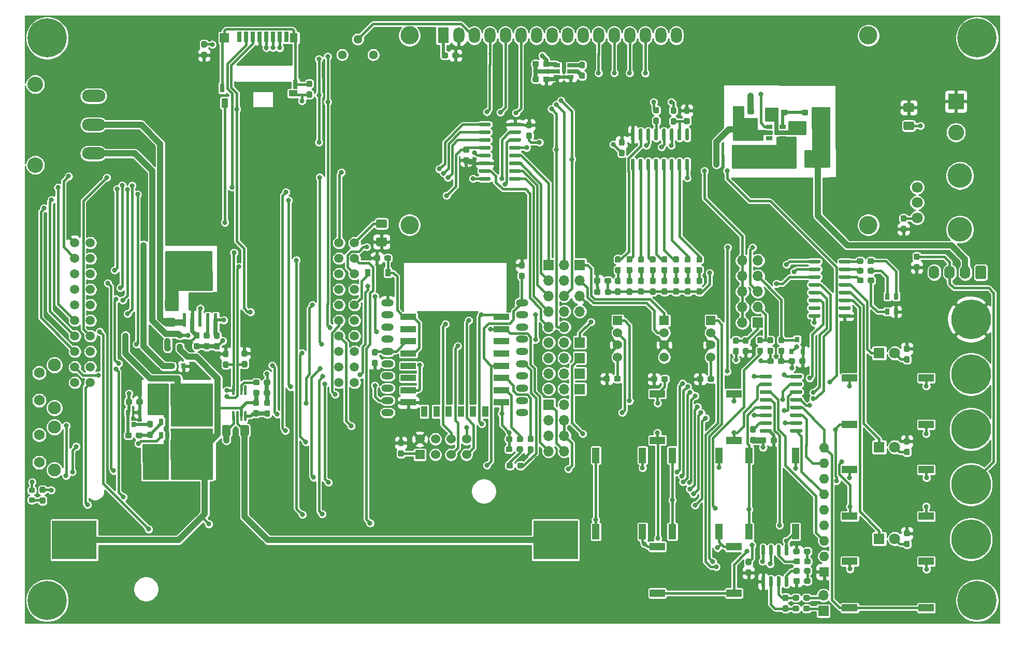
<source format=gbr>
%TF.GenerationSoftware,KiCad,Pcbnew,5.1.6*%
%TF.CreationDate,2020-08-10T13:19:17+02:00*%
%TF.ProjectId,MCT_Labor_5529,4d43545f-4c61-4626-9f72-5f353532392e,rev?*%
%TF.SameCoordinates,Original*%
%TF.FileFunction,Copper,L1,Top*%
%TF.FilePolarity,Positive*%
%FSLAX46Y46*%
G04 Gerber Fmt 4.6, Leading zero omitted, Abs format (unit mm)*
G04 Created by KiCad (PCBNEW 5.1.6) date 2020-08-10 13:19:17*
%MOMM*%
%LPD*%
G01*
G04 APERTURE LIST*
%TA.AperFunction,ComponentPad*%
%ADD10O,1.740000X2.190000*%
%TD*%
%TA.AperFunction,ComponentPad*%
%ADD11C,6.400000*%
%TD*%
%TA.AperFunction,ComponentPad*%
%ADD12C,0.800000*%
%TD*%
%TA.AperFunction,ComponentPad*%
%ADD13C,1.500000*%
%TD*%
%TA.AperFunction,SMDPad,CuDef*%
%ADD14R,7.340000X6.350000*%
%TD*%
%TA.AperFunction,ComponentPad*%
%ADD15C,1.524000*%
%TD*%
%TA.AperFunction,ComponentPad*%
%ADD16R,1.524000X1.524000*%
%TD*%
%TA.AperFunction,ComponentPad*%
%ADD17C,2.540000*%
%TD*%
%TA.AperFunction,ComponentPad*%
%ADD18O,3.810000X2.000000*%
%TD*%
%TA.AperFunction,ComponentPad*%
%ADD19C,2.100000*%
%TD*%
%TA.AperFunction,ComponentPad*%
%ADD20C,1.750000*%
%TD*%
%TA.AperFunction,ComponentPad*%
%ADD21C,1.800000*%
%TD*%
%TA.AperFunction,ComponentPad*%
%ADD22R,1.800000X1.800000*%
%TD*%
%TA.AperFunction,ComponentPad*%
%ADD23C,6.500000*%
%TD*%
%TA.AperFunction,ComponentPad*%
%ADD24C,3.000000*%
%TD*%
%TA.AperFunction,ComponentPad*%
%ADD25O,1.800000X2.600000*%
%TD*%
%TA.AperFunction,ComponentPad*%
%ADD26R,1.800000X2.600000*%
%TD*%
%TA.AperFunction,ComponentPad*%
%ADD27O,2.000000X1.200000*%
%TD*%
%TA.AperFunction,SMDPad,CuDef*%
%ADD28R,0.600000X2.200000*%
%TD*%
%TA.AperFunction,SMDPad,CuDef*%
%ADD29R,3.450000X2.150000*%
%TD*%
%TA.AperFunction,SMDPad,CuDef*%
%ADD30R,0.650000X1.060000*%
%TD*%
%TA.AperFunction,SMDPad,CuDef*%
%ADD31R,2.500000X1.000000*%
%TD*%
%TA.AperFunction,SMDPad,CuDef*%
%ADD32R,1.000000X1.800000*%
%TD*%
%TA.AperFunction,SMDPad,CuDef*%
%ADD33R,2.500000X1.200000*%
%TD*%
%TA.AperFunction,SMDPad,CuDef*%
%ADD34R,1.200000X2.500000*%
%TD*%
%TA.AperFunction,WasherPad*%
%ADD35C,4.000000*%
%TD*%
%TA.AperFunction,ComponentPad*%
%ADD36C,1.440000*%
%TD*%
%TA.AperFunction,ComponentPad*%
%ADD37O,1.600000X1.600000*%
%TD*%
%TA.AperFunction,ComponentPad*%
%ADD38R,1.600000X1.600000*%
%TD*%
%TA.AperFunction,SMDPad,CuDef*%
%ADD39R,0.800000X0.900000*%
%TD*%
%TA.AperFunction,ComponentPad*%
%ADD40O,1.700000X1.700000*%
%TD*%
%TA.AperFunction,ComponentPad*%
%ADD41R,1.700000X1.700000*%
%TD*%
%TA.AperFunction,ComponentPad*%
%ADD42C,2.600000*%
%TD*%
%TA.AperFunction,ComponentPad*%
%ADD43R,2.600000X2.600000*%
%TD*%
%TA.AperFunction,SMDPad,CuDef*%
%ADD44R,1.000000X1.550000*%
%TD*%
%TA.AperFunction,SMDPad,CuDef*%
%ADD45R,1.500000X1.500000*%
%TD*%
%TA.AperFunction,SMDPad,CuDef*%
%ADD46R,0.700000X1.750000*%
%TD*%
%TA.AperFunction,SMDPad,CuDef*%
%ADD47R,0.800000X1.400000*%
%TD*%
%TA.AperFunction,SMDPad,CuDef*%
%ADD48R,1.450000X1.000000*%
%TD*%
%TA.AperFunction,SMDPad,CuDef*%
%ADD49R,0.800000X1.500000*%
%TD*%
%TA.AperFunction,SMDPad,CuDef*%
%ADD50R,1.300000X1.500000*%
%TD*%
%TA.AperFunction,SMDPad,CuDef*%
%ADD51R,0.900000X0.800000*%
%TD*%
%TA.AperFunction,SMDPad,CuDef*%
%ADD52R,0.900000X1.200000*%
%TD*%
%TA.AperFunction,SMDPad,CuDef*%
%ADD53R,0.800000X1.000000*%
%TD*%
%TA.AperFunction,SMDPad,CuDef*%
%ADD54R,3.500000X2.300000*%
%TD*%
%TA.AperFunction,SMDPad,CuDef*%
%ADD55R,3.400000X3.000000*%
%TD*%
%TA.AperFunction,SMDPad,CuDef*%
%ADD56R,1.060000X0.650000*%
%TD*%
%TA.AperFunction,ViaPad*%
%ADD57C,0.800000*%
%TD*%
%TA.AperFunction,Conductor*%
%ADD58C,0.400000*%
%TD*%
%TA.AperFunction,Conductor*%
%ADD59C,1.000000*%
%TD*%
%TA.AperFunction,Conductor*%
%ADD60C,0.700000*%
%TD*%
%TA.AperFunction,Conductor*%
%ADD61C,0.500000*%
%TD*%
%TA.AperFunction,Conductor*%
%ADD62C,0.390000*%
%TD*%
%TA.AperFunction,Conductor*%
%ADD63C,0.254000*%
%TD*%
G04 APERTURE END LIST*
%TO.P,J10,1*%
%TO.N,GND*%
%TA.AperFunction,ComponentPad*%
G36*
G01*
X207466300Y-91493019D02*
X207466300Y-93183021D01*
G75*
G02*
X207216301Y-93433020I-249999J0D01*
G01*
X205976299Y-93433020D01*
G75*
G02*
X205726300Y-93183021I0J249999D01*
G01*
X205726300Y-91493019D01*
G75*
G02*
X205976299Y-91243020I249999J0D01*
G01*
X207216301Y-91243020D01*
G75*
G02*
X207466300Y-91493019I0J-249999D01*
G01*
G37*
%TD.AperFunction*%
D10*
%TO.P,J10,2*%
%TO.N,+12V*%
X204056300Y-92338020D03*
%TO.P,J10,3*%
%TO.N,/Launchpad/P1.6*%
X201516300Y-92338020D03*
%TO.P,J10,4*%
%TO.N,/Launchpad/P1.5_FAN*%
X198976300Y-92338020D03*
%TD*%
D11*
%TO.P,REF\u002A\u002A,1*%
%TO.N,N/C*%
X206000000Y-146000000D03*
D12*
X208400000Y-146000000D03*
X207697056Y-147697056D03*
X206000000Y-148400000D03*
X204302944Y-147697056D03*
X203600000Y-146000000D03*
X204302944Y-144302944D03*
X206000000Y-143600000D03*
X207697056Y-144302944D03*
%TD*%
D11*
%TO.P,REF\u002A\u002A,1*%
%TO.N,N/C*%
X54000000Y-54000000D03*
D12*
X56400000Y-54000000D03*
X55697056Y-55697056D03*
X54000000Y-56400000D03*
X52302944Y-55697056D03*
X51600000Y-54000000D03*
X52302944Y-52302944D03*
X54000000Y-51600000D03*
X55697056Y-52302944D03*
%TD*%
%TO.P,e,1*%
%TO.N,N/C*%
X55697056Y-144302944D03*
X54000000Y-143600000D03*
X52302944Y-144302944D03*
X51600000Y-146000000D03*
X52302944Y-147697056D03*
X54000000Y-148400000D03*
X55697056Y-147697056D03*
X56400000Y-146000000D03*
D11*
X54000000Y-146000000D03*
%TD*%
D12*
%TO.P,REF\u002A\u002A,1*%
%TO.N,N/C*%
X207697056Y-52302944D03*
X206000000Y-51600000D03*
X204302944Y-52302944D03*
X203600000Y-54000000D03*
X204302944Y-55697056D03*
X206000000Y-56400000D03*
X207697056Y-55697056D03*
X208400000Y-54000000D03*
D11*
X206000000Y-54000000D03*
%TD*%
D13*
%TO.P,U10,1*%
%TO.N,+3V3*%
X58500000Y-87500000D03*
%TO.P,U10,21*%
%TO.N,VBUS*%
X61040000Y-87500000D03*
%TO.P,U10,20*%
%TO.N,GND*%
X104220000Y-87500000D03*
%TO.P,U10,40*%
%TO.N,/SPI/A0*%
X101680000Y-87500000D03*
%TO.P,U10,2*%
%TO.N,/Launchpad/P6.5*%
X58500000Y-90040000D03*
%TO.P,U10,3*%
%TO.N,/Launchpad/P3.4*%
X58500000Y-92580000D03*
%TO.P,U10,4*%
%TO.N,/Launchpad/P3.3*%
X58500000Y-95120000D03*
%TO.P,U10,5*%
%TO.N,/Launchpad/P1.6*%
X58500000Y-97660000D03*
%TO.P,U10,6*%
%TO.N,/LCD/E*%
X58500000Y-100200000D03*
%TO.P,U10,7*%
%TO.N,/Launchpad/P3.2*%
X58500000Y-102740000D03*
%TO.P,U10,8*%
%TO.N,/SPI/A2*%
X58500000Y-105280000D03*
%TO.P,U10,9*%
%TO.N,/Launchpad/P4.2*%
X58500000Y-107820000D03*
%TO.P,U10,10*%
%TO.N,/Launchpad/P4.1*%
X58500000Y-110360000D03*
%TO.P,U10,11*%
%TO.N,/SPI/ADDR_EN*%
X104220000Y-110360000D03*
%TO.P,U10,12*%
%TO.N,/Button_decoder/BTN_S1*%
X104220000Y-107820000D03*
%TO.P,U10,13*%
%TO.N,/SPI/A1*%
X104220000Y-105280000D03*
%TO.P,U10,14*%
%TO.N,/SPI/MISO*%
X104220000Y-102740000D03*
%TO.P,U10,15*%
%TO.N,/SPI/MOSI*%
X104220000Y-100200000D03*
%TO.P,U10,16*%
%TO.N,/Launchpad/~RST*%
X104220000Y-97660000D03*
%TO.P,U10,17*%
%TO.N,/Launchpad/P7.4*%
X104220000Y-95120000D03*
%TO.P,U10,18*%
%TO.N,/Button_decoder/BTN_S0*%
X104220000Y-92580000D03*
%TO.P,U10,19*%
%TO.N,/Button_decoder/BTN_INT*%
X104220000Y-90040000D03*
%TO.P,U10,22*%
%TO.N,GND*%
X61040000Y-90040000D03*
%TO.P,U10,23*%
%TO.N,/LCD/D4*%
X61040000Y-92580000D03*
%TO.P,U10,24*%
%TO.N,/LCD/D5*%
X61040000Y-95120000D03*
%TO.P,U10,25*%
%TO.N,/LCD/D6*%
X61040000Y-97660000D03*
%TO.P,U10,26*%
%TO.N,/LCD/D7*%
X61040000Y-100200000D03*
%TO.P,U10,27*%
%TO.N,/Launchpad/P6.4*%
X61040000Y-102740000D03*
%TO.P,U10,28*%
%TO.N,/Launchpad/P7.0*%
X61040000Y-105280000D03*
%TO.P,U10,29*%
%TO.N,/LED-Treiber/LED_5*%
X61040000Y-107820000D03*
%TO.P,U10,30*%
%TO.N,/LED-Treiber/LED_4*%
X61040000Y-110360000D03*
%TO.P,U10,31*%
%TO.N,12V_Enable*%
X101680000Y-110360000D03*
%TO.P,U10,32*%
%TO.N,/LED-Treiber/LED_6*%
X101680000Y-107820000D03*
%TO.P,U10,33*%
%TO.N,/SPI/NRF_CE*%
X101680000Y-105280000D03*
%TO.P,U10,34*%
%TO.N,/SPI/NRF_INT*%
X101680000Y-102740000D03*
%TO.P,U10,35*%
%TO.N,Net-(JP1-Pad2)*%
X101680000Y-100200000D03*
%TO.P,U10,36*%
%TO.N,Net-(JP3-Pad2)*%
X101680000Y-97660000D03*
%TO.P,U10,37*%
%TO.N,Net-(JP4-Pad2)*%
X101680000Y-95120000D03*
%TO.P,U10,38*%
%TO.N,Net-(JP5-Pad2)*%
X101680000Y-92580000D03*
%TO.P,U10,39*%
%TO.N,/Button_decoder/BTN_S2*%
X101680000Y-90040000D03*
%TD*%
D14*
%TO.P,BT1,2*%
%TO.N,Net-(BT1-Pad2)*%
X137100000Y-136120000D03*
%TO.P,BT1,1*%
%TO.N,+BATT*%
X58440000Y-136120000D03*
%TD*%
%TO.P,U3,1*%
%TO.N,Net-(RN1-Pad6)*%
%TA.AperFunction,SMDPad,CuDef*%
G36*
G01*
X177399680Y-118093480D02*
X177399680Y-118393480D01*
G75*
G02*
X177249680Y-118543480I-150000J0D01*
G01*
X175599680Y-118543480D01*
G75*
G02*
X175449680Y-118393480I0J150000D01*
G01*
X175449680Y-118093480D01*
G75*
G02*
X175599680Y-117943480I150000J0D01*
G01*
X177249680Y-117943480D01*
G75*
G02*
X177399680Y-118093480I0J-150000D01*
G01*
G37*
%TD.AperFunction*%
%TO.P,U3,2*%
%TO.N,Net-(RN1-Pad7)*%
%TA.AperFunction,SMDPad,CuDef*%
G36*
G01*
X177399680Y-116823480D02*
X177399680Y-117123480D01*
G75*
G02*
X177249680Y-117273480I-150000J0D01*
G01*
X175599680Y-117273480D01*
G75*
G02*
X175449680Y-117123480I0J150000D01*
G01*
X175449680Y-116823480D01*
G75*
G02*
X175599680Y-116673480I150000J0D01*
G01*
X177249680Y-116673480D01*
G75*
G02*
X177399680Y-116823480I0J-150000D01*
G01*
G37*
%TD.AperFunction*%
%TO.P,U3,3*%
%TO.N,Net-(RN1-Pad8)*%
%TA.AperFunction,SMDPad,CuDef*%
G36*
G01*
X177399680Y-115553480D02*
X177399680Y-115853480D01*
G75*
G02*
X177249680Y-116003480I-150000J0D01*
G01*
X175599680Y-116003480D01*
G75*
G02*
X175449680Y-115853480I0J150000D01*
G01*
X175449680Y-115553480D01*
G75*
G02*
X175599680Y-115403480I150000J0D01*
G01*
X177249680Y-115403480D01*
G75*
G02*
X177399680Y-115553480I0J-150000D01*
G01*
G37*
%TD.AperFunction*%
%TO.P,U3,4*%
%TO.N,Net-(RN1-Pad9)*%
%TA.AperFunction,SMDPad,CuDef*%
G36*
G01*
X177399680Y-114283480D02*
X177399680Y-114583480D01*
G75*
G02*
X177249680Y-114733480I-150000J0D01*
G01*
X175599680Y-114733480D01*
G75*
G02*
X175449680Y-114583480I0J150000D01*
G01*
X175449680Y-114283480D01*
G75*
G02*
X175599680Y-114133480I150000J0D01*
G01*
X177249680Y-114133480D01*
G75*
G02*
X177399680Y-114283480I0J-150000D01*
G01*
G37*
%TD.AperFunction*%
%TO.P,U3,5*%
%TO.N,GND*%
%TA.AperFunction,SMDPad,CuDef*%
G36*
G01*
X177399680Y-113013480D02*
X177399680Y-113313480D01*
G75*
G02*
X177249680Y-113463480I-150000J0D01*
G01*
X175599680Y-113463480D01*
G75*
G02*
X175449680Y-113313480I0J150000D01*
G01*
X175449680Y-113013480D01*
G75*
G02*
X175599680Y-112863480I150000J0D01*
G01*
X177249680Y-112863480D01*
G75*
G02*
X177399680Y-113013480I0J-150000D01*
G01*
G37*
%TD.AperFunction*%
%TO.P,U3,6*%
%TO.N,/Button_decoder/BTN_S2*%
%TA.AperFunction,SMDPad,CuDef*%
G36*
G01*
X177399680Y-111743480D02*
X177399680Y-112043480D01*
G75*
G02*
X177249680Y-112193480I-150000J0D01*
G01*
X175599680Y-112193480D01*
G75*
G02*
X175449680Y-112043480I0J150000D01*
G01*
X175449680Y-111743480D01*
G75*
G02*
X175599680Y-111593480I150000J0D01*
G01*
X177249680Y-111593480D01*
G75*
G02*
X177399680Y-111743480I0J-150000D01*
G01*
G37*
%TD.AperFunction*%
%TO.P,U3,7*%
%TO.N,/Button_decoder/BTN_S1*%
%TA.AperFunction,SMDPad,CuDef*%
G36*
G01*
X177399680Y-110473480D02*
X177399680Y-110773480D01*
G75*
G02*
X177249680Y-110923480I-150000J0D01*
G01*
X175599680Y-110923480D01*
G75*
G02*
X175449680Y-110773480I0J150000D01*
G01*
X175449680Y-110473480D01*
G75*
G02*
X175599680Y-110323480I150000J0D01*
G01*
X177249680Y-110323480D01*
G75*
G02*
X177399680Y-110473480I0J-150000D01*
G01*
G37*
%TD.AperFunction*%
%TO.P,U3,8*%
%TO.N,GND*%
%TA.AperFunction,SMDPad,CuDef*%
G36*
G01*
X177399680Y-109203480D02*
X177399680Y-109503480D01*
G75*
G02*
X177249680Y-109653480I-150000J0D01*
G01*
X175599680Y-109653480D01*
G75*
G02*
X175449680Y-109503480I0J150000D01*
G01*
X175449680Y-109203480D01*
G75*
G02*
X175599680Y-109053480I150000J0D01*
G01*
X177249680Y-109053480D01*
G75*
G02*
X177399680Y-109203480I0J-150000D01*
G01*
G37*
%TD.AperFunction*%
%TO.P,U3,9*%
%TO.N,/Button_decoder/BTN_S0*%
%TA.AperFunction,SMDPad,CuDef*%
G36*
G01*
X172449680Y-109203480D02*
X172449680Y-109503480D01*
G75*
G02*
X172299680Y-109653480I-150000J0D01*
G01*
X170649680Y-109653480D01*
G75*
G02*
X170499680Y-109503480I0J150000D01*
G01*
X170499680Y-109203480D01*
G75*
G02*
X170649680Y-109053480I150000J0D01*
G01*
X172299680Y-109053480D01*
G75*
G02*
X172449680Y-109203480I0J-150000D01*
G01*
G37*
%TD.AperFunction*%
%TO.P,U3,10*%
%TO.N,Net-(RN1-Pad2)*%
%TA.AperFunction,SMDPad,CuDef*%
G36*
G01*
X172449680Y-110473480D02*
X172449680Y-110773480D01*
G75*
G02*
X172299680Y-110923480I-150000J0D01*
G01*
X170649680Y-110923480D01*
G75*
G02*
X170499680Y-110773480I0J150000D01*
G01*
X170499680Y-110473480D01*
G75*
G02*
X170649680Y-110323480I150000J0D01*
G01*
X172299680Y-110323480D01*
G75*
G02*
X172449680Y-110473480I0J-150000D01*
G01*
G37*
%TD.AperFunction*%
%TO.P,U3,11*%
%TO.N,Net-(RN1-Pad3)*%
%TA.AperFunction,SMDPad,CuDef*%
G36*
G01*
X172449680Y-111743480D02*
X172449680Y-112043480D01*
G75*
G02*
X172299680Y-112193480I-150000J0D01*
G01*
X170649680Y-112193480D01*
G75*
G02*
X170499680Y-112043480I0J150000D01*
G01*
X170499680Y-111743480D01*
G75*
G02*
X170649680Y-111593480I150000J0D01*
G01*
X172299680Y-111593480D01*
G75*
G02*
X172449680Y-111743480I0J-150000D01*
G01*
G37*
%TD.AperFunction*%
%TO.P,U3,12*%
%TO.N,Net-(RN1-Pad4)*%
%TA.AperFunction,SMDPad,CuDef*%
G36*
G01*
X172449680Y-113013480D02*
X172449680Y-113313480D01*
G75*
G02*
X172299680Y-113463480I-150000J0D01*
G01*
X170649680Y-113463480D01*
G75*
G02*
X170499680Y-113313480I0J150000D01*
G01*
X170499680Y-113013480D01*
G75*
G02*
X170649680Y-112863480I150000J0D01*
G01*
X172299680Y-112863480D01*
G75*
G02*
X172449680Y-113013480I0J-150000D01*
G01*
G37*
%TD.AperFunction*%
%TO.P,U3,13*%
%TO.N,Net-(RN1-Pad5)*%
%TA.AperFunction,SMDPad,CuDef*%
G36*
G01*
X172449680Y-114283480D02*
X172449680Y-114583480D01*
G75*
G02*
X172299680Y-114733480I-150000J0D01*
G01*
X170649680Y-114733480D01*
G75*
G02*
X170499680Y-114583480I0J150000D01*
G01*
X170499680Y-114283480D01*
G75*
G02*
X170649680Y-114133480I150000J0D01*
G01*
X172299680Y-114133480D01*
G75*
G02*
X172449680Y-114283480I0J-150000D01*
G01*
G37*
%TD.AperFunction*%
%TO.P,U3,14*%
%TO.N,/Button_decoder/BTN_INT*%
%TA.AperFunction,SMDPad,CuDef*%
G36*
G01*
X172449680Y-115553480D02*
X172449680Y-115853480D01*
G75*
G02*
X172299680Y-116003480I-150000J0D01*
G01*
X170649680Y-116003480D01*
G75*
G02*
X170499680Y-115853480I0J150000D01*
G01*
X170499680Y-115553480D01*
G75*
G02*
X170649680Y-115403480I150000J0D01*
G01*
X172299680Y-115403480D01*
G75*
G02*
X172449680Y-115553480I0J-150000D01*
G01*
G37*
%TD.AperFunction*%
%TO.P,U3,15*%
%TO.N,Net-(R9-Pad1)*%
%TA.AperFunction,SMDPad,CuDef*%
G36*
G01*
X172449680Y-116823480D02*
X172449680Y-117123480D01*
G75*
G02*
X172299680Y-117273480I-150000J0D01*
G01*
X170649680Y-117273480D01*
G75*
G02*
X170499680Y-117123480I0J150000D01*
G01*
X170499680Y-116823480D01*
G75*
G02*
X170649680Y-116673480I150000J0D01*
G01*
X172299680Y-116673480D01*
G75*
G02*
X172449680Y-116823480I0J-150000D01*
G01*
G37*
%TD.AperFunction*%
%TO.P,U3,16*%
%TO.N,+3V3*%
%TA.AperFunction,SMDPad,CuDef*%
G36*
G01*
X172449680Y-118093480D02*
X172449680Y-118393480D01*
G75*
G02*
X172299680Y-118543480I-150000J0D01*
G01*
X170649680Y-118543480D01*
G75*
G02*
X170499680Y-118393480I0J150000D01*
G01*
X170499680Y-118093480D01*
G75*
G02*
X170649680Y-117943480I150000J0D01*
G01*
X172299680Y-117943480D01*
G75*
G02*
X172449680Y-118093480I0J-150000D01*
G01*
G37*
%TD.AperFunction*%
%TD*%
D15*
%TO.P,J6,4*%
%TO.N,GND*%
X162463800Y-106204400D03*
%TO.P,J6,3*%
%TO.N,+3V3*%
X162463800Y-104204400D03*
%TO.P,J6,2*%
%TO.N,/Launchpad/P4.1*%
X162463800Y-102204400D03*
D16*
%TO.P,J6,1*%
%TO.N,/Launchpad/P4.2*%
X162463800Y-100204400D03*
%TD*%
D17*
%TO.P,SW3,*%
%TO.N,*%
X52045000Y-74775000D03*
X52045000Y-61575000D03*
D18*
%TO.P,SW3,1*%
%TO.N,VDD*%
X61575000Y-72875000D03*
%TO.P,SW3,2*%
%TO.N,Net-(C17-Pad1)*%
X61575000Y-68175000D03*
%TO.P,SW3,3*%
%TO.N,Net-(SW3-Pad3)*%
X61575000Y-63475000D03*
%TD*%
D19*
%TO.P,SW2,*%
%TO.N,*%
X55175000Y-124670000D03*
D20*
%TO.P,SW2,1*%
%TO.N,GND*%
X52685000Y-123420000D03*
%TO.P,SW2,2*%
%TO.N,Net-(R29-Pad2)*%
X52685000Y-118920000D03*
D19*
%TO.P,SW2,*%
%TO.N,*%
X55175000Y-117660000D03*
%TD*%
%TO.P,SW1,*%
%TO.N,*%
X55175000Y-114510000D03*
D20*
%TO.P,SW1,1*%
%TO.N,GND*%
X52685000Y-113260000D03*
%TO.P,SW1,2*%
%TO.N,Net-(R28-Pad2)*%
X52685000Y-108760000D03*
D19*
%TO.P,SW1,*%
%TO.N,*%
X55175000Y-107500000D03*
%TD*%
%TO.P,R49,2*%
%TO.N,GND*%
%TA.AperFunction,SMDPad,CuDef*%
G36*
G01*
X67887420Y-113276500D02*
X67887420Y-113751500D01*
G75*
G02*
X67649920Y-113989000I-237500J0D01*
G01*
X67074920Y-113989000D01*
G75*
G02*
X66837420Y-113751500I0J237500D01*
G01*
X66837420Y-113276500D01*
G75*
G02*
X67074920Y-113039000I237500J0D01*
G01*
X67649920Y-113039000D01*
G75*
G02*
X67887420Y-113276500I0J-237500D01*
G01*
G37*
%TD.AperFunction*%
%TO.P,R49,1*%
%TO.N,+3V3*%
%TA.AperFunction,SMDPad,CuDef*%
G36*
G01*
X69637420Y-113276500D02*
X69637420Y-113751500D01*
G75*
G02*
X69399920Y-113989000I-237500J0D01*
G01*
X68824920Y-113989000D01*
G75*
G02*
X68587420Y-113751500I0J237500D01*
G01*
X68587420Y-113276500D01*
G75*
G02*
X68824920Y-113039000I237500J0D01*
G01*
X69399920Y-113039000D01*
G75*
G02*
X69637420Y-113276500I0J-237500D01*
G01*
G37*
%TD.AperFunction*%
%TD*%
D21*
%TO.P,LD_F3,2*%
%TO.N,Net-(LD_F3-Pad2)*%
X192550100Y-135911100D03*
D22*
%TO.P,LD_F3,1*%
%TO.N,/Button_decoder/LED_F3*%
X190010100Y-135911100D03*
%TD*%
D21*
%TO.P,LD_F2,2*%
%TO.N,Net-(LD_F2-Pad2)*%
X192550100Y-120911100D03*
D22*
%TO.P,LD_F2,1*%
%TO.N,/Button_decoder/LED_F2*%
X190010100Y-120911100D03*
%TD*%
%TO.P,LD_F1,1*%
%TO.N,/Button_decoder/LED_F1*%
X190010100Y-105551100D03*
D21*
%TO.P,LD_F1,2*%
%TO.N,Net-(LD_F1-Pad2)*%
X192550100Y-105551100D03*
%TD*%
D23*
%TO.P,J13,1*%
%TO.N,GND*%
X205000000Y-136000000D03*
%TD*%
%TO.P,J12,1*%
%TO.N,/Launchpad/P1.5_FAN*%
X205000000Y-118000000D03*
%TD*%
%TO.P,J11,1*%
%TO.N,/Launchpad/P1.6*%
X205000000Y-127000000D03*
%TD*%
%TO.P,J8,1*%
%TO.N,Net-(J8-Pad1)*%
X205000000Y-109000000D03*
%TD*%
D24*
%TO.P,U1,*%
%TO.N,*%
X188225000Y-53570000D03*
X188224480Y-84570700D03*
X113225900Y-84570700D03*
X113225900Y-53570000D03*
D25*
%TO.P,U1,16*%
%TO.N,Net-(U1-Pad16)*%
X156825000Y-53570000D03*
%TO.P,U1,15*%
%TO.N,Net-(U1-Pad15)*%
X154285000Y-53570000D03*
%TO.P,U1,14*%
%TO.N,/LCD/D7*%
X151745000Y-53570000D03*
%TO.P,U1,13*%
%TO.N,/LCD/D6*%
X149205000Y-53570000D03*
%TO.P,U1,12*%
%TO.N,/LCD/D5*%
X146665000Y-53570000D03*
%TO.P,U1,11*%
%TO.N,/LCD/D4*%
X144125000Y-53570000D03*
%TO.P,U1,10*%
%TO.N,Net-(U1-Pad10)*%
X141585000Y-53570000D03*
%TO.P,U1,9*%
%TO.N,Net-(U1-Pad9)*%
X139045000Y-53570000D03*
%TO.P,U1,8*%
%TO.N,Net-(U1-Pad8)*%
X136505000Y-53570000D03*
%TO.P,U1,7*%
%TO.N,Net-(U1-Pad7)*%
X133965000Y-53570000D03*
%TO.P,U1,6*%
%TO.N,/LCD/E*%
X131425000Y-53570000D03*
%TO.P,U1,5*%
%TO.N,/Launchpad/P6.4*%
X128885000Y-53570000D03*
%TO.P,U1,4*%
%TO.N,/Launchpad/P6.5*%
X126345000Y-53570000D03*
%TO.P,U1,3*%
%TO.N,Net-(RV1-Pad2)*%
X123805000Y-53570000D03*
%TO.P,U1,2*%
%TO.N,+3V3*%
X121265000Y-53570000D03*
D26*
%TO.P,U1,1*%
%TO.N,GND*%
X118725000Y-53570000D03*
%TD*%
D27*
%TO.P,X1,10*%
%TO.N,GND*%
X109630000Y-115275000D03*
%TO.P,X1,11*%
%TO.N,Net-(X1-Pad11)*%
X131630000Y-115275000D03*
%TO.P,X1,9*%
%TO.N,/Launchpad/P1.2_XBEE*%
X109630000Y-113275000D03*
%TO.P,X1,12*%
%TO.N,/Launchpad/P1.3_XBEE*%
X131630000Y-113275000D03*
%TO.P,X1,8*%
%TO.N,Net-(X1-Pad8)*%
X109630000Y-111275000D03*
%TO.P,X1,13*%
%TO.N,Net-(X1-Pad13)*%
X131630000Y-111275000D03*
%TO.P,X1,7*%
%TO.N,Net-(X1-Pad7)*%
X109630000Y-109275000D03*
%TO.P,X1,14*%
%TO.N,Net-(X1-Pad14)*%
X131630000Y-109275000D03*
%TO.P,X1,6*%
%TO.N,/Launchpad/P1.5_XBEE*%
X109630000Y-107275000D03*
%TO.P,X1,15*%
%TO.N,Net-(D11-Pad2)*%
X131630000Y-107275000D03*
%TO.P,X1,5*%
%TO.N,Net-(R28-Pad2)*%
X109630000Y-105275000D03*
%TO.P,X1,16*%
%TO.N,/Launchpad/P1.4_XBEE*%
X131630000Y-105275000D03*
%TO.P,X1,4*%
%TO.N,Net-(X1-Pad4)*%
X109630000Y-103275000D03*
%TO.P,X1,17*%
%TO.N,Net-(X1-Pad17)*%
X131630000Y-103275000D03*
%TO.P,X1,3*%
%TO.N,Net-(J4-Pad7)*%
X109630000Y-101275000D03*
%TO.P,X1,18*%
%TO.N,Net-(X1-Pad18)*%
X131630000Y-101275000D03*
%TO.P,X1,2*%
%TO.N,Net-(J4-Pad5)*%
X109630000Y-99275000D03*
%TO.P,X1,19*%
%TO.N,Net-(X1-Pad19)*%
X131630000Y-99275000D03*
%TO.P,X1,1*%
%TO.N,+3V3*%
X109630000Y-97275000D03*
%TO.P,X1,20*%
%TO.N,Net-(R29-Pad2)*%
X131630000Y-97275000D03*
%TD*%
D28*
%TO.P,U12,1*%
%TO.N,Net-(C17-Pad1)*%
X76474640Y-100121180D03*
%TO.P,U12,5*%
%TO.N,VDD*%
X81554640Y-100121180D03*
%TO.P,U12,3*%
%TO.N,GND*%
X79014640Y-100121180D03*
D29*
%TO.P,U12,6*%
X79014640Y-93821180D03*
D28*
%TO.P,U12,2*%
%TO.N,+3V3*%
X77744640Y-100121180D03*
%TO.P,U12,4*%
%TO.N,Net-(C22-Pad1)*%
X80284640Y-100121180D03*
%TD*%
D30*
%TO.P,U11,5*%
%TO.N,Net-(R50-Pad1)*%
X72656980Y-116765020D03*
%TO.P,U11,4*%
%TO.N,VDD*%
X74556980Y-116765020D03*
%TO.P,U11,3*%
%TO.N,+BATT*%
X74556980Y-118965020D03*
%TO.P,U11,2*%
%TO.N,GND*%
X73606980Y-118965020D03*
%TO.P,U11,1*%
%TO.N,Net-(R52-Pad2)*%
X72656980Y-118965020D03*
%TD*%
%TO.P,U9,8*%
%TO.N,Net-(C15-Pad1)*%
%TA.AperFunction,SMDPad,CuDef*%
G36*
G01*
X86290440Y-115012120D02*
X86490440Y-115012120D01*
G75*
G02*
X86590440Y-115112120I0J-100000D01*
G01*
X86590440Y-116537120D01*
G75*
G02*
X86490440Y-116637120I-100000J0D01*
G01*
X86290440Y-116637120D01*
G75*
G02*
X86190440Y-116537120I0J100000D01*
G01*
X86190440Y-115112120D01*
G75*
G02*
X86290440Y-115012120I100000J0D01*
G01*
G37*
%TD.AperFunction*%
%TO.P,U9,7*%
%TO.N,+BATT*%
%TA.AperFunction,SMDPad,CuDef*%
G36*
G01*
X85640440Y-115012120D02*
X85840440Y-115012120D01*
G75*
G02*
X85940440Y-115112120I0J-100000D01*
G01*
X85940440Y-116537120D01*
G75*
G02*
X85840440Y-116637120I-100000J0D01*
G01*
X85640440Y-116637120D01*
G75*
G02*
X85540440Y-116537120I0J100000D01*
G01*
X85540440Y-115112120D01*
G75*
G02*
X85640440Y-115012120I100000J0D01*
G01*
G37*
%TD.AperFunction*%
%TO.P,U9,6*%
%TO.N,Net-(BT1-Pad2)*%
%TA.AperFunction,SMDPad,CuDef*%
G36*
G01*
X84990440Y-115012120D02*
X85190440Y-115012120D01*
G75*
G02*
X85290440Y-115112120I0J-100000D01*
G01*
X85290440Y-116537120D01*
G75*
G02*
X85190440Y-116637120I-100000J0D01*
G01*
X84990440Y-116637120D01*
G75*
G02*
X84890440Y-116537120I0J100000D01*
G01*
X84890440Y-115112120D01*
G75*
G02*
X84990440Y-115012120I100000J0D01*
G01*
G37*
%TD.AperFunction*%
%TO.P,U9,5*%
%TO.N,GND*%
%TA.AperFunction,SMDPad,CuDef*%
G36*
G01*
X84340440Y-115012120D02*
X84540440Y-115012120D01*
G75*
G02*
X84640440Y-115112120I0J-100000D01*
G01*
X84640440Y-116537120D01*
G75*
G02*
X84540440Y-116637120I-100000J0D01*
G01*
X84340440Y-116637120D01*
G75*
G02*
X84240440Y-116537120I0J100000D01*
G01*
X84240440Y-115112120D01*
G75*
G02*
X84340440Y-115012120I100000J0D01*
G01*
G37*
%TD.AperFunction*%
%TO.P,U9,4*%
%TO.N,/Launchpad/P4.2*%
%TA.AperFunction,SMDPad,CuDef*%
G36*
G01*
X84340440Y-110787120D02*
X84540440Y-110787120D01*
G75*
G02*
X84640440Y-110887120I0J-100000D01*
G01*
X84640440Y-112312120D01*
G75*
G02*
X84540440Y-112412120I-100000J0D01*
G01*
X84340440Y-112412120D01*
G75*
G02*
X84240440Y-112312120I0J100000D01*
G01*
X84240440Y-110887120D01*
G75*
G02*
X84340440Y-110787120I100000J0D01*
G01*
G37*
%TD.AperFunction*%
%TO.P,U9,3*%
%TO.N,/Launchpad/P4.1*%
%TA.AperFunction,SMDPad,CuDef*%
G36*
G01*
X84990440Y-110787120D02*
X85190440Y-110787120D01*
G75*
G02*
X85290440Y-110887120I0J-100000D01*
G01*
X85290440Y-112312120D01*
G75*
G02*
X85190440Y-112412120I-100000J0D01*
G01*
X84990440Y-112412120D01*
G75*
G02*
X84890440Y-112312120I0J100000D01*
G01*
X84890440Y-110887120D01*
G75*
G02*
X84990440Y-110787120I100000J0D01*
G01*
G37*
%TD.AperFunction*%
%TO.P,U9,2*%
%TO.N,Net-(R36-Pad1)*%
%TA.AperFunction,SMDPad,CuDef*%
G36*
G01*
X85640440Y-110787120D02*
X85840440Y-110787120D01*
G75*
G02*
X85940440Y-110887120I0J-100000D01*
G01*
X85940440Y-112312120D01*
G75*
G02*
X85840440Y-112412120I-100000J0D01*
G01*
X85640440Y-112412120D01*
G75*
G02*
X85540440Y-112312120I0J100000D01*
G01*
X85540440Y-110887120D01*
G75*
G02*
X85640440Y-110787120I100000J0D01*
G01*
G37*
%TD.AperFunction*%
%TO.P,U9,1*%
%TO.N,Net-(U9-Pad1)*%
%TA.AperFunction,SMDPad,CuDef*%
G36*
G01*
X86290440Y-110787120D02*
X86490440Y-110787120D01*
G75*
G02*
X86590440Y-110887120I0J-100000D01*
G01*
X86590440Y-112312120D01*
G75*
G02*
X86490440Y-112412120I-100000J0D01*
G01*
X86290440Y-112412120D01*
G75*
G02*
X86190440Y-112312120I0J100000D01*
G01*
X86190440Y-110887120D01*
G75*
G02*
X86290440Y-110787120I100000J0D01*
G01*
G37*
%TD.AperFunction*%
%TD*%
D31*
%TO.P,U7,22*%
%TO.N,Net-(J4-Pad5)*%
X128230000Y-99600000D03*
%TO.P,U7,21*%
%TO.N,Net-(J4-Pad7)*%
X128230000Y-101600000D03*
%TO.P,U7,20*%
%TO.N,Net-(U7-Pad20)*%
X128230000Y-103600000D03*
%TO.P,U7,19*%
%TO.N,Net-(U7-Pad19)*%
X128230000Y-105600000D03*
%TO.P,U7,18*%
%TO.N,Net-(R29-Pad2)*%
X128230000Y-107600000D03*
%TO.P,U7,17*%
%TO.N,Net-(R32-Pad2)*%
X128230000Y-109600000D03*
%TO.P,U7,16*%
%TO.N,Net-(R33-Pad1)*%
X128230000Y-111600000D03*
%TO.P,U7,15*%
%TO.N,GND*%
X128230000Y-113600000D03*
D32*
%TO.P,U7,14*%
%TO.N,Net-(U7-Pad14)*%
X125630000Y-115100000D03*
%TO.P,U7,13*%
%TO.N,Net-(U7-Pad13)*%
X123630000Y-115100000D03*
%TO.P,U7,12*%
%TO.N,Net-(U7-Pad12)*%
X121630000Y-115100000D03*
%TO.P,U7,11*%
%TO.N,Net-(U7-Pad11)*%
X119630000Y-115100000D03*
%TO.P,U7,10*%
%TO.N,Net-(U7-Pad10)*%
X117630000Y-115100000D03*
%TO.P,U7,9*%
%TO.N,Net-(U7-Pad9)*%
X115630000Y-115100000D03*
D31*
%TO.P,U7,8*%
%TO.N,+3V3*%
X113030000Y-113600000D03*
%TO.P,U7,7*%
%TO.N,Net-(D11-Pad2)*%
X113030000Y-111600000D03*
%TO.P,U7,6*%
%TO.N,Net-(U7-Pad6)*%
X113030000Y-109600000D03*
%TO.P,U7,5*%
%TO.N,Net-(U7-Pad5)*%
X113030000Y-107600000D03*
%TO.P,U7,4*%
%TO.N,Net-(D10-Pad2)*%
X113030000Y-105600000D03*
%TO.P,U7,3*%
%TO.N,Net-(R28-Pad2)*%
X113030000Y-103600000D03*
%TO.P,U7,2*%
%TO.N,Net-(U7-Pad2)*%
X113030000Y-101600000D03*
%TO.P,U7,1*%
%TO.N,Net-(D10-Pad2)*%
X113030000Y-99600000D03*
%TD*%
%TO.P,U6,16*%
%TO.N,+3V3*%
%TA.AperFunction,SMDPad,CuDef*%
G36*
G01*
X149878240Y-70745120D02*
X149578240Y-70745120D01*
G75*
G02*
X149428240Y-70595120I0J150000D01*
G01*
X149428240Y-68945120D01*
G75*
G02*
X149578240Y-68795120I150000J0D01*
G01*
X149878240Y-68795120D01*
G75*
G02*
X150028240Y-68945120I0J-150000D01*
G01*
X150028240Y-70595120D01*
G75*
G02*
X149878240Y-70745120I-150000J0D01*
G01*
G37*
%TD.AperFunction*%
%TO.P,U6,15*%
%TO.N,Net-(D2-Pad2)*%
%TA.AperFunction,SMDPad,CuDef*%
G36*
G01*
X151148240Y-70745120D02*
X150848240Y-70745120D01*
G75*
G02*
X150698240Y-70595120I0J150000D01*
G01*
X150698240Y-68945120D01*
G75*
G02*
X150848240Y-68795120I150000J0D01*
G01*
X151148240Y-68795120D01*
G75*
G02*
X151298240Y-68945120I0J-150000D01*
G01*
X151298240Y-70595120D01*
G75*
G02*
X151148240Y-70745120I-150000J0D01*
G01*
G37*
%TD.AperFunction*%
%TO.P,U6,14*%
%TO.N,/SPI/MOSI*%
%TA.AperFunction,SMDPad,CuDef*%
G36*
G01*
X152418240Y-70745120D02*
X152118240Y-70745120D01*
G75*
G02*
X151968240Y-70595120I0J150000D01*
G01*
X151968240Y-68945120D01*
G75*
G02*
X152118240Y-68795120I150000J0D01*
G01*
X152418240Y-68795120D01*
G75*
G02*
X152568240Y-68945120I0J-150000D01*
G01*
X152568240Y-70595120D01*
G75*
G02*
X152418240Y-70745120I-150000J0D01*
G01*
G37*
%TD.AperFunction*%
%TO.P,U6,13*%
%TO.N,Net-(R19-Pad1)*%
%TA.AperFunction,SMDPad,CuDef*%
G36*
G01*
X153688240Y-70745120D02*
X153388240Y-70745120D01*
G75*
G02*
X153238240Y-70595120I0J150000D01*
G01*
X153238240Y-68945120D01*
G75*
G02*
X153388240Y-68795120I150000J0D01*
G01*
X153688240Y-68795120D01*
G75*
G02*
X153838240Y-68945120I0J-150000D01*
G01*
X153838240Y-70595120D01*
G75*
G02*
X153688240Y-70745120I-150000J0D01*
G01*
G37*
%TD.AperFunction*%
%TO.P,U6,12*%
%TO.N,Net-(U4-Pad13)*%
%TA.AperFunction,SMDPad,CuDef*%
G36*
G01*
X154958240Y-70745120D02*
X154658240Y-70745120D01*
G75*
G02*
X154508240Y-70595120I0J150000D01*
G01*
X154508240Y-68945120D01*
G75*
G02*
X154658240Y-68795120I150000J0D01*
G01*
X154958240Y-68795120D01*
G75*
G02*
X155108240Y-68945120I0J-150000D01*
G01*
X155108240Y-70595120D01*
G75*
G02*
X154958240Y-70745120I-150000J0D01*
G01*
G37*
%TD.AperFunction*%
%TO.P,U6,11*%
%TO.N,/Launchpad/P3.2*%
%TA.AperFunction,SMDPad,CuDef*%
G36*
G01*
X156228240Y-70745120D02*
X155928240Y-70745120D01*
G75*
G02*
X155778240Y-70595120I0J150000D01*
G01*
X155778240Y-68945120D01*
G75*
G02*
X155928240Y-68795120I150000J0D01*
G01*
X156228240Y-68795120D01*
G75*
G02*
X156378240Y-68945120I0J-150000D01*
G01*
X156378240Y-70595120D01*
G75*
G02*
X156228240Y-70745120I-150000J0D01*
G01*
G37*
%TD.AperFunction*%
%TO.P,U6,10*%
%TO.N,Net-(C7-Pad1)*%
%TA.AperFunction,SMDPad,CuDef*%
G36*
G01*
X157498240Y-70745120D02*
X157198240Y-70745120D01*
G75*
G02*
X157048240Y-70595120I0J150000D01*
G01*
X157048240Y-68945120D01*
G75*
G02*
X157198240Y-68795120I150000J0D01*
G01*
X157498240Y-68795120D01*
G75*
G02*
X157648240Y-68945120I0J-150000D01*
G01*
X157648240Y-70595120D01*
G75*
G02*
X157498240Y-70745120I-150000J0D01*
G01*
G37*
%TD.AperFunction*%
%TO.P,U6,9*%
%TO.N,Net-(U6-Pad9)*%
%TA.AperFunction,SMDPad,CuDef*%
G36*
G01*
X158768240Y-70745120D02*
X158468240Y-70745120D01*
G75*
G02*
X158318240Y-70595120I0J150000D01*
G01*
X158318240Y-68945120D01*
G75*
G02*
X158468240Y-68795120I150000J0D01*
G01*
X158768240Y-68795120D01*
G75*
G02*
X158918240Y-68945120I0J-150000D01*
G01*
X158918240Y-70595120D01*
G75*
G02*
X158768240Y-70745120I-150000J0D01*
G01*
G37*
%TD.AperFunction*%
%TO.P,U6,8*%
%TO.N,GND*%
%TA.AperFunction,SMDPad,CuDef*%
G36*
G01*
X158768240Y-75695120D02*
X158468240Y-75695120D01*
G75*
G02*
X158318240Y-75545120I0J150000D01*
G01*
X158318240Y-73895120D01*
G75*
G02*
X158468240Y-73745120I150000J0D01*
G01*
X158768240Y-73745120D01*
G75*
G02*
X158918240Y-73895120I0J-150000D01*
G01*
X158918240Y-75545120D01*
G75*
G02*
X158768240Y-75695120I-150000J0D01*
G01*
G37*
%TD.AperFunction*%
%TO.P,U6,7*%
%TO.N,Net-(D9-Pad2)*%
%TA.AperFunction,SMDPad,CuDef*%
G36*
G01*
X157498240Y-75695120D02*
X157198240Y-75695120D01*
G75*
G02*
X157048240Y-75545120I0J150000D01*
G01*
X157048240Y-73895120D01*
G75*
G02*
X157198240Y-73745120I150000J0D01*
G01*
X157498240Y-73745120D01*
G75*
G02*
X157648240Y-73895120I0J-150000D01*
G01*
X157648240Y-75545120D01*
G75*
G02*
X157498240Y-75695120I-150000J0D01*
G01*
G37*
%TD.AperFunction*%
%TO.P,U6,6*%
%TO.N,Net-(D8-Pad2)*%
%TA.AperFunction,SMDPad,CuDef*%
G36*
G01*
X156228240Y-75695120D02*
X155928240Y-75695120D01*
G75*
G02*
X155778240Y-75545120I0J150000D01*
G01*
X155778240Y-73895120D01*
G75*
G02*
X155928240Y-73745120I150000J0D01*
G01*
X156228240Y-73745120D01*
G75*
G02*
X156378240Y-73895120I0J-150000D01*
G01*
X156378240Y-75545120D01*
G75*
G02*
X156228240Y-75695120I-150000J0D01*
G01*
G37*
%TD.AperFunction*%
%TO.P,U6,5*%
%TO.N,Net-(D7-Pad2)*%
%TA.AperFunction,SMDPad,CuDef*%
G36*
G01*
X154958240Y-75695120D02*
X154658240Y-75695120D01*
G75*
G02*
X154508240Y-75545120I0J150000D01*
G01*
X154508240Y-73895120D01*
G75*
G02*
X154658240Y-73745120I150000J0D01*
G01*
X154958240Y-73745120D01*
G75*
G02*
X155108240Y-73895120I0J-150000D01*
G01*
X155108240Y-75545120D01*
G75*
G02*
X154958240Y-75695120I-150000J0D01*
G01*
G37*
%TD.AperFunction*%
%TO.P,U6,4*%
%TO.N,Net-(D6-Pad2)*%
%TA.AperFunction,SMDPad,CuDef*%
G36*
G01*
X153688240Y-75695120D02*
X153388240Y-75695120D01*
G75*
G02*
X153238240Y-75545120I0J150000D01*
G01*
X153238240Y-73895120D01*
G75*
G02*
X153388240Y-73745120I150000J0D01*
G01*
X153688240Y-73745120D01*
G75*
G02*
X153838240Y-73895120I0J-150000D01*
G01*
X153838240Y-75545120D01*
G75*
G02*
X153688240Y-75695120I-150000J0D01*
G01*
G37*
%TD.AperFunction*%
%TO.P,U6,3*%
%TO.N,Net-(D5-Pad2)*%
%TA.AperFunction,SMDPad,CuDef*%
G36*
G01*
X152418240Y-75695120D02*
X152118240Y-75695120D01*
G75*
G02*
X151968240Y-75545120I0J150000D01*
G01*
X151968240Y-73895120D01*
G75*
G02*
X152118240Y-73745120I150000J0D01*
G01*
X152418240Y-73745120D01*
G75*
G02*
X152568240Y-73895120I0J-150000D01*
G01*
X152568240Y-75545120D01*
G75*
G02*
X152418240Y-75695120I-150000J0D01*
G01*
G37*
%TD.AperFunction*%
%TO.P,U6,2*%
%TO.N,Net-(D4-Pad2)*%
%TA.AperFunction,SMDPad,CuDef*%
G36*
G01*
X151148240Y-75695120D02*
X150848240Y-75695120D01*
G75*
G02*
X150698240Y-75545120I0J150000D01*
G01*
X150698240Y-73895120D01*
G75*
G02*
X150848240Y-73745120I150000J0D01*
G01*
X151148240Y-73745120D01*
G75*
G02*
X151298240Y-73895120I0J-150000D01*
G01*
X151298240Y-75545120D01*
G75*
G02*
X151148240Y-75695120I-150000J0D01*
G01*
G37*
%TD.AperFunction*%
%TO.P,U6,1*%
%TO.N,Net-(D3-Pad2)*%
%TA.AperFunction,SMDPad,CuDef*%
G36*
G01*
X149878240Y-75695120D02*
X149578240Y-75695120D01*
G75*
G02*
X149428240Y-75545120I0J150000D01*
G01*
X149428240Y-73895120D01*
G75*
G02*
X149578240Y-73745120I150000J0D01*
G01*
X149878240Y-73745120D01*
G75*
G02*
X150028240Y-73895120I0J-150000D01*
G01*
X150028240Y-75545120D01*
G75*
G02*
X149878240Y-75695120I-150000J0D01*
G01*
G37*
%TD.AperFunction*%
%TD*%
D15*
%TO.P,U5,8*%
%TO.N,/SPI/NRF_INT*%
X122535000Y-119610000D03*
%TO.P,U5,7*%
%TO.N,/SPI/MISO*%
X122535000Y-122150000D03*
%TO.P,U5,6*%
%TO.N,/SPI/MOSI*%
X119995000Y-119610000D03*
%TO.P,U5,5*%
%TO.N,/Launchpad/P3.2*%
X119995000Y-122150000D03*
%TO.P,U5,4*%
%TO.N,Net-(U4-Pad14)*%
X117455000Y-119610000D03*
%TO.P,U5,3*%
%TO.N,/SPI/NRF_CE*%
X117455000Y-122150000D03*
%TO.P,U5,2*%
%TO.N,+3V3*%
X114915000Y-119610000D03*
D16*
%TO.P,U5,1*%
%TO.N,GND*%
X114915000Y-122150000D03*
%TD*%
%TO.P,U4,16*%
%TO.N,+3V3*%
%TA.AperFunction,SMDPad,CuDef*%
G36*
G01*
X129496000Y-68289440D02*
X129496000Y-67989440D01*
G75*
G02*
X129646000Y-67839440I150000J0D01*
G01*
X131296000Y-67839440D01*
G75*
G02*
X131446000Y-67989440I0J-150000D01*
G01*
X131446000Y-68289440D01*
G75*
G02*
X131296000Y-68439440I-150000J0D01*
G01*
X129646000Y-68439440D01*
G75*
G02*
X129496000Y-68289440I0J150000D01*
G01*
G37*
%TD.AperFunction*%
%TO.P,U4,15*%
%TO.N,Net-(J1-Pad2)*%
%TA.AperFunction,SMDPad,CuDef*%
G36*
G01*
X129496000Y-69559440D02*
X129496000Y-69259440D01*
G75*
G02*
X129646000Y-69109440I150000J0D01*
G01*
X131296000Y-69109440D01*
G75*
G02*
X131446000Y-69259440I0J-150000D01*
G01*
X131446000Y-69559440D01*
G75*
G02*
X131296000Y-69709440I-150000J0D01*
G01*
X129646000Y-69709440D01*
G75*
G02*
X129496000Y-69559440I0J150000D01*
G01*
G37*
%TD.AperFunction*%
%TO.P,U4,14*%
%TO.N,Net-(U4-Pad14)*%
%TA.AperFunction,SMDPad,CuDef*%
G36*
G01*
X129496000Y-70829440D02*
X129496000Y-70529440D01*
G75*
G02*
X129646000Y-70379440I150000J0D01*
G01*
X131296000Y-70379440D01*
G75*
G02*
X131446000Y-70529440I0J-150000D01*
G01*
X131446000Y-70829440D01*
G75*
G02*
X131296000Y-70979440I-150000J0D01*
G01*
X129646000Y-70979440D01*
G75*
G02*
X129496000Y-70829440I0J150000D01*
G01*
G37*
%TD.AperFunction*%
%TO.P,U4,13*%
%TO.N,Net-(U4-Pad13)*%
%TA.AperFunction,SMDPad,CuDef*%
G36*
G01*
X129496000Y-72099440D02*
X129496000Y-71799440D01*
G75*
G02*
X129646000Y-71649440I150000J0D01*
G01*
X131296000Y-71649440D01*
G75*
G02*
X131446000Y-71799440I0J-150000D01*
G01*
X131446000Y-72099440D01*
G75*
G02*
X131296000Y-72249440I-150000J0D01*
G01*
X129646000Y-72249440D01*
G75*
G02*
X129496000Y-72099440I0J150000D01*
G01*
G37*
%TD.AperFunction*%
%TO.P,U4,12*%
%TO.N,Net-(J2-Pad1)*%
%TA.AperFunction,SMDPad,CuDef*%
G36*
G01*
X129496000Y-73369440D02*
X129496000Y-73069440D01*
G75*
G02*
X129646000Y-72919440I150000J0D01*
G01*
X131296000Y-72919440D01*
G75*
G02*
X131446000Y-73069440I0J-150000D01*
G01*
X131446000Y-73369440D01*
G75*
G02*
X131296000Y-73519440I-150000J0D01*
G01*
X129646000Y-73519440D01*
G75*
G02*
X129496000Y-73369440I0J150000D01*
G01*
G37*
%TD.AperFunction*%
%TO.P,U4,11*%
%TO.N,Net-(J2-Pad3)*%
%TA.AperFunction,SMDPad,CuDef*%
G36*
G01*
X129496000Y-74639440D02*
X129496000Y-74339440D01*
G75*
G02*
X129646000Y-74189440I150000J0D01*
G01*
X131296000Y-74189440D01*
G75*
G02*
X131446000Y-74339440I0J-150000D01*
G01*
X131446000Y-74639440D01*
G75*
G02*
X131296000Y-74789440I-150000J0D01*
G01*
X129646000Y-74789440D01*
G75*
G02*
X129496000Y-74639440I0J150000D01*
G01*
G37*
%TD.AperFunction*%
%TO.P,U4,10*%
%TO.N,Net-(J2-Pad5)*%
%TA.AperFunction,SMDPad,CuDef*%
G36*
G01*
X129496000Y-75909440D02*
X129496000Y-75609440D01*
G75*
G02*
X129646000Y-75459440I150000J0D01*
G01*
X131296000Y-75459440D01*
G75*
G02*
X131446000Y-75609440I0J-150000D01*
G01*
X131446000Y-75909440D01*
G75*
G02*
X131296000Y-76059440I-150000J0D01*
G01*
X129646000Y-76059440D01*
G75*
G02*
X129496000Y-75909440I0J150000D01*
G01*
G37*
%TD.AperFunction*%
%TO.P,U4,9*%
%TO.N,Net-(J2-Pad7)*%
%TA.AperFunction,SMDPad,CuDef*%
G36*
G01*
X129496000Y-77179440D02*
X129496000Y-76879440D01*
G75*
G02*
X129646000Y-76729440I150000J0D01*
G01*
X131296000Y-76729440D01*
G75*
G02*
X131446000Y-76879440I0J-150000D01*
G01*
X131446000Y-77179440D01*
G75*
G02*
X131296000Y-77329440I-150000J0D01*
G01*
X129646000Y-77329440D01*
G75*
G02*
X129496000Y-77179440I0J150000D01*
G01*
G37*
%TD.AperFunction*%
%TO.P,U4,8*%
%TO.N,GND*%
%TA.AperFunction,SMDPad,CuDef*%
G36*
G01*
X124546000Y-77179440D02*
X124546000Y-76879440D01*
G75*
G02*
X124696000Y-76729440I150000J0D01*
G01*
X126346000Y-76729440D01*
G75*
G02*
X126496000Y-76879440I0J-150000D01*
G01*
X126496000Y-77179440D01*
G75*
G02*
X126346000Y-77329440I-150000J0D01*
G01*
X124696000Y-77329440D01*
G75*
G02*
X124546000Y-77179440I0J150000D01*
G01*
G37*
%TD.AperFunction*%
%TO.P,U4,7*%
%TO.N,Net-(J2-Pad9)*%
%TA.AperFunction,SMDPad,CuDef*%
G36*
G01*
X124546000Y-75909440D02*
X124546000Y-75609440D01*
G75*
G02*
X124696000Y-75459440I150000J0D01*
G01*
X126346000Y-75459440D01*
G75*
G02*
X126496000Y-75609440I0J-150000D01*
G01*
X126496000Y-75909440D01*
G75*
G02*
X126346000Y-76059440I-150000J0D01*
G01*
X124696000Y-76059440D01*
G75*
G02*
X124546000Y-75909440I0J150000D01*
G01*
G37*
%TD.AperFunction*%
%TO.P,U4,6*%
%TO.N,+3V3*%
%TA.AperFunction,SMDPad,CuDef*%
G36*
G01*
X124546000Y-74639440D02*
X124546000Y-74339440D01*
G75*
G02*
X124696000Y-74189440I150000J0D01*
G01*
X126346000Y-74189440D01*
G75*
G02*
X126496000Y-74339440I0J-150000D01*
G01*
X126496000Y-74639440D01*
G75*
G02*
X126346000Y-74789440I-150000J0D01*
G01*
X124696000Y-74789440D01*
G75*
G02*
X124546000Y-74639440I0J150000D01*
G01*
G37*
%TD.AperFunction*%
%TO.P,U4,5*%
%TO.N,GND*%
%TA.AperFunction,SMDPad,CuDef*%
G36*
G01*
X124546000Y-73369440D02*
X124546000Y-73069440D01*
G75*
G02*
X124696000Y-72919440I150000J0D01*
G01*
X126346000Y-72919440D01*
G75*
G02*
X126496000Y-73069440I0J-150000D01*
G01*
X126496000Y-73369440D01*
G75*
G02*
X126346000Y-73519440I-150000J0D01*
G01*
X124696000Y-73519440D01*
G75*
G02*
X124546000Y-73369440I0J150000D01*
G01*
G37*
%TD.AperFunction*%
%TO.P,U4,4*%
%TO.N,/SPI/ADDR_EN*%
%TA.AperFunction,SMDPad,CuDef*%
G36*
G01*
X124546000Y-72099440D02*
X124546000Y-71799440D01*
G75*
G02*
X124696000Y-71649440I150000J0D01*
G01*
X126346000Y-71649440D01*
G75*
G02*
X126496000Y-71799440I0J-150000D01*
G01*
X126496000Y-72099440D01*
G75*
G02*
X126346000Y-72249440I-150000J0D01*
G01*
X124696000Y-72249440D01*
G75*
G02*
X124546000Y-72099440I0J150000D01*
G01*
G37*
%TD.AperFunction*%
%TO.P,U4,3*%
%TO.N,/SPI/A2*%
%TA.AperFunction,SMDPad,CuDef*%
G36*
G01*
X124546000Y-70829440D02*
X124546000Y-70529440D01*
G75*
G02*
X124696000Y-70379440I150000J0D01*
G01*
X126346000Y-70379440D01*
G75*
G02*
X126496000Y-70529440I0J-150000D01*
G01*
X126496000Y-70829440D01*
G75*
G02*
X126346000Y-70979440I-150000J0D01*
G01*
X124696000Y-70979440D01*
G75*
G02*
X124546000Y-70829440I0J150000D01*
G01*
G37*
%TD.AperFunction*%
%TO.P,U4,2*%
%TO.N,/SPI/A1*%
%TA.AperFunction,SMDPad,CuDef*%
G36*
G01*
X124546000Y-69559440D02*
X124546000Y-69259440D01*
G75*
G02*
X124696000Y-69109440I150000J0D01*
G01*
X126346000Y-69109440D01*
G75*
G02*
X126496000Y-69259440I0J-150000D01*
G01*
X126496000Y-69559440D01*
G75*
G02*
X126346000Y-69709440I-150000J0D01*
G01*
X124696000Y-69709440D01*
G75*
G02*
X124546000Y-69559440I0J150000D01*
G01*
G37*
%TD.AperFunction*%
%TO.P,U4,1*%
%TO.N,/SPI/A0*%
%TA.AperFunction,SMDPad,CuDef*%
G36*
G01*
X124546000Y-68289440D02*
X124546000Y-67989440D01*
G75*
G02*
X124696000Y-67839440I150000J0D01*
G01*
X126346000Y-67839440D01*
G75*
G02*
X126496000Y-67989440I0J-150000D01*
G01*
X126496000Y-68289440D01*
G75*
G02*
X126346000Y-68439440I-150000J0D01*
G01*
X124696000Y-68439440D01*
G75*
G02*
X124546000Y-68289440I0J150000D01*
G01*
G37*
%TD.AperFunction*%
%TD*%
%TO.P,U2,1*%
%TO.N,/LED-Treiber/LED_1*%
%TA.AperFunction,SMDPad,CuDef*%
G36*
G01*
X178454960Y-90697320D02*
X178454960Y-90397320D01*
G75*
G02*
X178604960Y-90247320I150000J0D01*
G01*
X180254960Y-90247320D01*
G75*
G02*
X180404960Y-90397320I0J-150000D01*
G01*
X180404960Y-90697320D01*
G75*
G02*
X180254960Y-90847320I-150000J0D01*
G01*
X178604960Y-90847320D01*
G75*
G02*
X178454960Y-90697320I0J150000D01*
G01*
G37*
%TD.AperFunction*%
%TO.P,U2,2*%
%TO.N,/LED-Treiber/LED_2*%
%TA.AperFunction,SMDPad,CuDef*%
G36*
G01*
X178454960Y-91967320D02*
X178454960Y-91667320D01*
G75*
G02*
X178604960Y-91517320I150000J0D01*
G01*
X180254960Y-91517320D01*
G75*
G02*
X180404960Y-91667320I0J-150000D01*
G01*
X180404960Y-91967320D01*
G75*
G02*
X180254960Y-92117320I-150000J0D01*
G01*
X178604960Y-92117320D01*
G75*
G02*
X178454960Y-91967320I0J150000D01*
G01*
G37*
%TD.AperFunction*%
%TO.P,U2,3*%
%TO.N,/LED-Treiber/LED_3*%
%TA.AperFunction,SMDPad,CuDef*%
G36*
G01*
X178454960Y-93237320D02*
X178454960Y-92937320D01*
G75*
G02*
X178604960Y-92787320I150000J0D01*
G01*
X180254960Y-92787320D01*
G75*
G02*
X180404960Y-92937320I0J-150000D01*
G01*
X180404960Y-93237320D01*
G75*
G02*
X180254960Y-93387320I-150000J0D01*
G01*
X178604960Y-93387320D01*
G75*
G02*
X178454960Y-93237320I0J150000D01*
G01*
G37*
%TD.AperFunction*%
%TO.P,U2,4*%
%TO.N,/LED-Treiber/LED_4*%
%TA.AperFunction,SMDPad,CuDef*%
G36*
G01*
X178454960Y-94507320D02*
X178454960Y-94207320D01*
G75*
G02*
X178604960Y-94057320I150000J0D01*
G01*
X180254960Y-94057320D01*
G75*
G02*
X180404960Y-94207320I0J-150000D01*
G01*
X180404960Y-94507320D01*
G75*
G02*
X180254960Y-94657320I-150000J0D01*
G01*
X178604960Y-94657320D01*
G75*
G02*
X178454960Y-94507320I0J150000D01*
G01*
G37*
%TD.AperFunction*%
%TO.P,U2,5*%
%TO.N,/LED-Treiber/LED_5*%
%TA.AperFunction,SMDPad,CuDef*%
G36*
G01*
X178454960Y-95777320D02*
X178454960Y-95477320D01*
G75*
G02*
X178604960Y-95327320I150000J0D01*
G01*
X180254960Y-95327320D01*
G75*
G02*
X180404960Y-95477320I0J-150000D01*
G01*
X180404960Y-95777320D01*
G75*
G02*
X180254960Y-95927320I-150000J0D01*
G01*
X178604960Y-95927320D01*
G75*
G02*
X178454960Y-95777320I0J150000D01*
G01*
G37*
%TD.AperFunction*%
%TO.P,U2,6*%
%TO.N,/LED-Treiber/LED_6*%
%TA.AperFunction,SMDPad,CuDef*%
G36*
G01*
X178454960Y-97047320D02*
X178454960Y-96747320D01*
G75*
G02*
X178604960Y-96597320I150000J0D01*
G01*
X180254960Y-96597320D01*
G75*
G02*
X180404960Y-96747320I0J-150000D01*
G01*
X180404960Y-97047320D01*
G75*
G02*
X180254960Y-97197320I-150000J0D01*
G01*
X178604960Y-97197320D01*
G75*
G02*
X178454960Y-97047320I0J150000D01*
G01*
G37*
%TD.AperFunction*%
%TO.P,U2,7*%
%TO.N,Net-(U2-Pad7)*%
%TA.AperFunction,SMDPad,CuDef*%
G36*
G01*
X178454960Y-98317320D02*
X178454960Y-98017320D01*
G75*
G02*
X178604960Y-97867320I150000J0D01*
G01*
X180254960Y-97867320D01*
G75*
G02*
X180404960Y-98017320I0J-150000D01*
G01*
X180404960Y-98317320D01*
G75*
G02*
X180254960Y-98467320I-150000J0D01*
G01*
X178604960Y-98467320D01*
G75*
G02*
X178454960Y-98317320I0J150000D01*
G01*
G37*
%TD.AperFunction*%
%TO.P,U2,8*%
%TO.N,GND*%
%TA.AperFunction,SMDPad,CuDef*%
G36*
G01*
X178454960Y-99587320D02*
X178454960Y-99287320D01*
G75*
G02*
X178604960Y-99137320I150000J0D01*
G01*
X180254960Y-99137320D01*
G75*
G02*
X180404960Y-99287320I0J-150000D01*
G01*
X180404960Y-99587320D01*
G75*
G02*
X180254960Y-99737320I-150000J0D01*
G01*
X178604960Y-99737320D01*
G75*
G02*
X178454960Y-99587320I0J150000D01*
G01*
G37*
%TD.AperFunction*%
%TO.P,U2,9*%
%TO.N,+3V3*%
%TA.AperFunction,SMDPad,CuDef*%
G36*
G01*
X183404960Y-99587320D02*
X183404960Y-99287320D01*
G75*
G02*
X183554960Y-99137320I150000J0D01*
G01*
X185204960Y-99137320D01*
G75*
G02*
X185354960Y-99287320I0J-150000D01*
G01*
X185354960Y-99587320D01*
G75*
G02*
X185204960Y-99737320I-150000J0D01*
G01*
X183554960Y-99737320D01*
G75*
G02*
X183404960Y-99587320I0J150000D01*
G01*
G37*
%TD.AperFunction*%
%TO.P,U2,10*%
%TO.N,Net-(U2-Pad10)*%
%TA.AperFunction,SMDPad,CuDef*%
G36*
G01*
X183404960Y-98317320D02*
X183404960Y-98017320D01*
G75*
G02*
X183554960Y-97867320I150000J0D01*
G01*
X185204960Y-97867320D01*
G75*
G02*
X185354960Y-98017320I0J-150000D01*
G01*
X185354960Y-98317320D01*
G75*
G02*
X185204960Y-98467320I-150000J0D01*
G01*
X183554960Y-98467320D01*
G75*
G02*
X183404960Y-98317320I0J150000D01*
G01*
G37*
%TD.AperFunction*%
%TO.P,U2,11*%
%TO.N,/Button_decoder/LED_F3*%
%TA.AperFunction,SMDPad,CuDef*%
G36*
G01*
X183404960Y-97047320D02*
X183404960Y-96747320D01*
G75*
G02*
X183554960Y-96597320I150000J0D01*
G01*
X185204960Y-96597320D01*
G75*
G02*
X185354960Y-96747320I0J-150000D01*
G01*
X185354960Y-97047320D01*
G75*
G02*
X185204960Y-97197320I-150000J0D01*
G01*
X183554960Y-97197320D01*
G75*
G02*
X183404960Y-97047320I0J150000D01*
G01*
G37*
%TD.AperFunction*%
%TO.P,U2,12*%
%TO.N,/Button_decoder/LED_F2*%
%TA.AperFunction,SMDPad,CuDef*%
G36*
G01*
X183404960Y-95777320D02*
X183404960Y-95477320D01*
G75*
G02*
X183554960Y-95327320I150000J0D01*
G01*
X185204960Y-95327320D01*
G75*
G02*
X185354960Y-95477320I0J-150000D01*
G01*
X185354960Y-95777320D01*
G75*
G02*
X185204960Y-95927320I-150000J0D01*
G01*
X183554960Y-95927320D01*
G75*
G02*
X183404960Y-95777320I0J150000D01*
G01*
G37*
%TD.AperFunction*%
%TO.P,U2,13*%
%TO.N,/Button_decoder/LED_F1*%
%TA.AperFunction,SMDPad,CuDef*%
G36*
G01*
X183404960Y-94507320D02*
X183404960Y-94207320D01*
G75*
G02*
X183554960Y-94057320I150000J0D01*
G01*
X185204960Y-94057320D01*
G75*
G02*
X185354960Y-94207320I0J-150000D01*
G01*
X185354960Y-94507320D01*
G75*
G02*
X185204960Y-94657320I-150000J0D01*
G01*
X183554960Y-94657320D01*
G75*
G02*
X183404960Y-94507320I0J150000D01*
G01*
G37*
%TD.AperFunction*%
%TO.P,U2,14*%
%TO.N,/LED-Treiber/LED_B*%
%TA.AperFunction,SMDPad,CuDef*%
G36*
G01*
X183404960Y-93237320D02*
X183404960Y-92937320D01*
G75*
G02*
X183554960Y-92787320I150000J0D01*
G01*
X185204960Y-92787320D01*
G75*
G02*
X185354960Y-92937320I0J-150000D01*
G01*
X185354960Y-93237320D01*
G75*
G02*
X185204960Y-93387320I-150000J0D01*
G01*
X183554960Y-93387320D01*
G75*
G02*
X183404960Y-93237320I0J150000D01*
G01*
G37*
%TD.AperFunction*%
%TO.P,U2,15*%
%TO.N,/LED-Treiber/LED_G*%
%TA.AperFunction,SMDPad,CuDef*%
G36*
G01*
X183404960Y-91967320D02*
X183404960Y-91667320D01*
G75*
G02*
X183554960Y-91517320I150000J0D01*
G01*
X185204960Y-91517320D01*
G75*
G02*
X185354960Y-91667320I0J-150000D01*
G01*
X185354960Y-91967320D01*
G75*
G02*
X185204960Y-92117320I-150000J0D01*
G01*
X183554960Y-92117320D01*
G75*
G02*
X183404960Y-91967320I0J150000D01*
G01*
G37*
%TD.AperFunction*%
%TO.P,U2,16*%
%TO.N,/LED-Treiber/LED_R*%
%TA.AperFunction,SMDPad,CuDef*%
G36*
G01*
X183404960Y-90697320D02*
X183404960Y-90397320D01*
G75*
G02*
X183554960Y-90247320I150000J0D01*
G01*
X185204960Y-90247320D01*
G75*
G02*
X185354960Y-90397320I0J-150000D01*
G01*
X185354960Y-90697320D01*
G75*
G02*
X185204960Y-90847320I-150000J0D01*
G01*
X183554960Y-90847320D01*
G75*
G02*
X183404960Y-90697320I0J150000D01*
G01*
G37*
%TD.AperFunction*%
%TD*%
D33*
%TO.P,SW_UP1,2*%
%TO.N,Net-(RN1-Pad2)*%
X166250000Y-119810000D03*
%TO.P,SW_UP1,1*%
X153750000Y-119810000D03*
%TO.P,SW_UP1,4*%
%TO.N,GND*%
X166250000Y-112190000D03*
%TO.P,SW_UP1,3*%
X153750000Y-112190000D03*
%TD*%
D34*
%TO.P,SW_RIGHT1,2*%
%TO.N,Net-(RN1-Pad5)*%
X168690000Y-134750000D03*
%TO.P,SW_RIGHT1,1*%
X168690000Y-122250000D03*
%TO.P,SW_RIGHT1,4*%
%TO.N,GND*%
X176310000Y-134750000D03*
%TO.P,SW_RIGHT1,3*%
X176310000Y-122250000D03*
%TD*%
%TO.P,SW_LEFT1,2*%
%TO.N,Net-(RN1-Pad4)*%
X143690000Y-134750000D03*
%TO.P,SW_LEFT1,1*%
X143690000Y-122250000D03*
%TO.P,SW_LEFT1,4*%
%TO.N,GND*%
X151310000Y-134750000D03*
%TO.P,SW_LEFT1,3*%
X151310000Y-122250000D03*
%TD*%
D33*
%TO.P,SW_F3,2*%
%TO.N,Net-(RN1-Pad9)*%
X197685100Y-147221100D03*
%TO.P,SW_F3,1*%
X185185100Y-147221100D03*
%TO.P,SW_F3,4*%
%TO.N,GND*%
X197685100Y-139601100D03*
%TO.P,SW_F3,3*%
X185185100Y-139601100D03*
%TD*%
%TO.P,SW_F2,2*%
%TO.N,Net-(RN1-Pad8)*%
X197685100Y-132221100D03*
%TO.P,SW_F2,1*%
X185185100Y-132221100D03*
%TO.P,SW_F2,4*%
%TO.N,GND*%
X197685100Y-124601100D03*
%TO.P,SW_F2,3*%
X185185100Y-124601100D03*
%TD*%
%TO.P,SW_F1,2*%
%TO.N,Net-(RN1-Pad7)*%
X197685100Y-117221100D03*
%TO.P,SW_F1,1*%
X185185100Y-117221100D03*
%TO.P,SW_F1,4*%
%TO.N,GND*%
X197685100Y-109601100D03*
%TO.P,SW_F1,3*%
X185185100Y-109601100D03*
%TD*%
%TO.P,SW_DOWN1,2*%
%TO.N,Net-(RN1-Pad3)*%
X166250000Y-144810000D03*
%TO.P,SW_DOWN1,1*%
X153750000Y-144810000D03*
%TO.P,SW_DOWN1,4*%
%TO.N,GND*%
X166250000Y-137190000D03*
%TO.P,SW_DOWN1,3*%
X153750000Y-137190000D03*
%TD*%
D34*
%TO.P,SW_CENTER1,2*%
%TO.N,Net-(RN1-Pad6)*%
X156190000Y-134750000D03*
%TO.P,SW_CENTER1,1*%
X156190000Y-122250000D03*
%TO.P,SW_CENTER1,4*%
%TO.N,GND*%
X163810000Y-134750000D03*
%TO.P,SW_CENTER1,3*%
X163810000Y-122250000D03*
%TD*%
D35*
%TO.P,RV2,*%
%TO.N,*%
X203195000Y-85315000D03*
X203195000Y-76515000D03*
D21*
%TO.P,RV2,1*%
%TO.N,Net-(R39-Pad2)*%
X196195000Y-83415000D03*
%TO.P,RV2,2*%
%TO.N,Net-(J14-Pad5)*%
X196195000Y-80915000D03*
%TO.P,RV2,3*%
%TO.N,GND*%
X196195000Y-78415000D03*
%TD*%
D36*
%TO.P,RV1,3*%
%TO.N,GND*%
X102215000Y-56745000D03*
%TO.P,RV1,2*%
%TO.N,Net-(RV1-Pad2)*%
X104755000Y-54205000D03*
%TO.P,RV1,1*%
%TO.N,-3V3*%
X107295000Y-56745000D03*
%TD*%
D37*
%TO.P,RN1,9*%
%TO.N,Net-(RN1-Pad9)*%
X181033740Y-120994300D03*
%TO.P,RN1,8*%
%TO.N,Net-(RN1-Pad8)*%
X181033740Y-123534300D03*
%TO.P,RN1,7*%
%TO.N,Net-(RN1-Pad7)*%
X181033740Y-126074300D03*
%TO.P,RN1,6*%
%TO.N,Net-(RN1-Pad6)*%
X181033740Y-128614300D03*
%TO.P,RN1,5*%
%TO.N,Net-(RN1-Pad5)*%
X181033740Y-131154300D03*
%TO.P,RN1,4*%
%TO.N,Net-(RN1-Pad4)*%
X181033740Y-133694300D03*
%TO.P,RN1,3*%
%TO.N,Net-(RN1-Pad3)*%
X181033740Y-136234300D03*
%TO.P,RN1,2*%
%TO.N,Net-(RN1-Pad2)*%
X181033740Y-138774300D03*
D38*
%TO.P,RN1,1*%
%TO.N,+3V3*%
X181033740Y-141314300D03*
%TD*%
%TO.P,R53,1*%
%TO.N,VDD*%
%TA.AperFunction,SMDPad,CuDef*%
G36*
G01*
X81494940Y-102149580D02*
X81969940Y-102149580D01*
G75*
G02*
X82207440Y-102387080I0J-237500D01*
G01*
X82207440Y-102962080D01*
G75*
G02*
X81969940Y-103199580I-237500J0D01*
G01*
X81494940Y-103199580D01*
G75*
G02*
X81257440Y-102962080I0J237500D01*
G01*
X81257440Y-102387080D01*
G75*
G02*
X81494940Y-102149580I237500J0D01*
G01*
G37*
%TD.AperFunction*%
%TO.P,R53,2*%
%TO.N,GND*%
%TA.AperFunction,SMDPad,CuDef*%
G36*
G01*
X81494940Y-103899580D02*
X81969940Y-103899580D01*
G75*
G02*
X82207440Y-104137080I0J-237500D01*
G01*
X82207440Y-104712080D01*
G75*
G02*
X81969940Y-104949580I-237500J0D01*
G01*
X81494940Y-104949580D01*
G75*
G02*
X81257440Y-104712080I0J237500D01*
G01*
X81257440Y-104137080D01*
G75*
G02*
X81494940Y-103899580I237500J0D01*
G01*
G37*
%TD.AperFunction*%
%TD*%
%TO.P,R52,2*%
%TO.N,Net-(R52-Pad2)*%
%TA.AperFunction,SMDPad,CuDef*%
G36*
G01*
X53476220Y-128421780D02*
X53001220Y-128421780D01*
G75*
G02*
X52763720Y-128184280I0J237500D01*
G01*
X52763720Y-127609280D01*
G75*
G02*
X53001220Y-127371780I237500J0D01*
G01*
X53476220Y-127371780D01*
G75*
G02*
X53713720Y-127609280I0J-237500D01*
G01*
X53713720Y-128184280D01*
G75*
G02*
X53476220Y-128421780I-237500J0D01*
G01*
G37*
%TD.AperFunction*%
%TO.P,R52,1*%
%TO.N,Net-(D15-Pad1)*%
%TA.AperFunction,SMDPad,CuDef*%
G36*
G01*
X53476220Y-130171780D02*
X53001220Y-130171780D01*
G75*
G02*
X52763720Y-129934280I0J237500D01*
G01*
X52763720Y-129359280D01*
G75*
G02*
X53001220Y-129121780I237500J0D01*
G01*
X53476220Y-129121780D01*
G75*
G02*
X53713720Y-129359280I0J-237500D01*
G01*
X53713720Y-129934280D01*
G75*
G02*
X53476220Y-130171780I-237500J0D01*
G01*
G37*
%TD.AperFunction*%
%TD*%
%TO.P,R51,2*%
%TO.N,GND*%
%TA.AperFunction,SMDPad,CuDef*%
G36*
G01*
X67816300Y-118757820D02*
X67816300Y-119232820D01*
G75*
G02*
X67578800Y-119470320I-237500J0D01*
G01*
X67003800Y-119470320D01*
G75*
G02*
X66766300Y-119232820I0J237500D01*
G01*
X66766300Y-118757820D01*
G75*
G02*
X67003800Y-118520320I237500J0D01*
G01*
X67578800Y-118520320D01*
G75*
G02*
X67816300Y-118757820I0J-237500D01*
G01*
G37*
%TD.AperFunction*%
%TO.P,R51,1*%
%TO.N,Net-(R50-Pad1)*%
%TA.AperFunction,SMDPad,CuDef*%
G36*
G01*
X69566300Y-118757820D02*
X69566300Y-119232820D01*
G75*
G02*
X69328800Y-119470320I-237500J0D01*
G01*
X68753800Y-119470320D01*
G75*
G02*
X68516300Y-119232820I0J237500D01*
G01*
X68516300Y-118757820D01*
G75*
G02*
X68753800Y-118520320I237500J0D01*
G01*
X69328800Y-118520320D01*
G75*
G02*
X69566300Y-118757820I0J-237500D01*
G01*
G37*
%TD.AperFunction*%
%TD*%
%TO.P,R50,2*%
%TO.N,Net-(Q1-Pad3)*%
%TA.AperFunction,SMDPad,CuDef*%
G36*
G01*
X71068260Y-117677580D02*
X70593260Y-117677580D01*
G75*
G02*
X70355760Y-117440080I0J237500D01*
G01*
X70355760Y-116865080D01*
G75*
G02*
X70593260Y-116627580I237500J0D01*
G01*
X71068260Y-116627580D01*
G75*
G02*
X71305760Y-116865080I0J-237500D01*
G01*
X71305760Y-117440080D01*
G75*
G02*
X71068260Y-117677580I-237500J0D01*
G01*
G37*
%TD.AperFunction*%
%TO.P,R50,1*%
%TO.N,Net-(R50-Pad1)*%
%TA.AperFunction,SMDPad,CuDef*%
G36*
G01*
X71068260Y-119427580D02*
X70593260Y-119427580D01*
G75*
G02*
X70355760Y-119190080I0J237500D01*
G01*
X70355760Y-118615080D01*
G75*
G02*
X70593260Y-118377580I237500J0D01*
G01*
X71068260Y-118377580D01*
G75*
G02*
X71305760Y-118615080I0J-237500D01*
G01*
X71305760Y-119190080D01*
G75*
G02*
X71068260Y-119427580I-237500J0D01*
G01*
G37*
%TD.AperFunction*%
%TD*%
%TO.P,R47,2*%
%TO.N,GND*%
%TA.AperFunction,SMDPad,CuDef*%
G36*
G01*
X166351260Y-104709840D02*
X166826260Y-104709840D01*
G75*
G02*
X167063760Y-104947340I0J-237500D01*
G01*
X167063760Y-105522340D01*
G75*
G02*
X166826260Y-105759840I-237500J0D01*
G01*
X166351260Y-105759840D01*
G75*
G02*
X166113760Y-105522340I0J237500D01*
G01*
X166113760Y-104947340D01*
G75*
G02*
X166351260Y-104709840I237500J0D01*
G01*
G37*
%TD.AperFunction*%
%TO.P,R47,1*%
%TO.N,Net-(J14-Pad1)*%
%TA.AperFunction,SMDPad,CuDef*%
G36*
G01*
X166351260Y-102959840D02*
X166826260Y-102959840D01*
G75*
G02*
X167063760Y-103197340I0J-237500D01*
G01*
X167063760Y-103772340D01*
G75*
G02*
X166826260Y-104009840I-237500J0D01*
G01*
X166351260Y-104009840D01*
G75*
G02*
X166113760Y-103772340I0J237500D01*
G01*
X166113760Y-103197340D01*
G75*
G02*
X166351260Y-102959840I237500J0D01*
G01*
G37*
%TD.AperFunction*%
%TD*%
%TO.P,R46,2*%
%TO.N,Net-(J14-Pad1)*%
%TA.AperFunction,SMDPad,CuDef*%
G36*
G01*
X168426460Y-104009840D02*
X167951460Y-104009840D01*
G75*
G02*
X167713960Y-103772340I0J237500D01*
G01*
X167713960Y-103197340D01*
G75*
G02*
X167951460Y-102959840I237500J0D01*
G01*
X168426460Y-102959840D01*
G75*
G02*
X168663960Y-103197340I0J-237500D01*
G01*
X168663960Y-103772340D01*
G75*
G02*
X168426460Y-104009840I-237500J0D01*
G01*
G37*
%TD.AperFunction*%
%TO.P,R46,1*%
%TO.N,+3V3*%
%TA.AperFunction,SMDPad,CuDef*%
G36*
G01*
X168426460Y-105759840D02*
X167951460Y-105759840D01*
G75*
G02*
X167713960Y-105522340I0J237500D01*
G01*
X167713960Y-104947340D01*
G75*
G02*
X167951460Y-104709840I237500J0D01*
G01*
X168426460Y-104709840D01*
G75*
G02*
X168663960Y-104947340I0J-237500D01*
G01*
X168663960Y-105522340D01*
G75*
G02*
X168426460Y-105759840I-237500J0D01*
G01*
G37*
%TD.AperFunction*%
%TD*%
%TO.P,R45,2*%
%TO.N,Net-(J8-Pad1)*%
%TA.AperFunction,SMDPad,CuDef*%
G36*
G01*
X173762980Y-104648880D02*
X174237980Y-104648880D01*
G75*
G02*
X174475480Y-104886380I0J-237500D01*
G01*
X174475480Y-105461380D01*
G75*
G02*
X174237980Y-105698880I-237500J0D01*
G01*
X173762980Y-105698880D01*
G75*
G02*
X173525480Y-105461380I0J237500D01*
G01*
X173525480Y-104886380D01*
G75*
G02*
X173762980Y-104648880I237500J0D01*
G01*
G37*
%TD.AperFunction*%
%TO.P,R45,1*%
%TO.N,Net-(D12-Pad3)*%
%TA.AperFunction,SMDPad,CuDef*%
G36*
G01*
X173762980Y-102898880D02*
X174237980Y-102898880D01*
G75*
G02*
X174475480Y-103136380I0J-237500D01*
G01*
X174475480Y-103711380D01*
G75*
G02*
X174237980Y-103948880I-237500J0D01*
G01*
X173762980Y-103948880D01*
G75*
G02*
X173525480Y-103711380I0J237500D01*
G01*
X173525480Y-103136380D01*
G75*
G02*
X173762980Y-102898880I237500J0D01*
G01*
G37*
%TD.AperFunction*%
%TD*%
%TO.P,R44,2*%
%TO.N,GND*%
%TA.AperFunction,SMDPad,CuDef*%
G36*
G01*
X171964660Y-104653960D02*
X172439660Y-104653960D01*
G75*
G02*
X172677160Y-104891460I0J-237500D01*
G01*
X172677160Y-105466460D01*
G75*
G02*
X172439660Y-105703960I-237500J0D01*
G01*
X171964660Y-105703960D01*
G75*
G02*
X171727160Y-105466460I0J237500D01*
G01*
X171727160Y-104891460D01*
G75*
G02*
X171964660Y-104653960I237500J0D01*
G01*
G37*
%TD.AperFunction*%
%TO.P,R44,1*%
%TO.N,Net-(J14-Pad3)*%
%TA.AperFunction,SMDPad,CuDef*%
G36*
G01*
X171964660Y-102903960D02*
X172439660Y-102903960D01*
G75*
G02*
X172677160Y-103141460I0J-237500D01*
G01*
X172677160Y-103716460D01*
G75*
G02*
X172439660Y-103953960I-237500J0D01*
G01*
X171964660Y-103953960D01*
G75*
G02*
X171727160Y-103716460I0J237500D01*
G01*
X171727160Y-103141460D01*
G75*
G02*
X171964660Y-102903960I237500J0D01*
G01*
G37*
%TD.AperFunction*%
%TD*%
%TO.P,R43,2*%
%TO.N,Net-(J14-Pad3)*%
%TA.AperFunction,SMDPad,CuDef*%
G36*
G01*
X170748020Y-103948880D02*
X170273020Y-103948880D01*
G75*
G02*
X170035520Y-103711380I0J237500D01*
G01*
X170035520Y-103136380D01*
G75*
G02*
X170273020Y-102898880I237500J0D01*
G01*
X170748020Y-102898880D01*
G75*
G02*
X170985520Y-103136380I0J-237500D01*
G01*
X170985520Y-103711380D01*
G75*
G02*
X170748020Y-103948880I-237500J0D01*
G01*
G37*
%TD.AperFunction*%
%TO.P,R43,1*%
%TO.N,+BATT*%
%TA.AperFunction,SMDPad,CuDef*%
G36*
G01*
X170748020Y-105698880D02*
X170273020Y-105698880D01*
G75*
G02*
X170035520Y-105461380I0J237500D01*
G01*
X170035520Y-104886380D01*
G75*
G02*
X170273020Y-104648880I237500J0D01*
G01*
X170748020Y-104648880D01*
G75*
G02*
X170985520Y-104886380I0J-237500D01*
G01*
X170985520Y-105461380D01*
G75*
G02*
X170748020Y-105698880I-237500J0D01*
G01*
G37*
%TD.AperFunction*%
%TD*%
%TO.P,R42,2*%
%TO.N,/Launchpad/P1.6*%
%TA.AperFunction,SMDPad,CuDef*%
G36*
G01*
X196369000Y-90288760D02*
X195894000Y-90288760D01*
G75*
G02*
X195656500Y-90051260I0J237500D01*
G01*
X195656500Y-89476260D01*
G75*
G02*
X195894000Y-89238760I237500J0D01*
G01*
X196369000Y-89238760D01*
G75*
G02*
X196606500Y-89476260I0J-237500D01*
G01*
X196606500Y-90051260D01*
G75*
G02*
X196369000Y-90288760I-237500J0D01*
G01*
G37*
%TD.AperFunction*%
%TO.P,R42,1*%
%TO.N,+3V3*%
%TA.AperFunction,SMDPad,CuDef*%
G36*
G01*
X196369000Y-92038760D02*
X195894000Y-92038760D01*
G75*
G02*
X195656500Y-91801260I0J237500D01*
G01*
X195656500Y-91226260D01*
G75*
G02*
X195894000Y-90988760I237500J0D01*
G01*
X196369000Y-90988760D01*
G75*
G02*
X196606500Y-91226260I0J-237500D01*
G01*
X196606500Y-91801260D01*
G75*
G02*
X196369000Y-92038760I-237500J0D01*
G01*
G37*
%TD.AperFunction*%
%TD*%
%TO.P,R41,2*%
%TO.N,GND*%
%TA.AperFunction,SMDPad,CuDef*%
G36*
G01*
X172756400Y-106601380D02*
X172756400Y-107076380D01*
G75*
G02*
X172518900Y-107313880I-237500J0D01*
G01*
X171943900Y-107313880D01*
G75*
G02*
X171706400Y-107076380I0J237500D01*
G01*
X171706400Y-106601380D01*
G75*
G02*
X171943900Y-106363880I237500J0D01*
G01*
X172518900Y-106363880D01*
G75*
G02*
X172756400Y-106601380I0J-237500D01*
G01*
G37*
%TD.AperFunction*%
%TO.P,R41,1*%
%TO.N,Net-(J8-Pad1)*%
%TA.AperFunction,SMDPad,CuDef*%
G36*
G01*
X174506400Y-106601380D02*
X174506400Y-107076380D01*
G75*
G02*
X174268900Y-107313880I-237500J0D01*
G01*
X173693900Y-107313880D01*
G75*
G02*
X173456400Y-107076380I0J237500D01*
G01*
X173456400Y-106601380D01*
G75*
G02*
X173693900Y-106363880I237500J0D01*
G01*
X174268900Y-106363880D01*
G75*
G02*
X174506400Y-106601380I0J-237500D01*
G01*
G37*
%TD.AperFunction*%
%TD*%
%TO.P,R40,1*%
%TO.N,+3V3*%
%TA.AperFunction,SMDPad,CuDef*%
G36*
G01*
X177991280Y-106606460D02*
X177991280Y-107081460D01*
G75*
G02*
X177753780Y-107318960I-237500J0D01*
G01*
X177178780Y-107318960D01*
G75*
G02*
X176941280Y-107081460I0J237500D01*
G01*
X176941280Y-106606460D01*
G75*
G02*
X177178780Y-106368960I237500J0D01*
G01*
X177753780Y-106368960D01*
G75*
G02*
X177991280Y-106606460I0J-237500D01*
G01*
G37*
%TD.AperFunction*%
%TO.P,R40,2*%
%TO.N,Net-(J8-Pad1)*%
%TA.AperFunction,SMDPad,CuDef*%
G36*
G01*
X176241280Y-106606460D02*
X176241280Y-107081460D01*
G75*
G02*
X176003780Y-107318960I-237500J0D01*
G01*
X175428780Y-107318960D01*
G75*
G02*
X175191280Y-107081460I0J237500D01*
G01*
X175191280Y-106606460D01*
G75*
G02*
X175428780Y-106368960I237500J0D01*
G01*
X176003780Y-106368960D01*
G75*
G02*
X176241280Y-106606460I0J-237500D01*
G01*
G37*
%TD.AperFunction*%
%TD*%
%TO.P,R39,2*%
%TO.N,Net-(R39-Pad2)*%
%TA.AperFunction,SMDPad,CuDef*%
G36*
G01*
X194227780Y-84035280D02*
X193752780Y-84035280D01*
G75*
G02*
X193515280Y-83797780I0J237500D01*
G01*
X193515280Y-83222780D01*
G75*
G02*
X193752780Y-82985280I237500J0D01*
G01*
X194227780Y-82985280D01*
G75*
G02*
X194465280Y-83222780I0J-237500D01*
G01*
X194465280Y-83797780D01*
G75*
G02*
X194227780Y-84035280I-237500J0D01*
G01*
G37*
%TD.AperFunction*%
%TO.P,R39,1*%
%TO.N,+3V3*%
%TA.AperFunction,SMDPad,CuDef*%
G36*
G01*
X194227780Y-85785280D02*
X193752780Y-85785280D01*
G75*
G02*
X193515280Y-85547780I0J237500D01*
G01*
X193515280Y-84972780D01*
G75*
G02*
X193752780Y-84735280I237500J0D01*
G01*
X194227780Y-84735280D01*
G75*
G02*
X194465280Y-84972780I0J-237500D01*
G01*
X194465280Y-85547780D01*
G75*
G02*
X194227780Y-85785280I-237500J0D01*
G01*
G37*
%TD.AperFunction*%
%TD*%
%TO.P,R38,2*%
%TO.N,GND*%
%TA.AperFunction,SMDPad,CuDef*%
G36*
G01*
X84000360Y-117575300D02*
X84000360Y-118825300D01*
G75*
G02*
X83750360Y-119075300I-250000J0D01*
G01*
X82825360Y-119075300D01*
G75*
G02*
X82575360Y-118825300I0J250000D01*
G01*
X82575360Y-117575300D01*
G75*
G02*
X82825360Y-117325300I250000J0D01*
G01*
X83750360Y-117325300D01*
G75*
G02*
X84000360Y-117575300I0J-250000D01*
G01*
G37*
%TD.AperFunction*%
%TO.P,R38,1*%
%TO.N,Net-(BT1-Pad2)*%
%TA.AperFunction,SMDPad,CuDef*%
G36*
G01*
X86975360Y-117575300D02*
X86975360Y-118825300D01*
G75*
G02*
X86725360Y-119075300I-250000J0D01*
G01*
X85800360Y-119075300D01*
G75*
G02*
X85550360Y-118825300I0J250000D01*
G01*
X85550360Y-117575300D01*
G75*
G02*
X85800360Y-117325300I250000J0D01*
G01*
X86725360Y-117325300D01*
G75*
G02*
X86975360Y-117575300I0J-250000D01*
G01*
G37*
%TD.AperFunction*%
%TD*%
%TO.P,R37,2*%
%TO.N,Net-(C15-Pad1)*%
%TA.AperFunction,SMDPad,CuDef*%
G36*
G01*
X87898280Y-114869840D02*
X88373280Y-114869840D01*
G75*
G02*
X88610780Y-115107340I0J-237500D01*
G01*
X88610780Y-115682340D01*
G75*
G02*
X88373280Y-115919840I-237500J0D01*
G01*
X87898280Y-115919840D01*
G75*
G02*
X87660780Y-115682340I0J237500D01*
G01*
X87660780Y-115107340D01*
G75*
G02*
X87898280Y-114869840I237500J0D01*
G01*
G37*
%TD.AperFunction*%
%TO.P,R37,1*%
%TO.N,+BATT*%
%TA.AperFunction,SMDPad,CuDef*%
G36*
G01*
X87898280Y-113119840D02*
X88373280Y-113119840D01*
G75*
G02*
X88610780Y-113357340I0J-237500D01*
G01*
X88610780Y-113932340D01*
G75*
G02*
X88373280Y-114169840I-237500J0D01*
G01*
X87898280Y-114169840D01*
G75*
G02*
X87660780Y-113932340I0J237500D01*
G01*
X87660780Y-113357340D01*
G75*
G02*
X87898280Y-113119840I237500J0D01*
G01*
G37*
%TD.AperFunction*%
%TD*%
%TO.P,R36,2*%
%TO.N,GND*%
%TA.AperFunction,SMDPad,CuDef*%
G36*
G01*
X89417960Y-110558720D02*
X89417960Y-110083720D01*
G75*
G02*
X89655460Y-109846220I237500J0D01*
G01*
X90230460Y-109846220D01*
G75*
G02*
X90467960Y-110083720I0J-237500D01*
G01*
X90467960Y-110558720D01*
G75*
G02*
X90230460Y-110796220I-237500J0D01*
G01*
X89655460Y-110796220D01*
G75*
G02*
X89417960Y-110558720I0J237500D01*
G01*
G37*
%TD.AperFunction*%
%TO.P,R36,1*%
%TO.N,Net-(R36-Pad1)*%
%TA.AperFunction,SMDPad,CuDef*%
G36*
G01*
X87667960Y-110558720D02*
X87667960Y-110083720D01*
G75*
G02*
X87905460Y-109846220I237500J0D01*
G01*
X88480460Y-109846220D01*
G75*
G02*
X88717960Y-110083720I0J-237500D01*
G01*
X88717960Y-110558720D01*
G75*
G02*
X88480460Y-110796220I-237500J0D01*
G01*
X87905460Y-110796220D01*
G75*
G02*
X87667960Y-110558720I0J237500D01*
G01*
G37*
%TD.AperFunction*%
%TD*%
%TO.P,R35,2*%
%TO.N,/Launchpad/P4.2*%
%TA.AperFunction,SMDPad,CuDef*%
G36*
G01*
X82957980Y-106901860D02*
X83432980Y-106901860D01*
G75*
G02*
X83670480Y-107139360I0J-237500D01*
G01*
X83670480Y-107714360D01*
G75*
G02*
X83432980Y-107951860I-237500J0D01*
G01*
X82957980Y-107951860D01*
G75*
G02*
X82720480Y-107714360I0J237500D01*
G01*
X82720480Y-107139360D01*
G75*
G02*
X82957980Y-106901860I237500J0D01*
G01*
G37*
%TD.AperFunction*%
%TO.P,R35,1*%
%TO.N,+3V3*%
%TA.AperFunction,SMDPad,CuDef*%
G36*
G01*
X82957980Y-105151860D02*
X83432980Y-105151860D01*
G75*
G02*
X83670480Y-105389360I0J-237500D01*
G01*
X83670480Y-105964360D01*
G75*
G02*
X83432980Y-106201860I-237500J0D01*
G01*
X82957980Y-106201860D01*
G75*
G02*
X82720480Y-105964360I0J237500D01*
G01*
X82720480Y-105389360D01*
G75*
G02*
X82957980Y-105151860I237500J0D01*
G01*
G37*
%TD.AperFunction*%
%TD*%
%TO.P,R34,2*%
%TO.N,/Launchpad/P4.1*%
%TA.AperFunction,SMDPad,CuDef*%
G36*
G01*
X86013600Y-106829440D02*
X86488600Y-106829440D01*
G75*
G02*
X86726100Y-107066940I0J-237500D01*
G01*
X86726100Y-107641940D01*
G75*
G02*
X86488600Y-107879440I-237500J0D01*
G01*
X86013600Y-107879440D01*
G75*
G02*
X85776100Y-107641940I0J237500D01*
G01*
X85776100Y-107066940D01*
G75*
G02*
X86013600Y-106829440I237500J0D01*
G01*
G37*
%TD.AperFunction*%
%TO.P,R34,1*%
%TO.N,+3V3*%
%TA.AperFunction,SMDPad,CuDef*%
G36*
G01*
X86013600Y-105079440D02*
X86488600Y-105079440D01*
G75*
G02*
X86726100Y-105316940I0J-237500D01*
G01*
X86726100Y-105891940D01*
G75*
G02*
X86488600Y-106129440I-237500J0D01*
G01*
X86013600Y-106129440D01*
G75*
G02*
X85776100Y-105891940I0J237500D01*
G01*
X85776100Y-105316940D01*
G75*
G02*
X86013600Y-105079440I237500J0D01*
G01*
G37*
%TD.AperFunction*%
%TD*%
%TO.P,R33,2*%
%TO.N,GND*%
%TA.AperFunction,SMDPad,CuDef*%
G36*
G01*
X130059000Y-119372500D02*
X130059000Y-119847500D01*
G75*
G02*
X129821500Y-120085000I-237500J0D01*
G01*
X129246500Y-120085000D01*
G75*
G02*
X129009000Y-119847500I0J237500D01*
G01*
X129009000Y-119372500D01*
G75*
G02*
X129246500Y-119135000I237500J0D01*
G01*
X129821500Y-119135000D01*
G75*
G02*
X130059000Y-119372500I0J-237500D01*
G01*
G37*
%TD.AperFunction*%
%TO.P,R33,1*%
%TO.N,Net-(R33-Pad1)*%
%TA.AperFunction,SMDPad,CuDef*%
G36*
G01*
X131809000Y-119372500D02*
X131809000Y-119847500D01*
G75*
G02*
X131571500Y-120085000I-237500J0D01*
G01*
X130996500Y-120085000D01*
G75*
G02*
X130759000Y-119847500I0J237500D01*
G01*
X130759000Y-119372500D01*
G75*
G02*
X130996500Y-119135000I237500J0D01*
G01*
X131571500Y-119135000D01*
G75*
G02*
X131809000Y-119372500I0J-237500D01*
G01*
G37*
%TD.AperFunction*%
%TD*%
%TO.P,R32,2*%
%TO.N,Net-(R32-Pad2)*%
%TA.AperFunction,SMDPad,CuDef*%
G36*
G01*
X133252540Y-120103280D02*
X132777540Y-120103280D01*
G75*
G02*
X132540040Y-119865780I0J237500D01*
G01*
X132540040Y-119290780D01*
G75*
G02*
X132777540Y-119053280I237500J0D01*
G01*
X133252540Y-119053280D01*
G75*
G02*
X133490040Y-119290780I0J-237500D01*
G01*
X133490040Y-119865780D01*
G75*
G02*
X133252540Y-120103280I-237500J0D01*
G01*
G37*
%TD.AperFunction*%
%TO.P,R32,1*%
%TO.N,+3V3*%
%TA.AperFunction,SMDPad,CuDef*%
G36*
G01*
X133252540Y-121853280D02*
X132777540Y-121853280D01*
G75*
G02*
X132540040Y-121615780I0J237500D01*
G01*
X132540040Y-121040780D01*
G75*
G02*
X132777540Y-120803280I237500J0D01*
G01*
X133252540Y-120803280D01*
G75*
G02*
X133490040Y-121040780I0J-237500D01*
G01*
X133490040Y-121615780D01*
G75*
G02*
X133252540Y-121853280I-237500J0D01*
G01*
G37*
%TD.AperFunction*%
%TD*%
%TO.P,R31,2*%
%TO.N,GND*%
%TA.AperFunction,SMDPad,CuDef*%
G36*
G01*
X130033600Y-121023500D02*
X130033600Y-121498500D01*
G75*
G02*
X129796100Y-121736000I-237500J0D01*
G01*
X129221100Y-121736000D01*
G75*
G02*
X128983600Y-121498500I0J237500D01*
G01*
X128983600Y-121023500D01*
G75*
G02*
X129221100Y-120786000I237500J0D01*
G01*
X129796100Y-120786000D01*
G75*
G02*
X130033600Y-121023500I0J-237500D01*
G01*
G37*
%TD.AperFunction*%
%TO.P,R31,1*%
%TO.N,Net-(D11-Pad1)*%
%TA.AperFunction,SMDPad,CuDef*%
G36*
G01*
X131783600Y-121023500D02*
X131783600Y-121498500D01*
G75*
G02*
X131546100Y-121736000I-237500J0D01*
G01*
X130971100Y-121736000D01*
G75*
G02*
X130733600Y-121498500I0J237500D01*
G01*
X130733600Y-121023500D01*
G75*
G02*
X130971100Y-120786000I237500J0D01*
G01*
X131546100Y-120786000D01*
G75*
G02*
X131783600Y-121023500I0J-237500D01*
G01*
G37*
%TD.AperFunction*%
%TD*%
%TO.P,R30,2*%
%TO.N,Net-(D10-Pad2)*%
%TA.AperFunction,SMDPad,CuDef*%
G36*
G01*
X109146140Y-90228560D02*
X109146140Y-89753560D01*
G75*
G02*
X109383640Y-89516060I237500J0D01*
G01*
X109958640Y-89516060D01*
G75*
G02*
X110196140Y-89753560I0J-237500D01*
G01*
X110196140Y-90228560D01*
G75*
G02*
X109958640Y-90466060I-237500J0D01*
G01*
X109383640Y-90466060D01*
G75*
G02*
X109146140Y-90228560I0J237500D01*
G01*
G37*
%TD.AperFunction*%
%TO.P,R30,1*%
%TO.N,+3V3*%
%TA.AperFunction,SMDPad,CuDef*%
G36*
G01*
X107396140Y-90228560D02*
X107396140Y-89753560D01*
G75*
G02*
X107633640Y-89516060I237500J0D01*
G01*
X108208640Y-89516060D01*
G75*
G02*
X108446140Y-89753560I0J-237500D01*
G01*
X108446140Y-90228560D01*
G75*
G02*
X108208640Y-90466060I-237500J0D01*
G01*
X107633640Y-90466060D01*
G75*
G02*
X107396140Y-90228560I0J237500D01*
G01*
G37*
%TD.AperFunction*%
%TD*%
%TO.P,R29,2*%
%TO.N,Net-(R29-Pad2)*%
%TA.AperFunction,SMDPad,CuDef*%
G36*
G01*
X131350060Y-92401000D02*
X131825060Y-92401000D01*
G75*
G02*
X132062560Y-92638500I0J-237500D01*
G01*
X132062560Y-93213500D01*
G75*
G02*
X131825060Y-93451000I-237500J0D01*
G01*
X131350060Y-93451000D01*
G75*
G02*
X131112560Y-93213500I0J237500D01*
G01*
X131112560Y-92638500D01*
G75*
G02*
X131350060Y-92401000I237500J0D01*
G01*
G37*
%TD.AperFunction*%
%TO.P,R29,1*%
%TO.N,+3V3*%
%TA.AperFunction,SMDPad,CuDef*%
G36*
G01*
X131350060Y-90651000D02*
X131825060Y-90651000D01*
G75*
G02*
X132062560Y-90888500I0J-237500D01*
G01*
X132062560Y-91463500D01*
G75*
G02*
X131825060Y-91701000I-237500J0D01*
G01*
X131350060Y-91701000D01*
G75*
G02*
X131112560Y-91463500I0J237500D01*
G01*
X131112560Y-90888500D01*
G75*
G02*
X131350060Y-90651000I237500J0D01*
G01*
G37*
%TD.AperFunction*%
%TD*%
%TO.P,R28,2*%
%TO.N,Net-(R28-Pad2)*%
%TA.AperFunction,SMDPad,CuDef*%
G36*
G01*
X107809360Y-105935160D02*
X107334360Y-105935160D01*
G75*
G02*
X107096860Y-105697660I0J237500D01*
G01*
X107096860Y-105122660D01*
G75*
G02*
X107334360Y-104885160I237500J0D01*
G01*
X107809360Y-104885160D01*
G75*
G02*
X108046860Y-105122660I0J-237500D01*
G01*
X108046860Y-105697660D01*
G75*
G02*
X107809360Y-105935160I-237500J0D01*
G01*
G37*
%TD.AperFunction*%
%TO.P,R28,1*%
%TO.N,+3V3*%
%TA.AperFunction,SMDPad,CuDef*%
G36*
G01*
X107809360Y-107685160D02*
X107334360Y-107685160D01*
G75*
G02*
X107096860Y-107447660I0J237500D01*
G01*
X107096860Y-106872660D01*
G75*
G02*
X107334360Y-106635160I237500J0D01*
G01*
X107809360Y-106635160D01*
G75*
G02*
X108046860Y-106872660I0J-237500D01*
G01*
X108046860Y-107447660D01*
G75*
G02*
X107809360Y-107685160I-237500J0D01*
G01*
G37*
%TD.AperFunction*%
%TD*%
%TO.P,R27,2*%
%TO.N,Net-(D9-Pad1)*%
%TA.AperFunction,SMDPad,CuDef*%
G36*
G01*
X160847100Y-94241000D02*
X160372100Y-94241000D01*
G75*
G02*
X160134600Y-94003500I0J237500D01*
G01*
X160134600Y-93428500D01*
G75*
G02*
X160372100Y-93191000I237500J0D01*
G01*
X160847100Y-93191000D01*
G75*
G02*
X161084600Y-93428500I0J-237500D01*
G01*
X161084600Y-94003500D01*
G75*
G02*
X160847100Y-94241000I-237500J0D01*
G01*
G37*
%TD.AperFunction*%
%TO.P,R27,1*%
%TO.N,GND*%
%TA.AperFunction,SMDPad,CuDef*%
G36*
G01*
X160847100Y-95991000D02*
X160372100Y-95991000D01*
G75*
G02*
X160134600Y-95753500I0J237500D01*
G01*
X160134600Y-95178500D01*
G75*
G02*
X160372100Y-94941000I237500J0D01*
G01*
X160847100Y-94941000D01*
G75*
G02*
X161084600Y-95178500I0J-237500D01*
G01*
X161084600Y-95753500D01*
G75*
G02*
X160847100Y-95991000I-237500J0D01*
G01*
G37*
%TD.AperFunction*%
%TD*%
%TO.P,R26,2*%
%TO.N,Net-(D8-Pad1)*%
%TA.AperFunction,SMDPad,CuDef*%
G36*
G01*
X158937100Y-94241000D02*
X158462100Y-94241000D01*
G75*
G02*
X158224600Y-94003500I0J237500D01*
G01*
X158224600Y-93428500D01*
G75*
G02*
X158462100Y-93191000I237500J0D01*
G01*
X158937100Y-93191000D01*
G75*
G02*
X159174600Y-93428500I0J-237500D01*
G01*
X159174600Y-94003500D01*
G75*
G02*
X158937100Y-94241000I-237500J0D01*
G01*
G37*
%TD.AperFunction*%
%TO.P,R26,1*%
%TO.N,GND*%
%TA.AperFunction,SMDPad,CuDef*%
G36*
G01*
X158937100Y-95991000D02*
X158462100Y-95991000D01*
G75*
G02*
X158224600Y-95753500I0J237500D01*
G01*
X158224600Y-95178500D01*
G75*
G02*
X158462100Y-94941000I237500J0D01*
G01*
X158937100Y-94941000D01*
G75*
G02*
X159174600Y-95178500I0J-237500D01*
G01*
X159174600Y-95753500D01*
G75*
G02*
X158937100Y-95991000I-237500J0D01*
G01*
G37*
%TD.AperFunction*%
%TD*%
%TO.P,R25,2*%
%TO.N,Net-(D7-Pad1)*%
%TA.AperFunction,SMDPad,CuDef*%
G36*
G01*
X157037100Y-94235920D02*
X156562100Y-94235920D01*
G75*
G02*
X156324600Y-93998420I0J237500D01*
G01*
X156324600Y-93423420D01*
G75*
G02*
X156562100Y-93185920I237500J0D01*
G01*
X157037100Y-93185920D01*
G75*
G02*
X157274600Y-93423420I0J-237500D01*
G01*
X157274600Y-93998420D01*
G75*
G02*
X157037100Y-94235920I-237500J0D01*
G01*
G37*
%TD.AperFunction*%
%TO.P,R25,1*%
%TO.N,GND*%
%TA.AperFunction,SMDPad,CuDef*%
G36*
G01*
X157037100Y-95985920D02*
X156562100Y-95985920D01*
G75*
G02*
X156324600Y-95748420I0J237500D01*
G01*
X156324600Y-95173420D01*
G75*
G02*
X156562100Y-94935920I237500J0D01*
G01*
X157037100Y-94935920D01*
G75*
G02*
X157274600Y-95173420I0J-237500D01*
G01*
X157274600Y-95748420D01*
G75*
G02*
X157037100Y-95985920I-237500J0D01*
G01*
G37*
%TD.AperFunction*%
%TD*%
%TO.P,R24,2*%
%TO.N,Net-(D6-Pad1)*%
%TA.AperFunction,SMDPad,CuDef*%
G36*
G01*
X155137180Y-94246080D02*
X154662180Y-94246080D01*
G75*
G02*
X154424680Y-94008580I0J237500D01*
G01*
X154424680Y-93433580D01*
G75*
G02*
X154662180Y-93196080I237500J0D01*
G01*
X155137180Y-93196080D01*
G75*
G02*
X155374680Y-93433580I0J-237500D01*
G01*
X155374680Y-94008580D01*
G75*
G02*
X155137180Y-94246080I-237500J0D01*
G01*
G37*
%TD.AperFunction*%
%TO.P,R24,1*%
%TO.N,GND*%
%TA.AperFunction,SMDPad,CuDef*%
G36*
G01*
X155137180Y-95996080D02*
X154662180Y-95996080D01*
G75*
G02*
X154424680Y-95758580I0J237500D01*
G01*
X154424680Y-95183580D01*
G75*
G02*
X154662180Y-94946080I237500J0D01*
G01*
X155137180Y-94946080D01*
G75*
G02*
X155374680Y-95183580I0J-237500D01*
G01*
X155374680Y-95758580D01*
G75*
G02*
X155137180Y-95996080I-237500J0D01*
G01*
G37*
%TD.AperFunction*%
%TD*%
%TO.P,R23,2*%
%TO.N,Net-(D5-Pad1)*%
%TA.AperFunction,SMDPad,CuDef*%
G36*
G01*
X153232180Y-94251160D02*
X152757180Y-94251160D01*
G75*
G02*
X152519680Y-94013660I0J237500D01*
G01*
X152519680Y-93438660D01*
G75*
G02*
X152757180Y-93201160I237500J0D01*
G01*
X153232180Y-93201160D01*
G75*
G02*
X153469680Y-93438660I0J-237500D01*
G01*
X153469680Y-94013660D01*
G75*
G02*
X153232180Y-94251160I-237500J0D01*
G01*
G37*
%TD.AperFunction*%
%TO.P,R23,1*%
%TO.N,GND*%
%TA.AperFunction,SMDPad,CuDef*%
G36*
G01*
X153232180Y-96001160D02*
X152757180Y-96001160D01*
G75*
G02*
X152519680Y-95763660I0J237500D01*
G01*
X152519680Y-95188660D01*
G75*
G02*
X152757180Y-94951160I237500J0D01*
G01*
X153232180Y-94951160D01*
G75*
G02*
X153469680Y-95188660I0J-237500D01*
G01*
X153469680Y-95763660D01*
G75*
G02*
X153232180Y-96001160I-237500J0D01*
G01*
G37*
%TD.AperFunction*%
%TD*%
%TO.P,R22,2*%
%TO.N,Net-(D4-Pad1)*%
%TA.AperFunction,SMDPad,CuDef*%
G36*
G01*
X151297100Y-94241000D02*
X150822100Y-94241000D01*
G75*
G02*
X150584600Y-94003500I0J237500D01*
G01*
X150584600Y-93428500D01*
G75*
G02*
X150822100Y-93191000I237500J0D01*
G01*
X151297100Y-93191000D01*
G75*
G02*
X151534600Y-93428500I0J-237500D01*
G01*
X151534600Y-94003500D01*
G75*
G02*
X151297100Y-94241000I-237500J0D01*
G01*
G37*
%TD.AperFunction*%
%TO.P,R22,1*%
%TO.N,GND*%
%TA.AperFunction,SMDPad,CuDef*%
G36*
G01*
X151297100Y-95991000D02*
X150822100Y-95991000D01*
G75*
G02*
X150584600Y-95753500I0J237500D01*
G01*
X150584600Y-95178500D01*
G75*
G02*
X150822100Y-94941000I237500J0D01*
G01*
X151297100Y-94941000D01*
G75*
G02*
X151534600Y-95178500I0J-237500D01*
G01*
X151534600Y-95753500D01*
G75*
G02*
X151297100Y-95991000I-237500J0D01*
G01*
G37*
%TD.AperFunction*%
%TD*%
%TO.P,R21,2*%
%TO.N,Net-(D3-Pad1)*%
%TA.AperFunction,SMDPad,CuDef*%
G36*
G01*
X149417100Y-94266400D02*
X148942100Y-94266400D01*
G75*
G02*
X148704600Y-94028900I0J237500D01*
G01*
X148704600Y-93453900D01*
G75*
G02*
X148942100Y-93216400I237500J0D01*
G01*
X149417100Y-93216400D01*
G75*
G02*
X149654600Y-93453900I0J-237500D01*
G01*
X149654600Y-94028900D01*
G75*
G02*
X149417100Y-94266400I-237500J0D01*
G01*
G37*
%TD.AperFunction*%
%TO.P,R21,1*%
%TO.N,GND*%
%TA.AperFunction,SMDPad,CuDef*%
G36*
G01*
X149417100Y-96016400D02*
X148942100Y-96016400D01*
G75*
G02*
X148704600Y-95778900I0J237500D01*
G01*
X148704600Y-95203900D01*
G75*
G02*
X148942100Y-94966400I237500J0D01*
G01*
X149417100Y-94966400D01*
G75*
G02*
X149654600Y-95203900I0J-237500D01*
G01*
X149654600Y-95778900D01*
G75*
G02*
X149417100Y-96016400I-237500J0D01*
G01*
G37*
%TD.AperFunction*%
%TD*%
%TO.P,R20,2*%
%TO.N,Net-(D2-Pad1)*%
%TA.AperFunction,SMDPad,CuDef*%
G36*
G01*
X147512100Y-94266400D02*
X147037100Y-94266400D01*
G75*
G02*
X146799600Y-94028900I0J237500D01*
G01*
X146799600Y-93453900D01*
G75*
G02*
X147037100Y-93216400I237500J0D01*
G01*
X147512100Y-93216400D01*
G75*
G02*
X147749600Y-93453900I0J-237500D01*
G01*
X147749600Y-94028900D01*
G75*
G02*
X147512100Y-94266400I-237500J0D01*
G01*
G37*
%TD.AperFunction*%
%TO.P,R20,1*%
%TO.N,GND*%
%TA.AperFunction,SMDPad,CuDef*%
G36*
G01*
X147512100Y-96016400D02*
X147037100Y-96016400D01*
G75*
G02*
X146799600Y-95778900I0J237500D01*
G01*
X146799600Y-95203900D01*
G75*
G02*
X147037100Y-94966400I237500J0D01*
G01*
X147512100Y-94966400D01*
G75*
G02*
X147749600Y-95203900I0J-237500D01*
G01*
X147749600Y-95778900D01*
G75*
G02*
X147512100Y-96016400I-237500J0D01*
G01*
G37*
%TD.AperFunction*%
%TD*%
%TO.P,R19,2*%
%TO.N,GND*%
%TA.AperFunction,SMDPad,CuDef*%
G36*
G01*
X153775740Y-66321320D02*
X153300740Y-66321320D01*
G75*
G02*
X153063240Y-66083820I0J237500D01*
G01*
X153063240Y-65508820D01*
G75*
G02*
X153300740Y-65271320I237500J0D01*
G01*
X153775740Y-65271320D01*
G75*
G02*
X154013240Y-65508820I0J-237500D01*
G01*
X154013240Y-66083820D01*
G75*
G02*
X153775740Y-66321320I-237500J0D01*
G01*
G37*
%TD.AperFunction*%
%TO.P,R19,1*%
%TO.N,Net-(R19-Pad1)*%
%TA.AperFunction,SMDPad,CuDef*%
G36*
G01*
X153775740Y-68071320D02*
X153300740Y-68071320D01*
G75*
G02*
X153063240Y-67833820I0J237500D01*
G01*
X153063240Y-67258820D01*
G75*
G02*
X153300740Y-67021320I237500J0D01*
G01*
X153775740Y-67021320D01*
G75*
G02*
X154013240Y-67258820I0J-237500D01*
G01*
X154013240Y-67833820D01*
G75*
G02*
X153775740Y-68071320I-237500J0D01*
G01*
G37*
%TD.AperFunction*%
%TD*%
%TO.P,R18,2*%
%TO.N,Net-(C7-Pad1)*%
%TA.AperFunction,SMDPad,CuDef*%
G36*
G01*
X158322320Y-67067040D02*
X158797320Y-67067040D01*
G75*
G02*
X159034820Y-67304540I0J-237500D01*
G01*
X159034820Y-67879540D01*
G75*
G02*
X158797320Y-68117040I-237500J0D01*
G01*
X158322320Y-68117040D01*
G75*
G02*
X158084820Y-67879540I0J237500D01*
G01*
X158084820Y-67304540D01*
G75*
G02*
X158322320Y-67067040I237500J0D01*
G01*
G37*
%TD.AperFunction*%
%TO.P,R18,1*%
%TO.N,+3V3*%
%TA.AperFunction,SMDPad,CuDef*%
G36*
G01*
X158322320Y-65317040D02*
X158797320Y-65317040D01*
G75*
G02*
X159034820Y-65554540I0J-237500D01*
G01*
X159034820Y-66129540D01*
G75*
G02*
X158797320Y-66367040I-237500J0D01*
G01*
X158322320Y-66367040D01*
G75*
G02*
X158084820Y-66129540I0J237500D01*
G01*
X158084820Y-65554540D01*
G75*
G02*
X158322320Y-65317040I237500J0D01*
G01*
G37*
%TD.AperFunction*%
%TD*%
%TO.P,R17,2*%
%TO.N,GND*%
%TA.AperFunction,SMDPad,CuDef*%
G36*
G01*
X96618100Y-62708400D02*
X97093100Y-62708400D01*
G75*
G02*
X97330600Y-62945900I0J-237500D01*
G01*
X97330600Y-63520900D01*
G75*
G02*
X97093100Y-63758400I-237500J0D01*
G01*
X96618100Y-63758400D01*
G75*
G02*
X96380600Y-63520900I0J237500D01*
G01*
X96380600Y-62945900D01*
G75*
G02*
X96618100Y-62708400I237500J0D01*
G01*
G37*
%TD.AperFunction*%
%TO.P,R17,1*%
%TO.N,Net-(J1-Pad11)*%
%TA.AperFunction,SMDPad,CuDef*%
G36*
G01*
X96618100Y-60958400D02*
X97093100Y-60958400D01*
G75*
G02*
X97330600Y-61195900I0J-237500D01*
G01*
X97330600Y-61770900D01*
G75*
G02*
X97093100Y-62008400I-237500J0D01*
G01*
X96618100Y-62008400D01*
G75*
G02*
X96380600Y-61770900I0J237500D01*
G01*
X96380600Y-61195900D01*
G75*
G02*
X96618100Y-60958400I237500J0D01*
G01*
G37*
%TD.AperFunction*%
%TD*%
%TO.P,R16,2*%
%TO.N,/SPI/ADDR_EN*%
%TA.AperFunction,SMDPad,CuDef*%
G36*
G01*
X122726780Y-72793240D02*
X122251780Y-72793240D01*
G75*
G02*
X122014280Y-72555740I0J237500D01*
G01*
X122014280Y-71980740D01*
G75*
G02*
X122251780Y-71743240I237500J0D01*
G01*
X122726780Y-71743240D01*
G75*
G02*
X122964280Y-71980740I0J-237500D01*
G01*
X122964280Y-72555740D01*
G75*
G02*
X122726780Y-72793240I-237500J0D01*
G01*
G37*
%TD.AperFunction*%
%TO.P,R16,1*%
%TO.N,+3V3*%
%TA.AperFunction,SMDPad,CuDef*%
G36*
G01*
X122726780Y-74543240D02*
X122251780Y-74543240D01*
G75*
G02*
X122014280Y-74305740I0J237500D01*
G01*
X122014280Y-73730740D01*
G75*
G02*
X122251780Y-73493240I237500J0D01*
G01*
X122726780Y-73493240D01*
G75*
G02*
X122964280Y-73730740I0J-237500D01*
G01*
X122964280Y-74305740D01*
G75*
G02*
X122726780Y-74543240I-237500J0D01*
G01*
G37*
%TD.AperFunction*%
%TD*%
%TO.P,R15,2*%
%TO.N,/LED-Treiber/LED_B*%
%TA.AperFunction,SMDPad,CuDef*%
G36*
G01*
X187432520Y-93403540D02*
X187432520Y-93878540D01*
G75*
G02*
X187195020Y-94116040I-237500J0D01*
G01*
X186620020Y-94116040D01*
G75*
G02*
X186382520Y-93878540I0J237500D01*
G01*
X186382520Y-93403540D01*
G75*
G02*
X186620020Y-93166040I237500J0D01*
G01*
X187195020Y-93166040D01*
G75*
G02*
X187432520Y-93403540I0J-237500D01*
G01*
G37*
%TD.AperFunction*%
%TO.P,R15,1*%
%TO.N,Net-(D1-Pad3)*%
%TA.AperFunction,SMDPad,CuDef*%
G36*
G01*
X189182520Y-93403540D02*
X189182520Y-93878540D01*
G75*
G02*
X188945020Y-94116040I-237500J0D01*
G01*
X188370020Y-94116040D01*
G75*
G02*
X188132520Y-93878540I0J237500D01*
G01*
X188132520Y-93403540D01*
G75*
G02*
X188370020Y-93166040I237500J0D01*
G01*
X188945020Y-93166040D01*
G75*
G02*
X189182520Y-93403540I0J-237500D01*
G01*
G37*
%TD.AperFunction*%
%TD*%
%TO.P,R14,2*%
%TO.N,/LED-Treiber/LED_G*%
%TA.AperFunction,SMDPad,CuDef*%
G36*
G01*
X187417280Y-91823660D02*
X187417280Y-92298660D01*
G75*
G02*
X187179780Y-92536160I-237500J0D01*
G01*
X186604780Y-92536160D01*
G75*
G02*
X186367280Y-92298660I0J237500D01*
G01*
X186367280Y-91823660D01*
G75*
G02*
X186604780Y-91586160I237500J0D01*
G01*
X187179780Y-91586160D01*
G75*
G02*
X187417280Y-91823660I0J-237500D01*
G01*
G37*
%TD.AperFunction*%
%TO.P,R14,1*%
%TO.N,Net-(D1-Pad2)*%
%TA.AperFunction,SMDPad,CuDef*%
G36*
G01*
X189167280Y-91823660D02*
X189167280Y-92298660D01*
G75*
G02*
X188929780Y-92536160I-237500J0D01*
G01*
X188354780Y-92536160D01*
G75*
G02*
X188117280Y-92298660I0J237500D01*
G01*
X188117280Y-91823660D01*
G75*
G02*
X188354780Y-91586160I237500J0D01*
G01*
X188929780Y-91586160D01*
G75*
G02*
X189167280Y-91823660I0J-237500D01*
G01*
G37*
%TD.AperFunction*%
%TD*%
%TO.P,R13,2*%
%TO.N,/LED-Treiber/LED_R*%
%TA.AperFunction,SMDPad,CuDef*%
G36*
G01*
X187402040Y-90253940D02*
X187402040Y-90728940D01*
G75*
G02*
X187164540Y-90966440I-237500J0D01*
G01*
X186589540Y-90966440D01*
G75*
G02*
X186352040Y-90728940I0J237500D01*
G01*
X186352040Y-90253940D01*
G75*
G02*
X186589540Y-90016440I237500J0D01*
G01*
X187164540Y-90016440D01*
G75*
G02*
X187402040Y-90253940I0J-237500D01*
G01*
G37*
%TD.AperFunction*%
%TO.P,R13,1*%
%TO.N,Net-(D1-Pad1)*%
%TA.AperFunction,SMDPad,CuDef*%
G36*
G01*
X189152040Y-90253940D02*
X189152040Y-90728940D01*
G75*
G02*
X188914540Y-90966440I-237500J0D01*
G01*
X188339540Y-90966440D01*
G75*
G02*
X188102040Y-90728940I0J237500D01*
G01*
X188102040Y-90253940D01*
G75*
G02*
X188339540Y-90016440I237500J0D01*
G01*
X188914540Y-90016440D01*
G75*
G02*
X189152040Y-90253940I0J-237500D01*
G01*
G37*
%TD.AperFunction*%
%TD*%
%TO.P,R12,2*%
%TO.N,Net-(LD_F3-Pad2)*%
%TA.AperFunction,SMDPad,CuDef*%
G36*
G01*
X194288720Y-136223620D02*
X194763720Y-136223620D01*
G75*
G02*
X195001220Y-136461120I0J-237500D01*
G01*
X195001220Y-137036120D01*
G75*
G02*
X194763720Y-137273620I-237500J0D01*
G01*
X194288720Y-137273620D01*
G75*
G02*
X194051220Y-137036120I0J237500D01*
G01*
X194051220Y-136461120D01*
G75*
G02*
X194288720Y-136223620I237500J0D01*
G01*
G37*
%TD.AperFunction*%
%TO.P,R12,1*%
%TO.N,+3V3*%
%TA.AperFunction,SMDPad,CuDef*%
G36*
G01*
X194288720Y-134473620D02*
X194763720Y-134473620D01*
G75*
G02*
X195001220Y-134711120I0J-237500D01*
G01*
X195001220Y-135286120D01*
G75*
G02*
X194763720Y-135523620I-237500J0D01*
G01*
X194288720Y-135523620D01*
G75*
G02*
X194051220Y-135286120I0J237500D01*
G01*
X194051220Y-134711120D01*
G75*
G02*
X194288720Y-134473620I237500J0D01*
G01*
G37*
%TD.AperFunction*%
%TD*%
%TO.P,R11,2*%
%TO.N,Net-(LD_F2-Pad2)*%
%TA.AperFunction,SMDPad,CuDef*%
G36*
G01*
X194291260Y-121184280D02*
X194766260Y-121184280D01*
G75*
G02*
X195003760Y-121421780I0J-237500D01*
G01*
X195003760Y-121996780D01*
G75*
G02*
X194766260Y-122234280I-237500J0D01*
G01*
X194291260Y-122234280D01*
G75*
G02*
X194053760Y-121996780I0J237500D01*
G01*
X194053760Y-121421780D01*
G75*
G02*
X194291260Y-121184280I237500J0D01*
G01*
G37*
%TD.AperFunction*%
%TO.P,R11,1*%
%TO.N,+3V3*%
%TA.AperFunction,SMDPad,CuDef*%
G36*
G01*
X194291260Y-119434280D02*
X194766260Y-119434280D01*
G75*
G02*
X195003760Y-119671780I0J-237500D01*
G01*
X195003760Y-120246780D01*
G75*
G02*
X194766260Y-120484280I-237500J0D01*
G01*
X194291260Y-120484280D01*
G75*
G02*
X194053760Y-120246780I0J237500D01*
G01*
X194053760Y-119671780D01*
G75*
G02*
X194291260Y-119434280I237500J0D01*
G01*
G37*
%TD.AperFunction*%
%TD*%
%TO.P,R10,1*%
%TO.N,+3V3*%
%TA.AperFunction,SMDPad,CuDef*%
G36*
G01*
X194278560Y-104295880D02*
X194753560Y-104295880D01*
G75*
G02*
X194991060Y-104533380I0J-237500D01*
G01*
X194991060Y-105108380D01*
G75*
G02*
X194753560Y-105345880I-237500J0D01*
G01*
X194278560Y-105345880D01*
G75*
G02*
X194041060Y-105108380I0J237500D01*
G01*
X194041060Y-104533380D01*
G75*
G02*
X194278560Y-104295880I237500J0D01*
G01*
G37*
%TD.AperFunction*%
%TO.P,R10,2*%
%TO.N,Net-(LD_F1-Pad2)*%
%TA.AperFunction,SMDPad,CuDef*%
G36*
G01*
X194278560Y-106045880D02*
X194753560Y-106045880D01*
G75*
G02*
X194991060Y-106283380I0J-237500D01*
G01*
X194991060Y-106858380D01*
G75*
G02*
X194753560Y-107095880I-237500J0D01*
G01*
X194278560Y-107095880D01*
G75*
G02*
X194041060Y-106858380I0J237500D01*
G01*
X194041060Y-106283380D01*
G75*
G02*
X194278560Y-106045880I237500J0D01*
G01*
G37*
%TD.AperFunction*%
%TD*%
%TO.P,R9,2*%
%TO.N,GND*%
%TA.AperFunction,SMDPad,CuDef*%
G36*
G01*
X169130020Y-119238640D02*
X169605020Y-119238640D01*
G75*
G02*
X169842520Y-119476140I0J-237500D01*
G01*
X169842520Y-120051140D01*
G75*
G02*
X169605020Y-120288640I-237500J0D01*
G01*
X169130020Y-120288640D01*
G75*
G02*
X168892520Y-120051140I0J237500D01*
G01*
X168892520Y-119476140D01*
G75*
G02*
X169130020Y-119238640I237500J0D01*
G01*
G37*
%TD.AperFunction*%
%TO.P,R9,1*%
%TO.N,Net-(R9-Pad1)*%
%TA.AperFunction,SMDPad,CuDef*%
G36*
G01*
X169130020Y-117488640D02*
X169605020Y-117488640D01*
G75*
G02*
X169842520Y-117726140I0J-237500D01*
G01*
X169842520Y-118301140D01*
G75*
G02*
X169605020Y-118538640I-237500J0D01*
G01*
X169130020Y-118538640D01*
G75*
G02*
X168892520Y-118301140I0J237500D01*
G01*
X168892520Y-117726140D01*
G75*
G02*
X169130020Y-117488640I237500J0D01*
G01*
G37*
%TD.AperFunction*%
%TD*%
D39*
%TO.P,Q1,3*%
%TO.N,Net-(Q1-Pad3)*%
X68138360Y-117247040D03*
%TO.P,Q1,2*%
%TO.N,GND*%
X67188360Y-115247040D03*
%TO.P,Q1,1*%
%TO.N,+3V3*%
X69088360Y-115247040D03*
%TD*%
D40*
%TO.P,JP5,3*%
%TO.N,/Launchpad/P1.5_XBEE*%
X135966520Y-106329640D03*
%TO.P,JP5,2*%
%TO.N,Net-(JP5-Pad2)*%
X138506520Y-106329640D03*
D41*
%TO.P,JP5,1*%
%TO.N,/Launchpad/P1.5_FAN*%
X141046520Y-106329640D03*
%TD*%
D40*
%TO.P,JP4,3*%
%TO.N,/Launchpad/P1.4_XBEE*%
X135966520Y-103789640D03*
%TO.P,JP4,2*%
%TO.N,Net-(JP4-Pad2)*%
X138506520Y-103789640D03*
D41*
%TO.P,JP4,1*%
%TO.N,/LED-Treiber/LED_3*%
X141046520Y-103789640D03*
%TD*%
D40*
%TO.P,JP3,3*%
%TO.N,/Launchpad/P1.3_XBEE*%
X135966520Y-111409640D03*
%TO.P,JP3,2*%
%TO.N,Net-(JP3-Pad2)*%
X138506520Y-111409640D03*
D41*
%TO.P,JP3,1*%
%TO.N,/LED-Treiber/LED_2*%
X141046520Y-111409640D03*
%TD*%
D40*
%TO.P,JP1,3*%
%TO.N,/Launchpad/P1.2_XBEE*%
X135966520Y-108869640D03*
%TO.P,JP1,2*%
%TO.N,Net-(JP1-Pad2)*%
X138506520Y-108869640D03*
D41*
%TO.P,JP1,1*%
%TO.N,/LED-Treiber/LED_1*%
X141046520Y-108869640D03*
%TD*%
D42*
%TO.P,J18,2*%
%TO.N,GND*%
X202545000Y-69445000D03*
D43*
%TO.P,J18,1*%
%TO.N,+3V3*%
X202545000Y-64365000D03*
%TD*%
D40*
%TO.P,J14,10*%
%TO.N,/Launchpad/P7.0*%
X167620000Y-90400000D03*
%TO.P,J14,9*%
%TO.N,GND*%
X170160000Y-90400000D03*
%TO.P,J14,8*%
%TO.N,/Launchpad/P7.0*%
X167620000Y-92940000D03*
%TO.P,J14,7*%
%TO.N,Net-(D12-Pad3)*%
X170160000Y-92940000D03*
%TO.P,J14,6*%
%TO.N,/Launchpad/P7.0*%
X167620000Y-95480000D03*
%TO.P,J14,5*%
%TO.N,Net-(J14-Pad5)*%
X170160000Y-95480000D03*
%TO.P,J14,4*%
%TO.N,/Launchpad/P7.0*%
X167620000Y-98020000D03*
%TO.P,J14,3*%
%TO.N,Net-(J14-Pad3)*%
X170160000Y-98020000D03*
%TO.P,J14,2*%
%TO.N,/Launchpad/P7.0*%
X167620000Y-100560000D03*
D41*
%TO.P,J14,1*%
%TO.N,Net-(J14-Pad1)*%
X170160000Y-100560000D03*
%TD*%
D40*
%TO.P,J7,4*%
%TO.N,GND*%
X141046520Y-98709640D03*
%TO.P,J7,3*%
%TO.N,+3V3*%
X141046520Y-96169640D03*
%TO.P,J7,2*%
%TO.N,/Launchpad/P4.1*%
X141046520Y-93629640D03*
D41*
%TO.P,J7,1*%
%TO.N,/Launchpad/P4.2*%
X141046520Y-91089640D03*
%TD*%
D15*
%TO.P,J5,4*%
%TO.N,GND*%
X154843800Y-106204400D03*
%TO.P,J5,3*%
%TO.N,+3V3*%
X154843800Y-104204400D03*
%TO.P,J5,2*%
%TO.N,/Launchpad/P4.1*%
X154843800Y-102204400D03*
D16*
%TO.P,J5,1*%
%TO.N,/Launchpad/P4.2*%
X154843800Y-100204400D03*
%TD*%
D40*
%TO.P,J4,8*%
%TO.N,/Launchpad/P3.3*%
X138506520Y-121569640D03*
%TO.P,J4,7*%
%TO.N,Net-(J4-Pad7)*%
X135966520Y-121569640D03*
%TO.P,J4,6*%
%TO.N,/Launchpad/P3.4*%
X138506520Y-119029640D03*
%TO.P,J4,5*%
%TO.N,Net-(J4-Pad5)*%
X135966520Y-119029640D03*
%TO.P,J4,4*%
%TO.N,/Launchpad/P3.4*%
X138506520Y-116489640D03*
%TO.P,J4,3*%
%TO.N,Net-(J3-Pad2)*%
X135966520Y-116489640D03*
%TO.P,J4,2*%
%TO.N,Net-(J3-Pad1)*%
X138506520Y-113949640D03*
D41*
%TO.P,J4,1*%
%TO.N,/Launchpad/P3.3*%
X135966520Y-113949640D03*
%TD*%
D15*
%TO.P,J3,4*%
%TO.N,GND*%
X147223800Y-106204400D03*
%TO.P,J3,3*%
%TO.N,+3V3*%
X147223800Y-104204400D03*
%TO.P,J3,2*%
%TO.N,Net-(J3-Pad2)*%
X147223800Y-102204400D03*
D16*
%TO.P,J3,1*%
%TO.N,Net-(J3-Pad1)*%
X147223800Y-100204400D03*
%TD*%
D40*
%TO.P,J2,10*%
%TO.N,/SPI/MOSI*%
X138506520Y-101249640D03*
%TO.P,J2,9*%
%TO.N,Net-(J2-Pad9)*%
X135966520Y-101249640D03*
%TO.P,J2,8*%
%TO.N,GND*%
X138506520Y-98709640D03*
%TO.P,J2,7*%
%TO.N,Net-(J2-Pad7)*%
X135966520Y-98709640D03*
%TO.P,J2,6*%
%TO.N,/Launchpad/P3.2*%
X138506520Y-96169640D03*
%TO.P,J2,5*%
%TO.N,Net-(J2-Pad5)*%
X135966520Y-96169640D03*
%TO.P,J2,4*%
%TO.N,+3V3*%
X138506520Y-93629640D03*
%TO.P,J2,3*%
%TO.N,Net-(J2-Pad3)*%
X135966520Y-93629640D03*
%TO.P,J2,2*%
%TO.N,/SPI/MISO*%
X138506520Y-91089640D03*
D41*
%TO.P,J2,1*%
%TO.N,Net-(J2-Pad1)*%
X135966520Y-91089640D03*
%TD*%
D44*
%TO.P,J1,10*%
%TO.N,/Launchpad/P7.4*%
X83025600Y-64633400D03*
D45*
%TO.P,J1,11*%
%TO.N,Net-(J1-Pad11)*%
X82975600Y-53958400D03*
D46*
%TO.P,J1,1*%
%TO.N,Net-(J1-Pad1)*%
X85425600Y-53833400D03*
%TO.P,J1,2*%
%TO.N,Net-(J1-Pad2)*%
X86525600Y-53833400D03*
%TO.P,J1,3*%
%TO.N,/SPI/MOSI*%
X87625600Y-53833400D03*
%TO.P,J1,4*%
%TO.N,+3V3*%
X88725600Y-53833400D03*
%TO.P,J1,5*%
%TO.N,/Launchpad/P3.2*%
X89825600Y-53833400D03*
%TO.P,J1,6*%
%TO.N,GND*%
X90925600Y-53833400D03*
%TO.P,J1,7*%
%TO.N,/SPI/MISO*%
X92025600Y-53833400D03*
D47*
%TO.P,J1,11*%
%TO.N,Net-(J1-Pad11)*%
X82625600Y-62208400D03*
D48*
%TO.P,J1,9*%
%TO.N,GND*%
X94250600Y-63058400D03*
D49*
%TO.P,J1,11*%
%TO.N,Net-(J1-Pad11)*%
X94575600Y-61558400D03*
D50*
X94325600Y-53958400D03*
D46*
%TO.P,J1,8*%
%TO.N,Net-(J1-Pad8)*%
X93125600Y-53833400D03*
%TD*%
D51*
%TO.P,D16,3*%
%TO.N,Net-(C17-Pad1)*%
X73673780Y-103562280D03*
%TO.P,D16,2*%
%TO.N,VDD*%
X75673780Y-102612280D03*
%TO.P,D16,1*%
%TO.N,+BATT*%
X75673780Y-104512280D03*
%TD*%
%TO.P,D15,2*%
%TO.N,VDD*%
%TA.AperFunction,SMDPad,CuDef*%
G36*
G01*
X51755070Y-128421780D02*
X51242570Y-128421780D01*
G75*
G02*
X51023820Y-128203030I0J218750D01*
G01*
X51023820Y-127765530D01*
G75*
G02*
X51242570Y-127546780I218750J0D01*
G01*
X51755070Y-127546780D01*
G75*
G02*
X51973820Y-127765530I0J-218750D01*
G01*
X51973820Y-128203030D01*
G75*
G02*
X51755070Y-128421780I-218750J0D01*
G01*
G37*
%TD.AperFunction*%
%TO.P,D15,1*%
%TO.N,Net-(D15-Pad1)*%
%TA.AperFunction,SMDPad,CuDef*%
G36*
G01*
X51755070Y-129996780D02*
X51242570Y-129996780D01*
G75*
G02*
X51023820Y-129778030I0J218750D01*
G01*
X51023820Y-129340530D01*
G75*
G02*
X51242570Y-129121780I218750J0D01*
G01*
X51755070Y-129121780D01*
G75*
G02*
X51973820Y-129340530I0J-218750D01*
G01*
X51973820Y-129778030D01*
G75*
G02*
X51755070Y-129996780I-218750J0D01*
G01*
G37*
%TD.AperFunction*%
%TD*%
D39*
%TO.P,D14,3*%
%TO.N,VDD*%
X75354500Y-109677840D03*
%TO.P,D14,2*%
%TO.N,VBUS*%
X74404500Y-107677840D03*
%TO.P,D14,1*%
%TO.N,+3V3*%
X76304500Y-107677840D03*
%TD*%
%TO.P,D12,3*%
%TO.N,Net-(D12-Pad3)*%
X176596360Y-103309040D03*
%TO.P,D12,2*%
%TO.N,+3V3*%
X177546360Y-105309040D03*
%TO.P,D12,1*%
%TO.N,GND*%
X175646360Y-105309040D03*
%TD*%
%TO.P,D11,2*%
%TO.N,Net-(D11-Pad2)*%
%TA.AperFunction,SMDPad,CuDef*%
G36*
G01*
X130835200Y-124165500D02*
X130835200Y-123690500D01*
G75*
G02*
X131072700Y-123453000I237500J0D01*
G01*
X131647700Y-123453000D01*
G75*
G02*
X131885200Y-123690500I0J-237500D01*
G01*
X131885200Y-124165500D01*
G75*
G02*
X131647700Y-124403000I-237500J0D01*
G01*
X131072700Y-124403000D01*
G75*
G02*
X130835200Y-124165500I0J237500D01*
G01*
G37*
%TD.AperFunction*%
%TO.P,D11,1*%
%TO.N,Net-(D11-Pad1)*%
%TA.AperFunction,SMDPad,CuDef*%
G36*
G01*
X129085200Y-124165500D02*
X129085200Y-123690500D01*
G75*
G02*
X129322700Y-123453000I237500J0D01*
G01*
X129897700Y-123453000D01*
G75*
G02*
X130135200Y-123690500I0J-237500D01*
G01*
X130135200Y-124165500D01*
G75*
G02*
X129897700Y-124403000I-237500J0D01*
G01*
X129322700Y-124403000D01*
G75*
G02*
X129085200Y-124165500I0J237500D01*
G01*
G37*
%TD.AperFunction*%
%TD*%
D52*
%TO.P,D10,2*%
%TO.N,Net-(D10-Pad2)*%
X109684140Y-92368500D03*
%TO.P,D10,1*%
%TO.N,/Launchpad/~RST*%
X106384140Y-92368500D03*
%TD*%
%TO.P,D9,2*%
%TO.N,Net-(D9-Pad2)*%
%TA.AperFunction,SMDPad,CuDef*%
G36*
G01*
X160847100Y-90735800D02*
X160372100Y-90735800D01*
G75*
G02*
X160134600Y-90498300I0J237500D01*
G01*
X160134600Y-89923300D01*
G75*
G02*
X160372100Y-89685800I237500J0D01*
G01*
X160847100Y-89685800D01*
G75*
G02*
X161084600Y-89923300I0J-237500D01*
G01*
X161084600Y-90498300D01*
G75*
G02*
X160847100Y-90735800I-237500J0D01*
G01*
G37*
%TD.AperFunction*%
%TO.P,D9,1*%
%TO.N,Net-(D9-Pad1)*%
%TA.AperFunction,SMDPad,CuDef*%
G36*
G01*
X160847100Y-92485800D02*
X160372100Y-92485800D01*
G75*
G02*
X160134600Y-92248300I0J237500D01*
G01*
X160134600Y-91673300D01*
G75*
G02*
X160372100Y-91435800I237500J0D01*
G01*
X160847100Y-91435800D01*
G75*
G02*
X161084600Y-91673300I0J-237500D01*
G01*
X161084600Y-92248300D01*
G75*
G02*
X160847100Y-92485800I-237500J0D01*
G01*
G37*
%TD.AperFunction*%
%TD*%
%TO.P,D8,2*%
%TO.N,Net-(D8-Pad2)*%
%TA.AperFunction,SMDPad,CuDef*%
G36*
G01*
X158942100Y-90735800D02*
X158467100Y-90735800D01*
G75*
G02*
X158229600Y-90498300I0J237500D01*
G01*
X158229600Y-89923300D01*
G75*
G02*
X158467100Y-89685800I237500J0D01*
G01*
X158942100Y-89685800D01*
G75*
G02*
X159179600Y-89923300I0J-237500D01*
G01*
X159179600Y-90498300D01*
G75*
G02*
X158942100Y-90735800I-237500J0D01*
G01*
G37*
%TD.AperFunction*%
%TO.P,D8,1*%
%TO.N,Net-(D8-Pad1)*%
%TA.AperFunction,SMDPad,CuDef*%
G36*
G01*
X158942100Y-92485800D02*
X158467100Y-92485800D01*
G75*
G02*
X158229600Y-92248300I0J237500D01*
G01*
X158229600Y-91673300D01*
G75*
G02*
X158467100Y-91435800I237500J0D01*
G01*
X158942100Y-91435800D01*
G75*
G02*
X159179600Y-91673300I0J-237500D01*
G01*
X159179600Y-92248300D01*
G75*
G02*
X158942100Y-92485800I-237500J0D01*
G01*
G37*
%TD.AperFunction*%
%TD*%
%TO.P,D7,2*%
%TO.N,Net-(D7-Pad2)*%
%TA.AperFunction,SMDPad,CuDef*%
G36*
G01*
X157037100Y-90735800D02*
X156562100Y-90735800D01*
G75*
G02*
X156324600Y-90498300I0J237500D01*
G01*
X156324600Y-89923300D01*
G75*
G02*
X156562100Y-89685800I237500J0D01*
G01*
X157037100Y-89685800D01*
G75*
G02*
X157274600Y-89923300I0J-237500D01*
G01*
X157274600Y-90498300D01*
G75*
G02*
X157037100Y-90735800I-237500J0D01*
G01*
G37*
%TD.AperFunction*%
%TO.P,D7,1*%
%TO.N,Net-(D7-Pad1)*%
%TA.AperFunction,SMDPad,CuDef*%
G36*
G01*
X157037100Y-92485800D02*
X156562100Y-92485800D01*
G75*
G02*
X156324600Y-92248300I0J237500D01*
G01*
X156324600Y-91673300D01*
G75*
G02*
X156562100Y-91435800I237500J0D01*
G01*
X157037100Y-91435800D01*
G75*
G02*
X157274600Y-91673300I0J-237500D01*
G01*
X157274600Y-92248300D01*
G75*
G02*
X157037100Y-92485800I-237500J0D01*
G01*
G37*
%TD.AperFunction*%
%TD*%
%TO.P,D6,2*%
%TO.N,Net-(D6-Pad2)*%
%TA.AperFunction,SMDPad,CuDef*%
G36*
G01*
X155132100Y-90735800D02*
X154657100Y-90735800D01*
G75*
G02*
X154419600Y-90498300I0J237500D01*
G01*
X154419600Y-89923300D01*
G75*
G02*
X154657100Y-89685800I237500J0D01*
G01*
X155132100Y-89685800D01*
G75*
G02*
X155369600Y-89923300I0J-237500D01*
G01*
X155369600Y-90498300D01*
G75*
G02*
X155132100Y-90735800I-237500J0D01*
G01*
G37*
%TD.AperFunction*%
%TO.P,D6,1*%
%TO.N,Net-(D6-Pad1)*%
%TA.AperFunction,SMDPad,CuDef*%
G36*
G01*
X155132100Y-92485800D02*
X154657100Y-92485800D01*
G75*
G02*
X154419600Y-92248300I0J237500D01*
G01*
X154419600Y-91673300D01*
G75*
G02*
X154657100Y-91435800I237500J0D01*
G01*
X155132100Y-91435800D01*
G75*
G02*
X155369600Y-91673300I0J-237500D01*
G01*
X155369600Y-92248300D01*
G75*
G02*
X155132100Y-92485800I-237500J0D01*
G01*
G37*
%TD.AperFunction*%
%TD*%
%TO.P,D5,2*%
%TO.N,Net-(D5-Pad2)*%
%TA.AperFunction,SMDPad,CuDef*%
G36*
G01*
X153227100Y-90735800D02*
X152752100Y-90735800D01*
G75*
G02*
X152514600Y-90498300I0J237500D01*
G01*
X152514600Y-89923300D01*
G75*
G02*
X152752100Y-89685800I237500J0D01*
G01*
X153227100Y-89685800D01*
G75*
G02*
X153464600Y-89923300I0J-237500D01*
G01*
X153464600Y-90498300D01*
G75*
G02*
X153227100Y-90735800I-237500J0D01*
G01*
G37*
%TD.AperFunction*%
%TO.P,D5,1*%
%TO.N,Net-(D5-Pad1)*%
%TA.AperFunction,SMDPad,CuDef*%
G36*
G01*
X153227100Y-92485800D02*
X152752100Y-92485800D01*
G75*
G02*
X152514600Y-92248300I0J237500D01*
G01*
X152514600Y-91673300D01*
G75*
G02*
X152752100Y-91435800I237500J0D01*
G01*
X153227100Y-91435800D01*
G75*
G02*
X153464600Y-91673300I0J-237500D01*
G01*
X153464600Y-92248300D01*
G75*
G02*
X153227100Y-92485800I-237500J0D01*
G01*
G37*
%TD.AperFunction*%
%TD*%
%TO.P,D4,2*%
%TO.N,Net-(D4-Pad2)*%
%TA.AperFunction,SMDPad,CuDef*%
G36*
G01*
X151322100Y-90735800D02*
X150847100Y-90735800D01*
G75*
G02*
X150609600Y-90498300I0J237500D01*
G01*
X150609600Y-89923300D01*
G75*
G02*
X150847100Y-89685800I237500J0D01*
G01*
X151322100Y-89685800D01*
G75*
G02*
X151559600Y-89923300I0J-237500D01*
G01*
X151559600Y-90498300D01*
G75*
G02*
X151322100Y-90735800I-237500J0D01*
G01*
G37*
%TD.AperFunction*%
%TO.P,D4,1*%
%TO.N,Net-(D4-Pad1)*%
%TA.AperFunction,SMDPad,CuDef*%
G36*
G01*
X151322100Y-92485800D02*
X150847100Y-92485800D01*
G75*
G02*
X150609600Y-92248300I0J237500D01*
G01*
X150609600Y-91673300D01*
G75*
G02*
X150847100Y-91435800I237500J0D01*
G01*
X151322100Y-91435800D01*
G75*
G02*
X151559600Y-91673300I0J-237500D01*
G01*
X151559600Y-92248300D01*
G75*
G02*
X151322100Y-92485800I-237500J0D01*
G01*
G37*
%TD.AperFunction*%
%TD*%
%TO.P,D3,2*%
%TO.N,Net-(D3-Pad2)*%
%TA.AperFunction,SMDPad,CuDef*%
G36*
G01*
X149417100Y-90735800D02*
X148942100Y-90735800D01*
G75*
G02*
X148704600Y-90498300I0J237500D01*
G01*
X148704600Y-89923300D01*
G75*
G02*
X148942100Y-89685800I237500J0D01*
G01*
X149417100Y-89685800D01*
G75*
G02*
X149654600Y-89923300I0J-237500D01*
G01*
X149654600Y-90498300D01*
G75*
G02*
X149417100Y-90735800I-237500J0D01*
G01*
G37*
%TD.AperFunction*%
%TO.P,D3,1*%
%TO.N,Net-(D3-Pad1)*%
%TA.AperFunction,SMDPad,CuDef*%
G36*
G01*
X149417100Y-92485800D02*
X148942100Y-92485800D01*
G75*
G02*
X148704600Y-92248300I0J237500D01*
G01*
X148704600Y-91673300D01*
G75*
G02*
X148942100Y-91435800I237500J0D01*
G01*
X149417100Y-91435800D01*
G75*
G02*
X149654600Y-91673300I0J-237500D01*
G01*
X149654600Y-92248300D01*
G75*
G02*
X149417100Y-92485800I-237500J0D01*
G01*
G37*
%TD.AperFunction*%
%TD*%
%TO.P,D2,2*%
%TO.N,Net-(D2-Pad2)*%
%TA.AperFunction,SMDPad,CuDef*%
G36*
G01*
X147512100Y-90735800D02*
X147037100Y-90735800D01*
G75*
G02*
X146799600Y-90498300I0J237500D01*
G01*
X146799600Y-89923300D01*
G75*
G02*
X147037100Y-89685800I237500J0D01*
G01*
X147512100Y-89685800D01*
G75*
G02*
X147749600Y-89923300I0J-237500D01*
G01*
X147749600Y-90498300D01*
G75*
G02*
X147512100Y-90735800I-237500J0D01*
G01*
G37*
%TD.AperFunction*%
%TO.P,D2,1*%
%TO.N,Net-(D2-Pad1)*%
%TA.AperFunction,SMDPad,CuDef*%
G36*
G01*
X147512100Y-92485800D02*
X147037100Y-92485800D01*
G75*
G02*
X146799600Y-92248300I0J237500D01*
G01*
X146799600Y-91673300D01*
G75*
G02*
X147037100Y-91435800I237500J0D01*
G01*
X147512100Y-91435800D01*
G75*
G02*
X147749600Y-91673300I0J-237500D01*
G01*
X147749600Y-92248300D01*
G75*
G02*
X147512100Y-92485800I-237500J0D01*
G01*
G37*
%TD.AperFunction*%
%TD*%
D53*
%TO.P,D1,2*%
%TO.N,Net-(D1-Pad2)*%
X191337020Y-96254380D03*
%TO.P,D1,3*%
%TO.N,Net-(D1-Pad3)*%
X191337020Y-98754380D03*
%TO.P,D1,4*%
%TO.N,+3V3*%
X192737020Y-98754380D03*
%TO.P,D1,1*%
%TO.N,Net-(D1-Pad1)*%
X192737020Y-96254380D03*
%TD*%
%TO.P,C23,2*%
%TO.N,GND*%
%TA.AperFunction,SMDPad,CuDef*%
G36*
G01*
X78190400Y-103879260D02*
X78665400Y-103879260D01*
G75*
G02*
X78902900Y-104116760I0J-237500D01*
G01*
X78902900Y-104691760D01*
G75*
G02*
X78665400Y-104929260I-237500J0D01*
G01*
X78190400Y-104929260D01*
G75*
G02*
X77952900Y-104691760I0J237500D01*
G01*
X77952900Y-104116760D01*
G75*
G02*
X78190400Y-103879260I237500J0D01*
G01*
G37*
%TD.AperFunction*%
%TO.P,C23,1*%
%TO.N,+3V3*%
%TA.AperFunction,SMDPad,CuDef*%
G36*
G01*
X78190400Y-102129260D02*
X78665400Y-102129260D01*
G75*
G02*
X78902900Y-102366760I0J-237500D01*
G01*
X78902900Y-102941760D01*
G75*
G02*
X78665400Y-103179260I-237500J0D01*
G01*
X78190400Y-103179260D01*
G75*
G02*
X77952900Y-102941760I0J237500D01*
G01*
X77952900Y-102366760D01*
G75*
G02*
X78190400Y-102129260I237500J0D01*
G01*
G37*
%TD.AperFunction*%
%TD*%
%TO.P,C22,2*%
%TO.N,GND*%
%TA.AperFunction,SMDPad,CuDef*%
G36*
G01*
X79831240Y-103891960D02*
X80306240Y-103891960D01*
G75*
G02*
X80543740Y-104129460I0J-237500D01*
G01*
X80543740Y-104704460D01*
G75*
G02*
X80306240Y-104941960I-237500J0D01*
G01*
X79831240Y-104941960D01*
G75*
G02*
X79593740Y-104704460I0J237500D01*
G01*
X79593740Y-104129460D01*
G75*
G02*
X79831240Y-103891960I237500J0D01*
G01*
G37*
%TD.AperFunction*%
%TO.P,C22,1*%
%TO.N,Net-(C22-Pad1)*%
%TA.AperFunction,SMDPad,CuDef*%
G36*
G01*
X79831240Y-102141960D02*
X80306240Y-102141960D01*
G75*
G02*
X80543740Y-102379460I0J-237500D01*
G01*
X80543740Y-102954460D01*
G75*
G02*
X80306240Y-103191960I-237500J0D01*
G01*
X79831240Y-103191960D01*
G75*
G02*
X79593740Y-102954460I0J237500D01*
G01*
X79593740Y-102379460D01*
G75*
G02*
X79831240Y-102141960I237500J0D01*
G01*
G37*
%TD.AperFunction*%
%TD*%
%TO.P,C21,2*%
%TO.N,GND*%
%TA.AperFunction,SMDPad,CuDef*%
G36*
G01*
X74694260Y-98250840D02*
X73444260Y-98250840D01*
G75*
G02*
X73194260Y-98000840I0J250000D01*
G01*
X73194260Y-97075840D01*
G75*
G02*
X73444260Y-96825840I250000J0D01*
G01*
X74694260Y-96825840D01*
G75*
G02*
X74944260Y-97075840I0J-250000D01*
G01*
X74944260Y-98000840D01*
G75*
G02*
X74694260Y-98250840I-250000J0D01*
G01*
G37*
%TD.AperFunction*%
%TO.P,C21,1*%
%TO.N,Net-(C17-Pad1)*%
%TA.AperFunction,SMDPad,CuDef*%
G36*
G01*
X74694260Y-101225840D02*
X73444260Y-101225840D01*
G75*
G02*
X73194260Y-100975840I0J250000D01*
G01*
X73194260Y-100050840D01*
G75*
G02*
X73444260Y-99800840I250000J0D01*
G01*
X74694260Y-99800840D01*
G75*
G02*
X74944260Y-100050840I0J-250000D01*
G01*
X74944260Y-100975840D01*
G75*
G02*
X74694260Y-101225840I-250000J0D01*
G01*
G37*
%TD.AperFunction*%
%TD*%
%TO.P,C20,2*%
%TO.N,GND*%
%TA.AperFunction,SMDPad,CuDef*%
G36*
G01*
X73472060Y-120966200D02*
X73472060Y-122216200D01*
G75*
G02*
X73222060Y-122466200I-250000J0D01*
G01*
X72297060Y-122466200D01*
G75*
G02*
X72047060Y-122216200I0J250000D01*
G01*
X72047060Y-120966200D01*
G75*
G02*
X72297060Y-120716200I250000J0D01*
G01*
X73222060Y-120716200D01*
G75*
G02*
X73472060Y-120966200I0J-250000D01*
G01*
G37*
%TD.AperFunction*%
%TO.P,C20,1*%
%TO.N,+BATT*%
%TA.AperFunction,SMDPad,CuDef*%
G36*
G01*
X76447060Y-120966200D02*
X76447060Y-122216200D01*
G75*
G02*
X76197060Y-122466200I-250000J0D01*
G01*
X75272060Y-122466200D01*
G75*
G02*
X75022060Y-122216200I0J250000D01*
G01*
X75022060Y-120966200D01*
G75*
G02*
X75272060Y-120716200I250000J0D01*
G01*
X76197060Y-120716200D01*
G75*
G02*
X76447060Y-120966200I0J-250000D01*
G01*
G37*
%TD.AperFunction*%
%TD*%
%TO.P,C19,2*%
%TO.N,GND*%
%TA.AperFunction,SMDPad,CuDef*%
G36*
G01*
X73588900Y-113330960D02*
X73588900Y-114580960D01*
G75*
G02*
X73338900Y-114830960I-250000J0D01*
G01*
X72413900Y-114830960D01*
G75*
G02*
X72163900Y-114580960I0J250000D01*
G01*
X72163900Y-113330960D01*
G75*
G02*
X72413900Y-113080960I250000J0D01*
G01*
X73338900Y-113080960D01*
G75*
G02*
X73588900Y-113330960I0J-250000D01*
G01*
G37*
%TD.AperFunction*%
%TO.P,C19,1*%
%TO.N,VDD*%
%TA.AperFunction,SMDPad,CuDef*%
G36*
G01*
X76563900Y-113330960D02*
X76563900Y-114580960D01*
G75*
G02*
X76313900Y-114830960I-250000J0D01*
G01*
X75388900Y-114830960D01*
G75*
G02*
X75138900Y-114580960I0J250000D01*
G01*
X75138900Y-113330960D01*
G75*
G02*
X75388900Y-113080960I250000J0D01*
G01*
X76313900Y-113080960D01*
G75*
G02*
X76563900Y-113330960I0J-250000D01*
G01*
G37*
%TD.AperFunction*%
%TD*%
%TO.P,C18,2*%
%TO.N,GND*%
%TA.AperFunction,SMDPad,CuDef*%
G36*
G01*
X194208560Y-67636820D02*
X195458560Y-67636820D01*
G75*
G02*
X195708560Y-67886820I0J-250000D01*
G01*
X195708560Y-68811820D01*
G75*
G02*
X195458560Y-69061820I-250000J0D01*
G01*
X194208560Y-69061820D01*
G75*
G02*
X193958560Y-68811820I0J250000D01*
G01*
X193958560Y-67886820D01*
G75*
G02*
X194208560Y-67636820I250000J0D01*
G01*
G37*
%TD.AperFunction*%
%TO.P,C18,1*%
%TO.N,+3V3*%
%TA.AperFunction,SMDPad,CuDef*%
G36*
G01*
X194208560Y-64661820D02*
X195458560Y-64661820D01*
G75*
G02*
X195708560Y-64911820I0J-250000D01*
G01*
X195708560Y-65836820D01*
G75*
G02*
X195458560Y-66086820I-250000J0D01*
G01*
X194208560Y-66086820D01*
G75*
G02*
X193958560Y-65836820I0J250000D01*
G01*
X193958560Y-64911820D01*
G75*
G02*
X194208560Y-64661820I250000J0D01*
G01*
G37*
%TD.AperFunction*%
%TD*%
%TO.P,C16,2*%
%TO.N,GND*%
%TA.AperFunction,SMDPad,CuDef*%
G36*
G01*
X89412880Y-112285920D02*
X89412880Y-111810920D01*
G75*
G02*
X89650380Y-111573420I237500J0D01*
G01*
X90225380Y-111573420D01*
G75*
G02*
X90462880Y-111810920I0J-237500D01*
G01*
X90462880Y-112285920D01*
G75*
G02*
X90225380Y-112523420I-237500J0D01*
G01*
X89650380Y-112523420D01*
G75*
G02*
X89412880Y-112285920I0J237500D01*
G01*
G37*
%TD.AperFunction*%
%TO.P,C16,1*%
%TO.N,+BATT*%
%TA.AperFunction,SMDPad,CuDef*%
G36*
G01*
X87662880Y-112285920D02*
X87662880Y-111810920D01*
G75*
G02*
X87900380Y-111573420I237500J0D01*
G01*
X88475380Y-111573420D01*
G75*
G02*
X88712880Y-111810920I0J-237500D01*
G01*
X88712880Y-112285920D01*
G75*
G02*
X88475380Y-112523420I-237500J0D01*
G01*
X87900380Y-112523420D01*
G75*
G02*
X87662880Y-112285920I0J237500D01*
G01*
G37*
%TD.AperFunction*%
%TD*%
%TO.P,C15,2*%
%TO.N,GND*%
%TA.AperFunction,SMDPad,CuDef*%
G36*
G01*
X90204620Y-114187620D02*
X89729620Y-114187620D01*
G75*
G02*
X89492120Y-113950120I0J237500D01*
G01*
X89492120Y-113375120D01*
G75*
G02*
X89729620Y-113137620I237500J0D01*
G01*
X90204620Y-113137620D01*
G75*
G02*
X90442120Y-113375120I0J-237500D01*
G01*
X90442120Y-113950120D01*
G75*
G02*
X90204620Y-114187620I-237500J0D01*
G01*
G37*
%TD.AperFunction*%
%TO.P,C15,1*%
%TO.N,Net-(C15-Pad1)*%
%TA.AperFunction,SMDPad,CuDef*%
G36*
G01*
X90204620Y-115937620D02*
X89729620Y-115937620D01*
G75*
G02*
X89492120Y-115700120I0J237500D01*
G01*
X89492120Y-115125120D01*
G75*
G02*
X89729620Y-114887620I237500J0D01*
G01*
X90204620Y-114887620D01*
G75*
G02*
X90442120Y-115125120I0J-237500D01*
G01*
X90442120Y-115700120D01*
G75*
G02*
X90204620Y-115937620I-237500J0D01*
G01*
G37*
%TD.AperFunction*%
%TD*%
%TO.P,C14,2*%
%TO.N,GND*%
%TA.AperFunction,SMDPad,CuDef*%
G36*
G01*
X145145560Y-95783540D02*
X145145560Y-95308540D01*
G75*
G02*
X145383060Y-95071040I237500J0D01*
G01*
X145958060Y-95071040D01*
G75*
G02*
X146195560Y-95308540I0J-237500D01*
G01*
X146195560Y-95783540D01*
G75*
G02*
X145958060Y-96021040I-237500J0D01*
G01*
X145383060Y-96021040D01*
G75*
G02*
X145145560Y-95783540I0J237500D01*
G01*
G37*
%TD.AperFunction*%
%TO.P,C14,1*%
%TO.N,+3V3*%
%TA.AperFunction,SMDPad,CuDef*%
G36*
G01*
X143395560Y-95783540D02*
X143395560Y-95308540D01*
G75*
G02*
X143633060Y-95071040I237500J0D01*
G01*
X144208060Y-95071040D01*
G75*
G02*
X144445560Y-95308540I0J-237500D01*
G01*
X144445560Y-95783540D01*
G75*
G02*
X144208060Y-96021040I-237500J0D01*
G01*
X143633060Y-96021040D01*
G75*
G02*
X143395560Y-95783540I0J237500D01*
G01*
G37*
%TD.AperFunction*%
%TD*%
%TO.P,C13,2*%
%TO.N,GND*%
%TA.AperFunction,SMDPad,CuDef*%
G36*
G01*
X161960360Y-110017700D02*
X161960360Y-109542700D01*
G75*
G02*
X162197860Y-109305200I237500J0D01*
G01*
X162772860Y-109305200D01*
G75*
G02*
X163010360Y-109542700I0J-237500D01*
G01*
X163010360Y-110017700D01*
G75*
G02*
X162772860Y-110255200I-237500J0D01*
G01*
X162197860Y-110255200D01*
G75*
G02*
X161960360Y-110017700I0J237500D01*
G01*
G37*
%TD.AperFunction*%
%TO.P,C13,1*%
%TO.N,+3V3*%
%TA.AperFunction,SMDPad,CuDef*%
G36*
G01*
X160210360Y-110017700D02*
X160210360Y-109542700D01*
G75*
G02*
X160447860Y-109305200I237500J0D01*
G01*
X161022860Y-109305200D01*
G75*
G02*
X161260360Y-109542700I0J-237500D01*
G01*
X161260360Y-110017700D01*
G75*
G02*
X161022860Y-110255200I-237500J0D01*
G01*
X160447860Y-110255200D01*
G75*
G02*
X160210360Y-110017700I0J237500D01*
G01*
G37*
%TD.AperFunction*%
%TD*%
%TO.P,C12,2*%
%TO.N,+3V3*%
%TA.AperFunction,SMDPad,CuDef*%
G36*
G01*
X168401040Y-140920080D02*
X168876040Y-140920080D01*
G75*
G02*
X169113540Y-141157580I0J-237500D01*
G01*
X169113540Y-141732580D01*
G75*
G02*
X168876040Y-141970080I-237500J0D01*
G01*
X168401040Y-141970080D01*
G75*
G02*
X168163540Y-141732580I0J237500D01*
G01*
X168163540Y-141157580D01*
G75*
G02*
X168401040Y-140920080I237500J0D01*
G01*
G37*
%TD.AperFunction*%
%TO.P,C12,1*%
%TO.N,GND*%
%TA.AperFunction,SMDPad,CuDef*%
G36*
G01*
X168401040Y-139170080D02*
X168876040Y-139170080D01*
G75*
G02*
X169113540Y-139407580I0J-237500D01*
G01*
X169113540Y-139982580D01*
G75*
G02*
X168876040Y-140220080I-237500J0D01*
G01*
X168401040Y-140220080D01*
G75*
G02*
X168163540Y-139982580I0J237500D01*
G01*
X168163540Y-139407580D01*
G75*
G02*
X168401040Y-139170080I237500J0D01*
G01*
G37*
%TD.AperFunction*%
%TD*%
%TO.P,C11,2*%
%TO.N,GND*%
%TA.AperFunction,SMDPad,CuDef*%
G36*
G01*
X154400080Y-110017700D02*
X154400080Y-109542700D01*
G75*
G02*
X154637580Y-109305200I237500J0D01*
G01*
X155212580Y-109305200D01*
G75*
G02*
X155450080Y-109542700I0J-237500D01*
G01*
X155450080Y-110017700D01*
G75*
G02*
X155212580Y-110255200I-237500J0D01*
G01*
X154637580Y-110255200D01*
G75*
G02*
X154400080Y-110017700I0J237500D01*
G01*
G37*
%TD.AperFunction*%
%TO.P,C11,1*%
%TO.N,+3V3*%
%TA.AperFunction,SMDPad,CuDef*%
G36*
G01*
X152650080Y-110017700D02*
X152650080Y-109542700D01*
G75*
G02*
X152887580Y-109305200I237500J0D01*
G01*
X153462580Y-109305200D01*
G75*
G02*
X153700080Y-109542700I0J-237500D01*
G01*
X153700080Y-110017700D01*
G75*
G02*
X153462580Y-110255200I-237500J0D01*
G01*
X152887580Y-110255200D01*
G75*
G02*
X152650080Y-110017700I0J237500D01*
G01*
G37*
%TD.AperFunction*%
%TD*%
%TO.P,C10,2*%
%TO.N,GND*%
%TA.AperFunction,SMDPad,CuDef*%
G36*
G01*
X146679720Y-109966900D02*
X146679720Y-109491900D01*
G75*
G02*
X146917220Y-109254400I237500J0D01*
G01*
X147492220Y-109254400D01*
G75*
G02*
X147729720Y-109491900I0J-237500D01*
G01*
X147729720Y-109966900D01*
G75*
G02*
X147492220Y-110204400I-237500J0D01*
G01*
X146917220Y-110204400D01*
G75*
G02*
X146679720Y-109966900I0J237500D01*
G01*
G37*
%TD.AperFunction*%
%TO.P,C10,1*%
%TO.N,+3V3*%
%TA.AperFunction,SMDPad,CuDef*%
G36*
G01*
X144929720Y-109966900D02*
X144929720Y-109491900D01*
G75*
G02*
X145167220Y-109254400I237500J0D01*
G01*
X145742220Y-109254400D01*
G75*
G02*
X145979720Y-109491900I0J-237500D01*
G01*
X145979720Y-109966900D01*
G75*
G02*
X145742220Y-110204400I-237500J0D01*
G01*
X145167220Y-110204400D01*
G75*
G02*
X144929720Y-109966900I0J237500D01*
G01*
G37*
%TD.AperFunction*%
%TD*%
%TO.P,C9,2*%
%TO.N,GND*%
%TA.AperFunction,SMDPad,CuDef*%
G36*
G01*
X109273820Y-85065700D02*
X108023820Y-85065700D01*
G75*
G02*
X107773820Y-84815700I0J250000D01*
G01*
X107773820Y-83890700D01*
G75*
G02*
X108023820Y-83640700I250000J0D01*
G01*
X109273820Y-83640700D01*
G75*
G02*
X109523820Y-83890700I0J-250000D01*
G01*
X109523820Y-84815700D01*
G75*
G02*
X109273820Y-85065700I-250000J0D01*
G01*
G37*
%TD.AperFunction*%
%TO.P,C9,1*%
%TO.N,+3V3*%
%TA.AperFunction,SMDPad,CuDef*%
G36*
G01*
X109273820Y-88040700D02*
X108023820Y-88040700D01*
G75*
G02*
X107773820Y-87790700I0J250000D01*
G01*
X107773820Y-86865700D01*
G75*
G02*
X108023820Y-86615700I250000J0D01*
G01*
X109273820Y-86615700D01*
G75*
G02*
X109523820Y-86865700I0J-250000D01*
G01*
X109523820Y-87790700D01*
G75*
G02*
X109273820Y-88040700I-250000J0D01*
G01*
G37*
%TD.AperFunction*%
%TD*%
%TO.P,C8,2*%
%TO.N,GND*%
%TA.AperFunction,SMDPad,CuDef*%
G36*
G01*
X147677180Y-72285440D02*
X148152180Y-72285440D01*
G75*
G02*
X148389680Y-72522940I0J-237500D01*
G01*
X148389680Y-73097940D01*
G75*
G02*
X148152180Y-73335440I-237500J0D01*
G01*
X147677180Y-73335440D01*
G75*
G02*
X147439680Y-73097940I0J237500D01*
G01*
X147439680Y-72522940D01*
G75*
G02*
X147677180Y-72285440I237500J0D01*
G01*
G37*
%TD.AperFunction*%
%TO.P,C8,1*%
%TO.N,+3V3*%
%TA.AperFunction,SMDPad,CuDef*%
G36*
G01*
X147677180Y-70535440D02*
X148152180Y-70535440D01*
G75*
G02*
X148389680Y-70772940I0J-237500D01*
G01*
X148389680Y-71347940D01*
G75*
G02*
X148152180Y-71585440I-237500J0D01*
G01*
X147677180Y-71585440D01*
G75*
G02*
X147439680Y-71347940I0J237500D01*
G01*
X147439680Y-70772940D01*
G75*
G02*
X147677180Y-70535440I237500J0D01*
G01*
G37*
%TD.AperFunction*%
%TD*%
%TO.P,C7,2*%
%TO.N,GND*%
%TA.AperFunction,SMDPad,CuDef*%
G36*
G01*
X156620540Y-66397520D02*
X156145540Y-66397520D01*
G75*
G02*
X155908040Y-66160020I0J237500D01*
G01*
X155908040Y-65585020D01*
G75*
G02*
X156145540Y-65347520I237500J0D01*
G01*
X156620540Y-65347520D01*
G75*
G02*
X156858040Y-65585020I0J-237500D01*
G01*
X156858040Y-66160020D01*
G75*
G02*
X156620540Y-66397520I-237500J0D01*
G01*
G37*
%TD.AperFunction*%
%TO.P,C7,1*%
%TO.N,Net-(C7-Pad1)*%
%TA.AperFunction,SMDPad,CuDef*%
G36*
G01*
X156620540Y-68147520D02*
X156145540Y-68147520D01*
G75*
G02*
X155908040Y-67910020I0J237500D01*
G01*
X155908040Y-67335020D01*
G75*
G02*
X156145540Y-67097520I237500J0D01*
G01*
X156620540Y-67097520D01*
G75*
G02*
X156858040Y-67335020I0J-237500D01*
G01*
X156858040Y-67910020D01*
G75*
G02*
X156620540Y-68147520I-237500J0D01*
G01*
G37*
%TD.AperFunction*%
%TD*%
%TO.P,C6,2*%
%TO.N,GND*%
%TA.AperFunction,SMDPad,CuDef*%
G36*
G01*
X111578700Y-121433200D02*
X112053700Y-121433200D01*
G75*
G02*
X112291200Y-121670700I0J-237500D01*
G01*
X112291200Y-122245700D01*
G75*
G02*
X112053700Y-122483200I-237500J0D01*
G01*
X111578700Y-122483200D01*
G75*
G02*
X111341200Y-122245700I0J237500D01*
G01*
X111341200Y-121670700D01*
G75*
G02*
X111578700Y-121433200I237500J0D01*
G01*
G37*
%TD.AperFunction*%
%TO.P,C6,1*%
%TO.N,+3V3*%
%TA.AperFunction,SMDPad,CuDef*%
G36*
G01*
X111578700Y-119683200D02*
X112053700Y-119683200D01*
G75*
G02*
X112291200Y-119920700I0J-237500D01*
G01*
X112291200Y-120495700D01*
G75*
G02*
X112053700Y-120733200I-237500J0D01*
G01*
X111578700Y-120733200D01*
G75*
G02*
X111341200Y-120495700I0J237500D01*
G01*
X111341200Y-119920700D01*
G75*
G02*
X111578700Y-119683200I237500J0D01*
G01*
G37*
%TD.AperFunction*%
%TD*%
%TO.P,C5,2*%
%TO.N,GND*%
%TA.AperFunction,SMDPad,CuDef*%
G36*
G01*
X145120160Y-93934420D02*
X145120160Y-93459420D01*
G75*
G02*
X145357660Y-93221920I237500J0D01*
G01*
X145932660Y-93221920D01*
G75*
G02*
X146170160Y-93459420I0J-237500D01*
G01*
X146170160Y-93934420D01*
G75*
G02*
X145932660Y-94171920I-237500J0D01*
G01*
X145357660Y-94171920D01*
G75*
G02*
X145120160Y-93934420I0J237500D01*
G01*
G37*
%TD.AperFunction*%
%TO.P,C5,1*%
%TO.N,+3V3*%
%TA.AperFunction,SMDPad,CuDef*%
G36*
G01*
X143370160Y-93934420D02*
X143370160Y-93459420D01*
G75*
G02*
X143607660Y-93221920I237500J0D01*
G01*
X144182660Y-93221920D01*
G75*
G02*
X144420160Y-93459420I0J-237500D01*
G01*
X144420160Y-93934420D01*
G75*
G02*
X144182660Y-94171920I-237500J0D01*
G01*
X143607660Y-94171920D01*
G75*
G02*
X143370160Y-93934420I0J237500D01*
G01*
G37*
%TD.AperFunction*%
%TD*%
%TO.P,C4,1*%
%TO.N,+3V3*%
%TA.AperFunction,SMDPad,CuDef*%
G36*
G01*
X79882060Y-57291560D02*
X79407060Y-57291560D01*
G75*
G02*
X79169560Y-57054060I0J237500D01*
G01*
X79169560Y-56479060D01*
G75*
G02*
X79407060Y-56241560I237500J0D01*
G01*
X79882060Y-56241560D01*
G75*
G02*
X80119560Y-56479060I0J-237500D01*
G01*
X80119560Y-57054060D01*
G75*
G02*
X79882060Y-57291560I-237500J0D01*
G01*
G37*
%TD.AperFunction*%
%TO.P,C4,2*%
%TO.N,GND*%
%TA.AperFunction,SMDPad,CuDef*%
G36*
G01*
X79882060Y-55541560D02*
X79407060Y-55541560D01*
G75*
G02*
X79169560Y-55304060I0J237500D01*
G01*
X79169560Y-54729060D01*
G75*
G02*
X79407060Y-54491560I237500J0D01*
G01*
X79882060Y-54491560D01*
G75*
G02*
X80119560Y-54729060I0J-237500D01*
G01*
X80119560Y-55304060D01*
G75*
G02*
X79882060Y-55541560I-237500J0D01*
G01*
G37*
%TD.AperFunction*%
%TD*%
%TO.P,C3,2*%
%TO.N,GND*%
%TA.AperFunction,SMDPad,CuDef*%
G36*
G01*
X132536240Y-69459720D02*
X133011240Y-69459720D01*
G75*
G02*
X133248740Y-69697220I0J-237500D01*
G01*
X133248740Y-70272220D01*
G75*
G02*
X133011240Y-70509720I-237500J0D01*
G01*
X132536240Y-70509720D01*
G75*
G02*
X132298740Y-70272220I0J237500D01*
G01*
X132298740Y-69697220D01*
G75*
G02*
X132536240Y-69459720I237500J0D01*
G01*
G37*
%TD.AperFunction*%
%TO.P,C3,1*%
%TO.N,+3V3*%
%TA.AperFunction,SMDPad,CuDef*%
G36*
G01*
X132536240Y-67709720D02*
X133011240Y-67709720D01*
G75*
G02*
X133248740Y-67947220I0J-237500D01*
G01*
X133248740Y-68522220D01*
G75*
G02*
X133011240Y-68759720I-237500J0D01*
G01*
X132536240Y-68759720D01*
G75*
G02*
X132298740Y-68522220I0J237500D01*
G01*
X132298740Y-67947220D01*
G75*
G02*
X132536240Y-67709720I237500J0D01*
G01*
G37*
%TD.AperFunction*%
%TD*%
%TO.P,C2,2*%
%TO.N,GND*%
%TA.AperFunction,SMDPad,CuDef*%
G36*
G01*
X171547360Y-119570620D02*
X171547360Y-120045620D01*
G75*
G02*
X171309860Y-120283120I-237500J0D01*
G01*
X170734860Y-120283120D01*
G75*
G02*
X170497360Y-120045620I0J237500D01*
G01*
X170497360Y-119570620D01*
G75*
G02*
X170734860Y-119333120I237500J0D01*
G01*
X171309860Y-119333120D01*
G75*
G02*
X171547360Y-119570620I0J-237500D01*
G01*
G37*
%TD.AperFunction*%
%TO.P,C2,1*%
%TO.N,+3V3*%
%TA.AperFunction,SMDPad,CuDef*%
G36*
G01*
X173297360Y-119570620D02*
X173297360Y-120045620D01*
G75*
G02*
X173059860Y-120283120I-237500J0D01*
G01*
X172484860Y-120283120D01*
G75*
G02*
X172247360Y-120045620I0J237500D01*
G01*
X172247360Y-119570620D01*
G75*
G02*
X172484860Y-119333120I237500J0D01*
G01*
X173059860Y-119333120D01*
G75*
G02*
X173297360Y-119570620I0J-237500D01*
G01*
G37*
%TD.AperFunction*%
%TD*%
%TO.P,C1,1*%
%TO.N,+3V3*%
%TA.AperFunction,SMDPad,CuDef*%
G36*
G01*
X121293400Y-56606560D02*
X121293400Y-57081560D01*
G75*
G02*
X121055900Y-57319060I-237500J0D01*
G01*
X120480900Y-57319060D01*
G75*
G02*
X120243400Y-57081560I0J237500D01*
G01*
X120243400Y-56606560D01*
G75*
G02*
X120480900Y-56369060I237500J0D01*
G01*
X121055900Y-56369060D01*
G75*
G02*
X121293400Y-56606560I0J-237500D01*
G01*
G37*
%TD.AperFunction*%
%TO.P,C1,2*%
%TO.N,GND*%
%TA.AperFunction,SMDPad,CuDef*%
G36*
G01*
X119543400Y-56606560D02*
X119543400Y-57081560D01*
G75*
G02*
X119305900Y-57319060I-237500J0D01*
G01*
X118730900Y-57319060D01*
G75*
G02*
X118493400Y-57081560I0J237500D01*
G01*
X118493400Y-56606560D01*
G75*
G02*
X118730900Y-56369060I237500J0D01*
G01*
X119305900Y-56369060D01*
G75*
G02*
X119543400Y-56606560I0J-237500D01*
G01*
G37*
%TD.AperFunction*%
%TD*%
%TO.P,C17,2*%
%TO.N,GND*%
%TA.AperFunction,SMDPad,CuDef*%
G36*
G01*
X168475460Y-66240800D02*
X168475460Y-65765800D01*
G75*
G02*
X168712960Y-65528300I237500J0D01*
G01*
X169287960Y-65528300D01*
G75*
G02*
X169525460Y-65765800I0J-237500D01*
G01*
X169525460Y-66240800D01*
G75*
G02*
X169287960Y-66478300I-237500J0D01*
G01*
X168712960Y-66478300D01*
G75*
G02*
X168475460Y-66240800I0J237500D01*
G01*
G37*
%TD.AperFunction*%
%TO.P,C17,1*%
%TO.N,Net-(C17-Pad1)*%
%TA.AperFunction,SMDPad,CuDef*%
G36*
G01*
X166725460Y-66240800D02*
X166725460Y-65765800D01*
G75*
G02*
X166962960Y-65528300I237500J0D01*
G01*
X167537960Y-65528300D01*
G75*
G02*
X167775460Y-65765800I0J-237500D01*
G01*
X167775460Y-66240800D01*
G75*
G02*
X167537960Y-66478300I-237500J0D01*
G01*
X166962960Y-66478300D01*
G75*
G02*
X166725460Y-66240800I0J237500D01*
G01*
G37*
%TD.AperFunction*%
%TD*%
%TO.P,C24,2*%
%TO.N,GND*%
%TA.AperFunction,SMDPad,CuDef*%
G36*
G01*
X177782240Y-68045300D02*
X177782240Y-69295300D01*
G75*
G02*
X177532240Y-69545300I-250000J0D01*
G01*
X176607240Y-69545300D01*
G75*
G02*
X176357240Y-69295300I0J250000D01*
G01*
X176357240Y-68045300D01*
G75*
G02*
X176607240Y-67795300I250000J0D01*
G01*
X177532240Y-67795300D01*
G75*
G02*
X177782240Y-68045300I0J-250000D01*
G01*
G37*
%TD.AperFunction*%
%TO.P,C24,1*%
%TO.N,+12V*%
%TA.AperFunction,SMDPad,CuDef*%
G36*
G01*
X180757240Y-68045300D02*
X180757240Y-69295300D01*
G75*
G02*
X180507240Y-69545300I-250000J0D01*
G01*
X179582240Y-69545300D01*
G75*
G02*
X179332240Y-69295300I0J250000D01*
G01*
X179332240Y-68045300D01*
G75*
G02*
X179582240Y-67795300I250000J0D01*
G01*
X180507240Y-67795300D01*
G75*
G02*
X180757240Y-68045300I0J-250000D01*
G01*
G37*
%TD.AperFunction*%
%TD*%
D54*
%TO.P,D13,2*%
%TO.N,Net-(D13-Pad2)*%
X174574540Y-73818880D03*
%TO.P,D13,1*%
%TO.N,+12V*%
X179974540Y-73818880D03*
%TD*%
D55*
%TO.P,L1,1*%
%TO.N,Net-(C17-Pad1)*%
X168186420Y-68954180D03*
%TO.P,L1,2*%
%TO.N,Net-(D13-Pad2)*%
X168186420Y-73324180D03*
%TD*%
%TO.P,R48,2*%
%TO.N,Net-(R48-Pad2)*%
%TA.AperFunction,SMDPad,CuDef*%
G36*
G01*
X178387580Y-65933440D02*
X178387580Y-66408440D01*
G75*
G02*
X178150080Y-66645940I-237500J0D01*
G01*
X177575080Y-66645940D01*
G75*
G02*
X177337580Y-66408440I0J237500D01*
G01*
X177337580Y-65933440D01*
G75*
G02*
X177575080Y-65695940I237500J0D01*
G01*
X178150080Y-65695940D01*
G75*
G02*
X178387580Y-65933440I0J-237500D01*
G01*
G37*
%TD.AperFunction*%
%TO.P,R48,1*%
%TO.N,+12V*%
%TA.AperFunction,SMDPad,CuDef*%
G36*
G01*
X180137580Y-65933440D02*
X180137580Y-66408440D01*
G75*
G02*
X179900080Y-66645940I-237500J0D01*
G01*
X179325080Y-66645940D01*
G75*
G02*
X179087580Y-66408440I0J237500D01*
G01*
X179087580Y-65933440D01*
G75*
G02*
X179325080Y-65695940I237500J0D01*
G01*
X179900080Y-65695940D01*
G75*
G02*
X180137580Y-65933440I0J-237500D01*
G01*
G37*
%TD.AperFunction*%
%TD*%
%TO.P,R54,1*%
%TO.N,Net-(R48-Pad2)*%
%TA.AperFunction,SMDPad,CuDef*%
G36*
G01*
X175014400Y-65928360D02*
X175014400Y-66403360D01*
G75*
G02*
X174776900Y-66640860I-237500J0D01*
G01*
X174201900Y-66640860D01*
G75*
G02*
X173964400Y-66403360I0J237500D01*
G01*
X173964400Y-65928360D01*
G75*
G02*
X174201900Y-65690860I237500J0D01*
G01*
X174776900Y-65690860D01*
G75*
G02*
X175014400Y-65928360I0J-237500D01*
G01*
G37*
%TD.AperFunction*%
%TO.P,R54,2*%
%TO.N,GND*%
%TA.AperFunction,SMDPad,CuDef*%
G36*
G01*
X173264400Y-65928360D02*
X173264400Y-66403360D01*
G75*
G02*
X173026900Y-66640860I-237500J0D01*
G01*
X172451900Y-66640860D01*
G75*
G02*
X172214400Y-66403360I0J237500D01*
G01*
X172214400Y-65928360D01*
G75*
G02*
X172451900Y-65690860I237500J0D01*
G01*
X173026900Y-65690860D01*
G75*
G02*
X173264400Y-65928360I0J-237500D01*
G01*
G37*
%TD.AperFunction*%
%TD*%
D56*
%TO.P,U13,5*%
%TO.N,Net-(C17-Pad1)*%
X172052120Y-69455160D03*
%TO.P,U13,6*%
%TO.N,Net-(U13-Pad6)*%
X172052120Y-70405160D03*
%TO.P,U13,4*%
%TO.N,12V_Enable*%
X172052120Y-68505160D03*
%TO.P,U13,3*%
%TO.N,Net-(R48-Pad2)*%
X174252120Y-68505160D03*
%TO.P,U13,2*%
%TO.N,GND*%
X174252120Y-69455160D03*
%TO.P,U13,1*%
%TO.N,Net-(D13-Pad2)*%
X174252120Y-70405160D03*
%TD*%
%TO.P,C25,2*%
%TO.N,GND*%
%TA.AperFunction,SMDPad,CuDef*%
G36*
G01*
X134371920Y-60513080D02*
X134371920Y-60988080D01*
G75*
G02*
X134134420Y-61225580I-237500J0D01*
G01*
X133559420Y-61225580D01*
G75*
G02*
X133321920Y-60988080I0J237500D01*
G01*
X133321920Y-60513080D01*
G75*
G02*
X133559420Y-60275580I237500J0D01*
G01*
X134134420Y-60275580D01*
G75*
G02*
X134371920Y-60513080I0J-237500D01*
G01*
G37*
%TD.AperFunction*%
%TO.P,C25,1*%
%TO.N,+3V3*%
%TA.AperFunction,SMDPad,CuDef*%
G36*
G01*
X136121920Y-60513080D02*
X136121920Y-60988080D01*
G75*
G02*
X135884420Y-61225580I-237500J0D01*
G01*
X135309420Y-61225580D01*
G75*
G02*
X135071920Y-60988080I0J237500D01*
G01*
X135071920Y-60513080D01*
G75*
G02*
X135309420Y-60275580I237500J0D01*
G01*
X135884420Y-60275580D01*
G75*
G02*
X136121920Y-60513080I0J-237500D01*
G01*
G37*
%TD.AperFunction*%
%TD*%
%TO.P,C26,1*%
%TO.N,Net-(C26-Pad1)*%
%TA.AperFunction,SMDPad,CuDef*%
G36*
G01*
X141657400Y-60687540D02*
X141182400Y-60687540D01*
G75*
G02*
X140944900Y-60450040I0J237500D01*
G01*
X140944900Y-59875040D01*
G75*
G02*
X141182400Y-59637540I237500J0D01*
G01*
X141657400Y-59637540D01*
G75*
G02*
X141894900Y-59875040I0J-237500D01*
G01*
X141894900Y-60450040D01*
G75*
G02*
X141657400Y-60687540I-237500J0D01*
G01*
G37*
%TD.AperFunction*%
%TO.P,C26,2*%
%TO.N,Net-(C26-Pad2)*%
%TA.AperFunction,SMDPad,CuDef*%
G36*
G01*
X141657400Y-58937540D02*
X141182400Y-58937540D01*
G75*
G02*
X140944900Y-58700040I0J237500D01*
G01*
X140944900Y-58125040D01*
G75*
G02*
X141182400Y-57887540I237500J0D01*
G01*
X141657400Y-57887540D01*
G75*
G02*
X141894900Y-58125040I0J-237500D01*
G01*
X141894900Y-58700040D01*
G75*
G02*
X141657400Y-58937540I-237500J0D01*
G01*
G37*
%TD.AperFunction*%
%TD*%
%TO.P,C27,2*%
%TO.N,GND*%
%TA.AperFunction,SMDPad,CuDef*%
G36*
G01*
X134371920Y-58006100D02*
X134371920Y-58481100D01*
G75*
G02*
X134134420Y-58718600I-237500J0D01*
G01*
X133559420Y-58718600D01*
G75*
G02*
X133321920Y-58481100I0J237500D01*
G01*
X133321920Y-58006100D01*
G75*
G02*
X133559420Y-57768600I237500J0D01*
G01*
X134134420Y-57768600D01*
G75*
G02*
X134371920Y-58006100I0J-237500D01*
G01*
G37*
%TD.AperFunction*%
%TO.P,C27,1*%
%TO.N,-3V3*%
%TA.AperFunction,SMDPad,CuDef*%
G36*
G01*
X136121920Y-58006100D02*
X136121920Y-58481100D01*
G75*
G02*
X135884420Y-58718600I-237500J0D01*
G01*
X135309420Y-58718600D01*
G75*
G02*
X135071920Y-58481100I0J237500D01*
G01*
X135071920Y-58006100D01*
G75*
G02*
X135309420Y-57768600I237500J0D01*
G01*
X135884420Y-57768600D01*
G75*
G02*
X136121920Y-58006100I0J-237500D01*
G01*
G37*
%TD.AperFunction*%
%TD*%
%TO.P,U14,5*%
%TO.N,Net-(C26-Pad1)*%
X139550321Y-59425981D03*
%TO.P,U14,6*%
%TO.N,Net-(C26-Pad2)*%
X139550321Y-58475981D03*
%TO.P,U14,4*%
%TO.N,+3V3*%
X139550321Y-60375981D03*
%TO.P,U14,3*%
X137350321Y-60375981D03*
%TO.P,U14,2*%
%TO.N,GND*%
X137350321Y-59425981D03*
%TO.P,U14,1*%
%TO.N,-3V3*%
X137350321Y-58475981D03*
%TD*%
D23*
%TO.P,J9,1*%
%TO.N,+3V3*%
X205000000Y-100000000D03*
%TD*%
%TO.P,C28,1*%
%TO.N,Net-(C28-Pad1)*%
%TA.AperFunction,SMDPad,CuDef*%
G36*
G01*
X174936480Y-147842560D02*
X174461480Y-147842560D01*
G75*
G02*
X174223980Y-147605060I0J237500D01*
G01*
X174223980Y-147030060D01*
G75*
G02*
X174461480Y-146792560I237500J0D01*
G01*
X174936480Y-146792560D01*
G75*
G02*
X175173980Y-147030060I0J-237500D01*
G01*
X175173980Y-147605060D01*
G75*
G02*
X174936480Y-147842560I-237500J0D01*
G01*
G37*
%TD.AperFunction*%
%TO.P,C28,2*%
%TO.N,Net-(C28-Pad2)*%
%TA.AperFunction,SMDPad,CuDef*%
G36*
G01*
X174936480Y-146092560D02*
X174461480Y-146092560D01*
G75*
G02*
X174223980Y-145855060I0J237500D01*
G01*
X174223980Y-145280060D01*
G75*
G02*
X174461480Y-145042560I237500J0D01*
G01*
X174936480Y-145042560D01*
G75*
G02*
X175173980Y-145280060I0J-237500D01*
G01*
X175173980Y-145855060D01*
G75*
G02*
X174936480Y-146092560I-237500J0D01*
G01*
G37*
%TD.AperFunction*%
%TD*%
%TO.P,R1,2*%
%TO.N,Net-(R1-Pad2)*%
%TA.AperFunction,SMDPad,CuDef*%
G36*
G01*
X177049000Y-139372460D02*
X177049000Y-139847460D01*
G75*
G02*
X176811500Y-140084960I-237500J0D01*
G01*
X176236500Y-140084960D01*
G75*
G02*
X175999000Y-139847460I0J237500D01*
G01*
X175999000Y-139372460D01*
G75*
G02*
X176236500Y-139134960I237500J0D01*
G01*
X176811500Y-139134960D01*
G75*
G02*
X177049000Y-139372460I0J-237500D01*
G01*
G37*
%TD.AperFunction*%
%TO.P,R1,1*%
%TO.N,Net-(D17-Pad1)*%
%TA.AperFunction,SMDPad,CuDef*%
G36*
G01*
X178799000Y-139372460D02*
X178799000Y-139847460D01*
G75*
G02*
X178561500Y-140084960I-237500J0D01*
G01*
X177986500Y-140084960D01*
G75*
G02*
X177749000Y-139847460I0J237500D01*
G01*
X177749000Y-139372460D01*
G75*
G02*
X177986500Y-139134960I237500J0D01*
G01*
X178561500Y-139134960D01*
G75*
G02*
X178799000Y-139372460I0J-237500D01*
G01*
G37*
%TD.AperFunction*%
%TD*%
%TO.P,R2,1*%
%TO.N,Net-(D18-Pad1)*%
%TA.AperFunction,SMDPad,CuDef*%
G36*
G01*
X178781220Y-140924400D02*
X178781220Y-141399400D01*
G75*
G02*
X178543720Y-141636900I-237500J0D01*
G01*
X177968720Y-141636900D01*
G75*
G02*
X177731220Y-141399400I0J237500D01*
G01*
X177731220Y-140924400D01*
G75*
G02*
X177968720Y-140686900I237500J0D01*
G01*
X178543720Y-140686900D01*
G75*
G02*
X178781220Y-140924400I0J-237500D01*
G01*
G37*
%TD.AperFunction*%
%TO.P,R2,2*%
%TO.N,Net-(R2-Pad2)*%
%TA.AperFunction,SMDPad,CuDef*%
G36*
G01*
X177031220Y-140924400D02*
X177031220Y-141399400D01*
G75*
G02*
X176793720Y-141636900I-237500J0D01*
G01*
X176218720Y-141636900D01*
G75*
G02*
X175981220Y-141399400I0J237500D01*
G01*
X175981220Y-140924400D01*
G75*
G02*
X176218720Y-140686900I237500J0D01*
G01*
X176793720Y-140686900D01*
G75*
G02*
X177031220Y-140924400I0J-237500D01*
G01*
G37*
%TD.AperFunction*%
%TD*%
%TO.P,R3,1*%
%TO.N,Net-(J15-Pad1)*%
%TA.AperFunction,SMDPad,CuDef*%
G36*
G01*
X178649140Y-147078820D02*
X178649140Y-147553820D01*
G75*
G02*
X178411640Y-147791320I-237500J0D01*
G01*
X177836640Y-147791320D01*
G75*
G02*
X177599140Y-147553820I0J237500D01*
G01*
X177599140Y-147078820D01*
G75*
G02*
X177836640Y-146841320I237500J0D01*
G01*
X178411640Y-146841320D01*
G75*
G02*
X178649140Y-147078820I0J-237500D01*
G01*
G37*
%TD.AperFunction*%
%TO.P,R3,2*%
%TO.N,Net-(C28-Pad1)*%
%TA.AperFunction,SMDPad,CuDef*%
G36*
G01*
X176899140Y-147078820D02*
X176899140Y-147553820D01*
G75*
G02*
X176661640Y-147791320I-237500J0D01*
G01*
X176086640Y-147791320D01*
G75*
G02*
X175849140Y-147553820I0J237500D01*
G01*
X175849140Y-147078820D01*
G75*
G02*
X176086640Y-146841320I237500J0D01*
G01*
X176661640Y-146841320D01*
G75*
G02*
X176899140Y-147078820I0J-237500D01*
G01*
G37*
%TD.AperFunction*%
%TD*%
%TO.P,R4,2*%
%TO.N,Net-(C28-Pad2)*%
%TA.AperFunction,SMDPad,CuDef*%
G36*
G01*
X176914380Y-145326220D02*
X176914380Y-145801220D01*
G75*
G02*
X176676880Y-146038720I-237500J0D01*
G01*
X176101880Y-146038720D01*
G75*
G02*
X175864380Y-145801220I0J237500D01*
G01*
X175864380Y-145326220D01*
G75*
G02*
X176101880Y-145088720I237500J0D01*
G01*
X176676880Y-145088720D01*
G75*
G02*
X176914380Y-145326220I0J-237500D01*
G01*
G37*
%TD.AperFunction*%
%TO.P,R4,1*%
%TO.N,Net-(J15-Pad2)*%
%TA.AperFunction,SMDPad,CuDef*%
G36*
G01*
X178664380Y-145326220D02*
X178664380Y-145801220D01*
G75*
G02*
X178426880Y-146038720I-237500J0D01*
G01*
X177851880Y-146038720D01*
G75*
G02*
X177614380Y-145801220I0J237500D01*
G01*
X177614380Y-145326220D01*
G75*
G02*
X177851880Y-145088720I237500J0D01*
G01*
X178426880Y-145088720D01*
G75*
G02*
X178664380Y-145326220I0J-237500D01*
G01*
G37*
%TD.AperFunction*%
%TD*%
%TO.P,U8,1*%
%TO.N,+3V3*%
%TA.AperFunction,SMDPad,CuDef*%
G36*
G01*
X171173600Y-143781320D02*
X170873600Y-143781320D01*
G75*
G02*
X170723600Y-143631320I0J150000D01*
G01*
X170723600Y-142181320D01*
G75*
G02*
X170873600Y-142031320I150000J0D01*
G01*
X171173600Y-142031320D01*
G75*
G02*
X171323600Y-142181320I0J-150000D01*
G01*
X171323600Y-143631320D01*
G75*
G02*
X171173600Y-143781320I-150000J0D01*
G01*
G37*
%TD.AperFunction*%
%TO.P,U8,2*%
%TO.N,Net-(C28-Pad1)*%
%TA.AperFunction,SMDPad,CuDef*%
G36*
G01*
X172443600Y-143781320D02*
X172143600Y-143781320D01*
G75*
G02*
X171993600Y-143631320I0J150000D01*
G01*
X171993600Y-142181320D01*
G75*
G02*
X172143600Y-142031320I150000J0D01*
G01*
X172443600Y-142031320D01*
G75*
G02*
X172593600Y-142181320I0J-150000D01*
G01*
X172593600Y-143631320D01*
G75*
G02*
X172443600Y-143781320I-150000J0D01*
G01*
G37*
%TD.AperFunction*%
%TO.P,U8,3*%
%TO.N,Net-(C28-Pad2)*%
%TA.AperFunction,SMDPad,CuDef*%
G36*
G01*
X173713600Y-143781320D02*
X173413600Y-143781320D01*
G75*
G02*
X173263600Y-143631320I0J150000D01*
G01*
X173263600Y-142181320D01*
G75*
G02*
X173413600Y-142031320I150000J0D01*
G01*
X173713600Y-142031320D01*
G75*
G02*
X173863600Y-142181320I0J-150000D01*
G01*
X173863600Y-143631320D01*
G75*
G02*
X173713600Y-143781320I-150000J0D01*
G01*
G37*
%TD.AperFunction*%
%TO.P,U8,4*%
%TO.N,Net-(R2-Pad2)*%
%TA.AperFunction,SMDPad,CuDef*%
G36*
G01*
X174983600Y-143781320D02*
X174683600Y-143781320D01*
G75*
G02*
X174533600Y-143631320I0J150000D01*
G01*
X174533600Y-142181320D01*
G75*
G02*
X174683600Y-142031320I150000J0D01*
G01*
X174983600Y-142031320D01*
G75*
G02*
X175133600Y-142181320I0J-150000D01*
G01*
X175133600Y-143631320D01*
G75*
G02*
X174983600Y-143781320I-150000J0D01*
G01*
G37*
%TD.AperFunction*%
%TO.P,U8,5*%
%TO.N,GND*%
%TA.AperFunction,SMDPad,CuDef*%
G36*
G01*
X174983600Y-138631320D02*
X174683600Y-138631320D01*
G75*
G02*
X174533600Y-138481320I0J150000D01*
G01*
X174533600Y-137031320D01*
G75*
G02*
X174683600Y-136881320I150000J0D01*
G01*
X174983600Y-136881320D01*
G75*
G02*
X175133600Y-137031320I0J-150000D01*
G01*
X175133600Y-138481320D01*
G75*
G02*
X174983600Y-138631320I-150000J0D01*
G01*
G37*
%TD.AperFunction*%
%TO.P,U8,6*%
%TO.N,Net-(R1-Pad2)*%
%TA.AperFunction,SMDPad,CuDef*%
G36*
G01*
X173713600Y-138631320D02*
X173413600Y-138631320D01*
G75*
G02*
X173263600Y-138481320I0J150000D01*
G01*
X173263600Y-137031320D01*
G75*
G02*
X173413600Y-136881320I150000J0D01*
G01*
X173713600Y-136881320D01*
G75*
G02*
X173863600Y-137031320I0J-150000D01*
G01*
X173863600Y-138481320D01*
G75*
G02*
X173713600Y-138631320I-150000J0D01*
G01*
G37*
%TD.AperFunction*%
%TO.P,U8,7*%
%TO.N,/Launchpad/P4.1*%
%TA.AperFunction,SMDPad,CuDef*%
G36*
G01*
X172443600Y-138631320D02*
X172143600Y-138631320D01*
G75*
G02*
X171993600Y-138481320I0J150000D01*
G01*
X171993600Y-137031320D01*
G75*
G02*
X172143600Y-136881320I150000J0D01*
G01*
X172443600Y-136881320D01*
G75*
G02*
X172593600Y-137031320I0J-150000D01*
G01*
X172593600Y-138481320D01*
G75*
G02*
X172443600Y-138631320I-150000J0D01*
G01*
G37*
%TD.AperFunction*%
%TO.P,U8,8*%
%TO.N,/Launchpad/P4.2*%
%TA.AperFunction,SMDPad,CuDef*%
G36*
G01*
X171173600Y-138631320D02*
X170873600Y-138631320D01*
G75*
G02*
X170723600Y-138481320I0J150000D01*
G01*
X170723600Y-137031320D01*
G75*
G02*
X170873600Y-136881320I150000J0D01*
G01*
X171173600Y-136881320D01*
G75*
G02*
X171323600Y-137031320I0J-150000D01*
G01*
X171323600Y-138481320D01*
G75*
G02*
X171173600Y-138631320I-150000J0D01*
G01*
G37*
%TD.AperFunction*%
%TD*%
D41*
%TO.P,J15,1*%
%TO.N,Net-(J15-Pad1)*%
X180881340Y-147710020D03*
D40*
%TO.P,J15,2*%
%TO.N,Net-(J15-Pad2)*%
X180881340Y-145170020D03*
%TD*%
%TO.P,D17,1*%
%TO.N,Net-(D17-Pad1)*%
%TA.AperFunction,SMDPad,CuDef*%
G36*
G01*
X178755820Y-137746860D02*
X178755820Y-138221860D01*
G75*
G02*
X178518320Y-138459360I-237500J0D01*
G01*
X177943320Y-138459360D01*
G75*
G02*
X177705820Y-138221860I0J237500D01*
G01*
X177705820Y-137746860D01*
G75*
G02*
X177943320Y-137509360I237500J0D01*
G01*
X178518320Y-137509360D01*
G75*
G02*
X178755820Y-137746860I0J-237500D01*
G01*
G37*
%TD.AperFunction*%
%TO.P,D17,2*%
%TO.N,+3V3*%
%TA.AperFunction,SMDPad,CuDef*%
G36*
G01*
X177005820Y-137746860D02*
X177005820Y-138221860D01*
G75*
G02*
X176768320Y-138459360I-237500J0D01*
G01*
X176193320Y-138459360D01*
G75*
G02*
X175955820Y-138221860I0J237500D01*
G01*
X175955820Y-137746860D01*
G75*
G02*
X176193320Y-137509360I237500J0D01*
G01*
X176768320Y-137509360D01*
G75*
G02*
X177005820Y-137746860I0J-237500D01*
G01*
G37*
%TD.AperFunction*%
%TD*%
%TO.P,D18,2*%
%TO.N,+3V3*%
%TA.AperFunction,SMDPad,CuDef*%
G36*
G01*
X177023600Y-142577940D02*
X177023600Y-143052940D01*
G75*
G02*
X176786100Y-143290440I-237500J0D01*
G01*
X176211100Y-143290440D01*
G75*
G02*
X175973600Y-143052940I0J237500D01*
G01*
X175973600Y-142577940D01*
G75*
G02*
X176211100Y-142340440I237500J0D01*
G01*
X176786100Y-142340440D01*
G75*
G02*
X177023600Y-142577940I0J-237500D01*
G01*
G37*
%TD.AperFunction*%
%TO.P,D18,1*%
%TO.N,Net-(D18-Pad1)*%
%TA.AperFunction,SMDPad,CuDef*%
G36*
G01*
X178773600Y-142577940D02*
X178773600Y-143052940D01*
G75*
G02*
X178536100Y-143290440I-237500J0D01*
G01*
X177961100Y-143290440D01*
G75*
G02*
X177723600Y-143052940I0J237500D01*
G01*
X177723600Y-142577940D01*
G75*
G02*
X177961100Y-142340440I237500J0D01*
G01*
X178536100Y-142340440D01*
G75*
G02*
X178773600Y-142577940I0J-237500D01*
G01*
G37*
%TD.AperFunction*%
%TD*%
D57*
%TO.N,+BATT*%
X163195320Y-130902840D03*
X80396400Y-133493640D03*
X76213020Y-118936900D03*
X77960540Y-118947060D03*
X79827440Y-118936900D03*
X77815760Y-120913020D03*
X79799500Y-120920640D03*
X77797980Y-122591960D03*
X79766480Y-122645300D03*
X79776640Y-124387740D03*
X77764960Y-124344560D03*
X75623740Y-124451240D03*
%TO.N,GND*%
X95646560Y-64298960D03*
X196750320Y-68349320D03*
X197706300Y-110961300D03*
X185184100Y-110910500D03*
X197731700Y-125947300D03*
X185158700Y-125896500D03*
X176306800Y-124385200D03*
X163810000Y-124207400D03*
X151641500Y-136731500D03*
X151313200Y-124334400D03*
X166248400Y-113437800D03*
X153777000Y-113742600D03*
X185229820Y-140862180D03*
X197731700Y-140885040D03*
X129560640Y-118527960D03*
X171033760Y-120971440D03*
X156017280Y-64456440D03*
X153134380Y-64469140D03*
X166578600Y-106630600D03*
X176520160Y-104491920D03*
X90896760Y-55556280D03*
X80970440Y-55038120D03*
X179415760Y-100554920D03*
X178633440Y-114103280D03*
X163568700Y-137382380D03*
X162306320Y-92434540D03*
X74089580Y-95942280D03*
X83289460Y-119803040D03*
X89931560Y-108914060D03*
X170698480Y-106818560D03*
X128300800Y-115449480D03*
X71026340Y-122114440D03*
X70934900Y-123640980D03*
X70909500Y-125203080D03*
X72575740Y-123668920D03*
X72585900Y-125210700D03*
X71315900Y-114123600D03*
X71458140Y-111438820D03*
X72898320Y-111438820D03*
X67363660Y-112117000D03*
X82684940Y-103531800D03*
X79024800Y-98215580D03*
X79027340Y-91466800D03*
X79042580Y-89419560D03*
X76418760Y-89401780D03*
X76400980Y-91499820D03*
X74188640Y-89419560D03*
X74173400Y-91532840D03*
X74122600Y-93712160D03*
X123840560Y-72749440D03*
X123609420Y-76991340D03*
X134470460Y-71069669D03*
X158613160Y-76871960D03*
X146548160Y-71408199D03*
X169000460Y-63423960D03*
X169000460Y-64559340D03*
X171780520Y-67232660D03*
X173025120Y-67240280D03*
X175582900Y-67994660D03*
X175582900Y-69378960D03*
X135909359Y-59425981D03*
X133874819Y-59425981D03*
X174470380Y-109043600D03*
X169225280Y-136973440D03*
X174833600Y-136226400D03*
%TO.N,+3V3*%
X86609240Y-101855400D03*
X81493680Y-97423100D03*
X80980600Y-56790720D03*
X88768240Y-56536720D03*
X131963174Y-122718654D03*
X134128326Y-122816246D03*
X166756400Y-107956480D03*
X160340360Y-107672000D03*
X177383760Y-94517340D03*
X177368520Y-89378920D03*
X184396700Y-101243260D03*
X191021020Y-101047680D03*
%TO.N,VBUS*%
X69766500Y-87870160D03*
%TO.N,VDD*%
X77008040Y-102663120D03*
X51557240Y-126638180D03*
X76124120Y-116592480D03*
X78049440Y-116678840D03*
X79822360Y-116635660D03*
X79802040Y-114126140D03*
X77909740Y-114049940D03*
X79870620Y-111568360D03*
X77922440Y-111593760D03*
X75494200Y-111606460D03*
X82860200Y-100138360D03*
X57135080Y-117407820D03*
X57079200Y-125586620D03*
X71200840Y-100216990D03*
X66776920Y-102703760D03*
%TO.N,Net-(D11-Pad2)*%
X114880002Y-107475000D03*
%TO.N,/Launchpad/P7.4*%
X83060860Y-84161760D03*
%TO.N,Net-(J1-Pad2)*%
X84181000Y-78388041D03*
X128295990Y-77018004D03*
%TO.N,/SPI/MOSI*%
X119083140Y-100805000D03*
X136436420Y-65594360D03*
X84981000Y-65632460D03*
X87223920Y-98804860D03*
X151930420Y-71576060D03*
X137216521Y-72208199D03*
%TO.N,/Launchpad/P3.2*%
X133831650Y-99274183D03*
X133830010Y-103339639D03*
X121102440Y-104377620D03*
X89822340Y-55596920D03*
X98412620Y-57458740D03*
X137983960Y-64244959D03*
X98417700Y-63336300D03*
X98412620Y-71069679D03*
X54714460Y-80448280D03*
X156019820Y-71568440D03*
X139756521Y-73816701D03*
%TO.N,/SPI/MISO*%
X100223640Y-101355020D03*
X122898220Y-100204990D03*
X92019440Y-55607080D03*
X99853963Y-57019712D03*
X137216200Y-64885700D03*
X99847720Y-64438660D03*
%TO.N,Net-(J3-Pad2)*%
X148007681Y-115239639D03*
%TO.N,Net-(J3-Pad1)*%
X149185801Y-113341280D03*
%TO.N,/Launchpad/P3.3*%
X65283400Y-96691580D03*
X90785000Y-107532300D03*
X91567320Y-115540920D03*
X65682180Y-107230001D03*
%TO.N,Net-(J4-Pad7)*%
X126448000Y-101600000D03*
%TO.N,/Launchpad/P3.4*%
X139192320Y-124486800D03*
X63881320Y-94072840D03*
X64849794Y-124770546D03*
%TO.N,Net-(J4-Pad5)*%
X125024200Y-117110640D03*
X124950540Y-99287460D03*
%TO.N,/Launchpad/P4.1*%
X85354480Y-91418540D03*
X83393600Y-112625000D03*
X163354882Y-140469152D03*
X172161520Y-140023980D03*
%TO.N,/Launchpad/P4.2*%
X84531520Y-89099520D03*
X62349700Y-109175680D03*
X83403760Y-111596300D03*
X162791460Y-139642980D03*
X170911840Y-139609960D03*
%TO.N,Net-(J8-Pad1)*%
X175712440Y-108002200D03*
%TO.N,/Launchpad/P1.5_FAN*%
X141534200Y-118746400D03*
%TO.N,/Launchpad/P1.6*%
X62588460Y-102020500D03*
X70597080Y-134347080D03*
%TO.N,/Launchpad/P7.0*%
X68773788Y-79569868D03*
X68593020Y-104098220D03*
X161437640Y-75731500D03*
%TO.N,Net-(J14-Pad5)*%
X169293860Y-88251160D03*
%TO.N,/Launchpad/P1.2_XBEE*%
X107549000Y-110821600D03*
%TO.N,Net-(JP1-Pad2)*%
X101066920Y-112310001D03*
%TO.N,/LED-Treiber/LED_1*%
X174848840Y-91060400D03*
%TO.N,Net-(JP3-Pad2)*%
X96291720Y-113770540D03*
X97368680Y-97674560D03*
%TO.N,/LED-Treiber/LED_2*%
X176098520Y-92203400D03*
%TO.N,Net-(JP4-Pad2)*%
X107566780Y-96264860D03*
X107881740Y-102040820D03*
%TO.N,/LED-Treiber/LED_3*%
X142867700Y-100433000D03*
X173233400Y-94189680D03*
%TO.N,Net-(JP5-Pad2)*%
X106434141Y-94618940D03*
X105143620Y-109071540D03*
%TO.N,/Launchpad/P6.5*%
X125882720Y-66092200D03*
X57500840Y-76605260D03*
%TO.N,/Launchpad/P6.4*%
X128067120Y-66160780D03*
X63723840Y-76831220D03*
%TO.N,/LCD/E*%
X130650300Y-66239520D03*
X55748240Y-78459460D03*
%TO.N,/LCD/D4*%
X144119920Y-59701560D03*
X65448500Y-78695680D03*
X64993840Y-91992580D03*
%TO.N,/LCD/D5*%
X146690400Y-59726960D03*
X66248500Y-78075121D03*
X65923480Y-94872940D03*
%TO.N,/LCD/D6*%
X149199920Y-59732040D03*
X67094221Y-78785437D03*
X66332420Y-96871920D03*
%TO.N,/LCD/D7*%
X151755160Y-59747280D03*
X67894221Y-78134061D03*
X67102040Y-99109660D03*
%TO.N,/SPI/ADDR_EN*%
X93431680Y-80552420D03*
X93789820Y-111057820D03*
X119304120Y-79747240D03*
%TO.N,Net-(R29-Pad2)*%
X125892880Y-123877200D03*
%TO.N,Net-(R52-Pad2)*%
X54643340Y-127933580D03*
X58105360Y-124956700D03*
X58730200Y-120806340D03*
X68915600Y-120338980D03*
%TO.N,Net-(RN1-Pad8)*%
X197688520Y-130638680D03*
X185206960Y-130633600D03*
X183855680Y-123333640D03*
%TO.N,Net-(RN1-Pad7)*%
X183033741Y-126442600D03*
X182833751Y-118036049D03*
X174605000Y-116988720D03*
X197668200Y-118700680D03*
%TO.N,Net-(RN1-Pad6)*%
X156200160Y-129607440D03*
%TO.N,Net-(RN1-Pad5)*%
X168712200Y-131095880D03*
%TO.N,Net-(RN1-Pad4)*%
X143632240Y-132777360D03*
X173695680Y-133696840D03*
%TO.N,Net-(RN1-Pad3)*%
X168392160Y-137974300D03*
%TO.N,Net-(RN1-Pad2)*%
X153797320Y-135850760D03*
X153741440Y-118553360D03*
X166228080Y-118553360D03*
%TO.N,/LED-Treiber/LED_6*%
X157856376Y-110489874D03*
X156990000Y-124989720D03*
X97556640Y-125871100D03*
X98648840Y-108086020D03*
X178651220Y-109627800D03*
%TO.N,/LED-Treiber/LED_5*%
X179203089Y-111995540D03*
X159052044Y-111975539D03*
X157933641Y-126623323D03*
X65245770Y-108141900D03*
X66449796Y-129068424D03*
%TO.N,/LED-Treiber/LED_4*%
X179202383Y-112995541D03*
X159898400Y-112508160D03*
X158958438Y-126729898D03*
X60574240Y-130346580D03*
%TO.N,/Button_decoder/BTN_INT*%
X169601200Y-115723800D03*
X161590040Y-116155600D03*
X159888240Y-130407440D03*
X106781920Y-133346320D03*
%TO.N,/Button_decoder/BTN_S0*%
X169555480Y-109368720D03*
X165171440Y-108520360D03*
X165227320Y-88276560D03*
X106243440Y-88152100D03*
%TO.N,/Button_decoder/BTN_S1*%
X160289560Y-114316640D03*
X159043014Y-127776694D03*
X174249670Y-113133000D03*
X98928240Y-131868040D03*
X99057780Y-109366180D03*
%TO.N,/Button_decoder/BTN_S2*%
X174452600Y-114941480D03*
X160883920Y-115292000D03*
X159624695Y-128590113D03*
X94744860Y-90336500D03*
X95725300Y-131959480D03*
%TO.N,Net-(U4-Pad14)*%
X92931300Y-118243480D03*
X93022740Y-79203680D03*
X128829120Y-77885420D03*
%TO.N,Net-(U4-Pad13)*%
X132359720Y-71941820D03*
X154424700Y-71817360D03*
%TO.N,/SPI/A2*%
X53500340Y-81822420D03*
X119497160Y-76828780D03*
%TO.N,/SPI/A1*%
X98897760Y-104080440D03*
X98519300Y-76788041D03*
X118805160Y-76106879D03*
%TO.N,/SPI/A0*%
X102108320Y-75988040D03*
X118081518Y-75416702D03*
%TO.N,/SPI/NRF_INT*%
X103693280Y-117456080D03*
X122537540Y-117753260D03*
%TO.N,/SPI/NRF_CE*%
X96284100Y-120090060D03*
X95664340Y-105535860D03*
%TO.N,Net-(C17-Pad1)*%
X75496740Y-100504120D03*
X73698420Y-104763700D03*
X163408680Y-74674860D03*
X72494250Y-81515290D03*
%TO.N,-3V3*%
X134922580Y-56887240D03*
%TO.N,12V_Enable*%
X158688956Y-111043782D03*
X157749304Y-125640458D03*
X99962020Y-126709300D03*
X99342260Y-110618400D03*
X181917660Y-110232320D03*
X165130800Y-75706100D03*
X170637520Y-63153420D03*
%TD*%
D58*
%TO.N,Net-(BT1-Pad2)*%
X85090440Y-117027880D02*
X86262860Y-118200300D01*
X85090440Y-115824620D02*
X85090440Y-117027880D01*
D59*
X137100000Y-136120000D02*
X90086500Y-136120000D01*
X86262860Y-132296360D02*
X86262860Y-118200300D01*
X90086500Y-136120000D02*
X86262860Y-132296360D01*
D58*
%TO.N,+BATT*%
X167900001Y-114341257D02*
X164599999Y-117641259D01*
X167900001Y-108309399D02*
X167900001Y-114341257D01*
X170510520Y-105173880D02*
X170510520Y-105698880D01*
X170510520Y-105698880D02*
X167900001Y-108309399D01*
X164599999Y-117641259D02*
X162809999Y-119431259D01*
X162809999Y-119431259D02*
X162809999Y-129103761D01*
X162809999Y-129103761D02*
X162809999Y-130517519D01*
X162809999Y-130517519D02*
X163195320Y-130902840D01*
D60*
X88187880Y-113592740D02*
X88135780Y-113644840D01*
X88187880Y-112048420D02*
X88187880Y-113592740D01*
D61*
X85740440Y-115824620D02*
X85740440Y-114474240D01*
X86569840Y-113644840D02*
X88135780Y-113644840D01*
X85740440Y-114474240D02*
X86569840Y-113644840D01*
D59*
X58440000Y-136120000D02*
X75484040Y-136120000D01*
D58*
X79296580Y-132393820D02*
X80396400Y-133493640D01*
X79210220Y-132393820D02*
X79296580Y-132393820D01*
D59*
X75484040Y-136120000D02*
X79210220Y-132393820D01*
X79776640Y-131827400D02*
X79776640Y-124387740D01*
X79210220Y-132393820D02*
X79776640Y-131827400D01*
X75673780Y-104900366D02*
X76923954Y-106150540D01*
X75673780Y-104512280D02*
X75673780Y-104900366D01*
X76923954Y-106150540D02*
X78359320Y-106150540D01*
X78359320Y-106150540D02*
X81875350Y-109666570D01*
X81875350Y-118844790D02*
X79799500Y-120920640D01*
D58*
X85715830Y-114498850D02*
X85740440Y-114474240D01*
X81875350Y-114498850D02*
X85715830Y-114498850D01*
D59*
X81875350Y-114498850D02*
X81875350Y-118844790D01*
X81875350Y-109666570D02*
X81875350Y-114498850D01*
D58*
%TO.N,GND*%
X147239600Y-95466000D02*
X149149600Y-95466000D01*
X149149600Y-95466000D02*
X151059600Y-95466000D01*
X151059600Y-95466000D02*
X152969600Y-95466000D01*
X152969600Y-95466000D02*
X154879600Y-95466000D01*
X154879600Y-95466000D02*
X156789600Y-95466000D01*
X156789600Y-95466000D02*
X158699600Y-95466000D01*
X158699600Y-95466000D02*
X160609600Y-95466000D01*
X94425600Y-63233400D02*
X94250600Y-63058400D01*
X96855600Y-63233400D02*
X95650400Y-63233400D01*
X95650400Y-63233400D02*
X94425600Y-63233400D01*
X194833560Y-68349320D02*
X196750320Y-68349320D01*
X197685100Y-109601100D02*
X197685100Y-110940100D01*
X197685100Y-110940100D02*
X197706300Y-110961300D01*
X185185100Y-109601100D02*
X185185100Y-110909500D01*
X185185100Y-110909500D02*
X185184100Y-110910500D01*
X197685100Y-124601100D02*
X197685100Y-125900700D01*
X197685100Y-125900700D02*
X197731700Y-125947300D01*
X185185100Y-124601100D02*
X185185100Y-125870100D01*
X185185100Y-125870100D02*
X185158700Y-125896500D01*
X176310000Y-122250000D02*
X176310000Y-124382000D01*
X176310000Y-124382000D02*
X176306800Y-124385200D01*
X163810000Y-122250000D02*
X163810000Y-124207400D01*
X164600000Y-137190000D02*
X166250000Y-137190000D01*
X163810000Y-134750000D02*
X163810000Y-136400000D01*
X151310000Y-136400000D02*
X151310000Y-134750000D01*
X153750000Y-137190000D02*
X152100000Y-137190000D01*
X151645300Y-136731500D02*
X151694200Y-136780400D01*
X151641500Y-136731500D02*
X151645300Y-136731500D01*
X151641500Y-136731500D02*
X151310000Y-136400000D01*
X152100000Y-137190000D02*
X151641500Y-136731500D01*
X151310000Y-122250000D02*
X151310000Y-124331200D01*
X151310000Y-124331200D02*
X151313200Y-124334400D01*
X166250000Y-112190000D02*
X166250000Y-113436200D01*
X166250000Y-113436200D02*
X166248400Y-113437800D01*
X153750000Y-112190000D02*
X153750000Y-113715600D01*
X153750000Y-113715600D02*
X153777000Y-113742600D01*
X185185100Y-139601100D02*
X185185100Y-140817460D01*
X185185100Y-140817460D02*
X185229820Y-140862180D01*
X197685100Y-139601100D02*
X197685100Y-140838440D01*
X197685100Y-140838440D02*
X197731700Y-140885040D01*
X129534000Y-121235600D02*
X129508600Y-121261000D01*
X129534000Y-119610000D02*
X129534000Y-121235600D01*
X129534000Y-119610000D02*
X129534000Y-118554600D01*
X129534000Y-118554600D02*
X129560640Y-118527960D01*
X128300800Y-113670800D02*
X128230000Y-113600000D01*
X128300800Y-114933860D02*
X128300800Y-113670800D01*
D59*
X169412000Y-119808120D02*
X169367520Y-119763640D01*
X171022360Y-119808120D02*
X169412000Y-119808120D01*
D58*
X171022360Y-119808120D02*
X171022360Y-120960040D01*
X171022360Y-120960040D02*
X171033760Y-120971440D01*
X156383040Y-65872520D02*
X156383040Y-64568200D01*
X153172480Y-65684560D02*
X153172480Y-64268480D01*
X153172480Y-64268480D02*
X153167400Y-64263400D01*
X166588760Y-105234840D02*
X166588760Y-106620440D01*
X166588760Y-106620440D02*
X166578600Y-106630600D01*
X172212320Y-106595040D02*
X172222480Y-106605200D01*
X172202160Y-106809640D02*
X172231400Y-106838880D01*
X172202160Y-106021000D02*
X172202160Y-106809640D01*
X172202160Y-105178960D02*
X172202160Y-106021000D01*
X175646360Y-105309040D02*
X175703040Y-105309040D01*
X175703040Y-105309040D02*
X176520160Y-104491920D01*
X90925600Y-53833400D02*
X90925600Y-55527440D01*
X90925600Y-55527440D02*
X90896760Y-55556280D01*
X79644560Y-55016560D02*
X80948880Y-55016560D01*
X80948880Y-55016560D02*
X80970440Y-55038120D01*
X95650400Y-63729435D02*
X95650400Y-63233400D01*
X95646560Y-63733275D02*
X95650400Y-63729435D01*
X95646560Y-64298960D02*
X95646560Y-63733275D01*
X179429960Y-99437320D02*
X179429960Y-100540720D01*
X179429960Y-100540720D02*
X179415760Y-100554920D01*
X145645160Y-95520640D02*
X145670560Y-95546040D01*
X145645160Y-93696920D02*
X145645160Y-95520640D01*
X145725200Y-95491400D02*
X145670560Y-95546040D01*
X147274600Y-95491400D02*
X145725200Y-95491400D01*
X176424680Y-113163480D02*
X177068800Y-113163480D01*
X177068800Y-113163480D02*
X177073880Y-113168560D01*
X177073880Y-113168560D02*
X178008600Y-114103280D01*
X178008600Y-114103280D02*
X178633440Y-114103280D01*
X114723200Y-121958200D02*
X114915000Y-122150000D01*
X111816200Y-121958200D02*
X114723200Y-121958200D01*
X154925080Y-111014920D02*
X153750000Y-112190000D01*
X154925080Y-109780200D02*
X154925080Y-111014920D01*
X147204720Y-106223480D02*
X147223800Y-106204400D01*
X147204720Y-109729400D02*
X147204720Y-106223480D01*
X162463800Y-109758640D02*
X162485360Y-109780200D01*
X162463800Y-106204400D02*
X162463800Y-109758640D01*
X164091640Y-136859440D02*
X163568700Y-137382380D01*
X164269440Y-136859440D02*
X164600000Y-137190000D01*
X164269440Y-136859440D02*
X164091640Y-136859440D01*
X163810000Y-136400000D02*
X164269440Y-136859440D01*
X162306320Y-94244280D02*
X162306320Y-93000225D01*
X161084600Y-95466000D02*
X162306320Y-94244280D01*
X162306320Y-93000225D02*
X162306320Y-92434540D01*
X160609600Y-95466000D02*
X161084600Y-95466000D01*
X128300800Y-117268120D02*
X129560640Y-118527960D01*
X128300800Y-114933860D02*
X128300800Y-115449480D01*
X107366800Y-84353200D02*
X104220000Y-87500000D01*
X108648820Y-84353200D02*
X107366800Y-84353200D01*
D60*
X80056040Y-104404260D02*
X80068740Y-104416960D01*
X78427900Y-104404260D02*
X80056040Y-104404260D01*
X81724820Y-104416960D02*
X81732440Y-104424580D01*
X80068740Y-104416960D02*
X81724820Y-104416960D01*
X89967120Y-112077660D02*
X89937880Y-112048420D01*
X89967120Y-113662620D02*
X89967120Y-112077660D01*
X89937880Y-110326300D02*
X89942960Y-110321220D01*
X89937880Y-112048420D02*
X89937880Y-110326300D01*
D58*
X84440440Y-117047720D02*
X83287860Y-118200300D01*
X84440440Y-115824620D02*
X84440440Y-117047720D01*
D60*
X74069260Y-97538340D02*
X74069260Y-95962600D01*
X74069260Y-95962600D02*
X74089580Y-95942280D01*
D59*
X83287860Y-118200300D02*
X83287860Y-119801440D01*
X83287860Y-119801440D02*
X83289460Y-119803040D01*
D58*
X89942960Y-110321220D02*
X89942960Y-108925460D01*
X89942960Y-108925460D02*
X89931560Y-108914060D01*
X172231400Y-106838880D02*
X170718800Y-106838880D01*
X170718800Y-106838880D02*
X170698480Y-106818560D01*
X128300800Y-115449480D02*
X128300800Y-117268120D01*
X73606980Y-120743780D02*
X72759560Y-121591200D01*
X73606980Y-120082440D02*
X73606980Y-120743780D01*
X73606980Y-118965020D02*
X73606980Y-120082440D01*
D61*
X67362420Y-115072980D02*
X67188360Y-115247040D01*
X67362420Y-113514000D02*
X67362420Y-115072980D01*
X67188360Y-118892380D02*
X67291300Y-118995320D01*
X67188360Y-115247040D02*
X67188360Y-118892380D01*
X67362420Y-113514000D02*
X67362420Y-113230820D01*
X67362420Y-113230820D02*
X67363660Y-113229580D01*
X67363660Y-113229580D02*
X67363660Y-112117000D01*
D58*
X81732440Y-104424580D02*
X81792160Y-104424580D01*
X81792160Y-104424580D02*
X82684940Y-103531800D01*
D61*
X79014640Y-100121180D02*
X79014640Y-98225740D01*
X79014640Y-98225740D02*
X79024800Y-98215580D01*
D58*
X132773740Y-69984720D02*
X132773740Y-70638800D01*
X125521000Y-73219440D02*
X124310560Y-73219440D01*
X124310560Y-73219440D02*
X123840560Y-72749440D01*
X125521000Y-77029440D02*
X123647520Y-77029440D01*
X123647520Y-77029440D02*
X123609420Y-76991340D01*
X132773740Y-70638800D02*
X132773740Y-70742940D01*
X132773740Y-70742940D02*
X133100469Y-71069669D01*
X133100469Y-71069669D02*
X134470460Y-71069669D01*
X158618240Y-74720120D02*
X158618240Y-76866880D01*
X158618240Y-76866880D02*
X158613160Y-76871960D01*
X147914680Y-72810440D02*
X147914680Y-72774719D01*
X147914680Y-72774719D02*
X146548160Y-71408199D01*
D59*
X169000460Y-66003300D02*
X169000460Y-64559340D01*
X169000460Y-64559340D02*
X169000460Y-63423960D01*
D60*
X137350321Y-59425981D02*
X135909359Y-59425981D01*
X133846920Y-59408182D02*
X133846920Y-58243600D01*
X133829121Y-59425981D02*
X133846920Y-59408182D01*
X133846920Y-59443780D02*
X133829121Y-59425981D01*
X133846920Y-60750580D02*
X133846920Y-59443780D01*
X135909359Y-59425981D02*
X133874819Y-59425981D01*
X133874819Y-59425981D02*
X133829121Y-59425981D01*
D58*
X176424680Y-109353480D02*
X174780260Y-109353480D01*
X174780260Y-109353480D02*
X174470380Y-109043600D01*
D61*
X118725000Y-56550660D02*
X119018400Y-56844060D01*
X118725000Y-53570000D02*
X118725000Y-56550660D01*
D58*
X169288780Y-137036940D02*
X169225280Y-136973440D01*
X169225280Y-139108340D02*
X169225280Y-136973440D01*
X168638540Y-139695080D02*
X169225280Y-139108340D01*
X174833600Y-137756320D02*
X174833600Y-136226400D01*
X174984590Y-136075410D02*
X174833600Y-136226400D01*
X174984590Y-136075410D02*
X176310000Y-134750000D01*
D61*
%TO.N,+3V3*%
X171474680Y-118243480D02*
X171988800Y-118243480D01*
X172772360Y-119027040D02*
X172772360Y-119808120D01*
X171988800Y-118243480D02*
X172772360Y-119027040D01*
D58*
X177546360Y-106763880D02*
X177466280Y-106843960D01*
X177546360Y-105309040D02*
X177546360Y-106763880D01*
X79644560Y-56766560D02*
X80956440Y-56766560D01*
X80956440Y-56766560D02*
X80980600Y-56790720D01*
X88768240Y-53876040D02*
X88725600Y-53833400D01*
X88768240Y-56536720D02*
X88768240Y-53876040D01*
X141896519Y-97019639D02*
X141896519Y-97396799D01*
X141046520Y-96169640D02*
X141896519Y-97019639D01*
X141896519Y-97396799D02*
X143078520Y-98578800D01*
X133015040Y-121328280D02*
X133015040Y-121666788D01*
X133015040Y-121666788D02*
X131963174Y-122718654D01*
X168188960Y-105234840D02*
X168188960Y-106523920D01*
X168188960Y-106523920D02*
X166756400Y-107956480D01*
X122960480Y-74489440D02*
X122489280Y-74018240D01*
X125521000Y-74489440D02*
X122960480Y-74489440D01*
X143920560Y-93722320D02*
X143895160Y-93696920D01*
X143920560Y-95546040D02*
X143920560Y-93722320D01*
D60*
X77744640Y-101971000D02*
X78427900Y-102654260D01*
X77744640Y-100121180D02*
X77744640Y-101971000D01*
D58*
X78427900Y-102654260D02*
X76962320Y-104119840D01*
X76962320Y-104119840D02*
X76962320Y-104916100D01*
D60*
X136975722Y-60750580D02*
X137350321Y-60375981D01*
X135596920Y-60750580D02*
X136975722Y-60750580D01*
D58*
X184379960Y-99437320D02*
X184379960Y-101226520D01*
X184379960Y-101226520D02*
X184396700Y-101243260D01*
%TO.N,Net-(C7-Pad1)*%
X157348240Y-67623760D02*
X157348240Y-69770120D01*
X157349480Y-67622520D02*
X157348240Y-67623760D01*
X156383040Y-67622520D02*
X157349480Y-67622520D01*
X157379960Y-67592040D02*
X158559820Y-67592040D01*
X157349480Y-67622520D02*
X157379960Y-67592040D01*
D60*
%TO.N,Net-(C15-Pad1)*%
X89967120Y-115412620D02*
X88153560Y-115412620D01*
D61*
X87231000Y-115824620D02*
X86440450Y-115824620D01*
X88135780Y-115394840D02*
X87660780Y-115394840D01*
X87660780Y-115394840D02*
X87231000Y-115824620D01*
D59*
%TO.N,VBUS*%
X73004500Y-107677840D02*
X74404500Y-107677840D01*
X69766500Y-104439840D02*
X73004500Y-107677840D01*
X69766500Y-87870160D02*
X69766500Y-104439840D01*
D60*
%TO.N,VDD*%
X81554640Y-102496780D02*
X81732440Y-102674580D01*
X81554640Y-100121180D02*
X81554640Y-102496780D01*
D61*
X75724620Y-102663120D02*
X75673780Y-102612280D01*
X77008040Y-102663120D02*
X75724620Y-102663120D01*
D58*
X51498820Y-127984280D02*
X51498820Y-126696600D01*
X51498820Y-126696600D02*
X51557240Y-126638180D01*
D61*
X82843020Y-100121180D02*
X82860200Y-100138360D01*
X81554640Y-100121180D02*
X82843020Y-100121180D01*
D58*
X57135080Y-117407820D02*
X57135080Y-125530740D01*
X57135080Y-125530740D02*
X57079200Y-125586620D01*
D59*
X75673780Y-102612280D02*
X75423770Y-102362270D01*
X68314620Y-72875000D02*
X61575000Y-72875000D01*
X73346120Y-102362270D02*
X71200840Y-100216990D01*
X75423770Y-102362270D02*
X73346120Y-102362270D01*
X71200840Y-100216990D02*
X71200840Y-75761220D01*
X71200840Y-75761220D02*
X68314620Y-72875000D01*
X75354500Y-111466760D02*
X75494200Y-111606460D01*
X75354500Y-109677840D02*
X75354500Y-111466760D01*
X75354500Y-109677840D02*
X70845240Y-109677840D01*
X70845240Y-109677840D02*
X66776920Y-105609520D01*
X66776920Y-105609520D02*
X66776920Y-102703760D01*
D61*
%TO.N,Net-(C22-Pad1)*%
X80284640Y-102451060D02*
X80068740Y-102666960D01*
X80284640Y-100121180D02*
X80284640Y-102451060D01*
D58*
%TO.N,Net-(D1-Pad2)*%
X188642280Y-92061160D02*
X190342840Y-92061160D01*
X191337020Y-93055340D02*
X191337020Y-96254380D01*
X190342840Y-92061160D02*
X191337020Y-93055340D01*
%TO.N,Net-(D1-Pad3)*%
X188657520Y-93641040D02*
X188657520Y-97708820D01*
X189703080Y-98754380D02*
X191337020Y-98754380D01*
X188657520Y-97708820D02*
X189703080Y-98754380D01*
%TO.N,Net-(D1-Pad1)*%
X188627040Y-90491440D02*
X191061660Y-90491440D01*
X192737020Y-92166800D02*
X192737020Y-96254380D01*
X191061660Y-90491440D02*
X192737020Y-92166800D01*
%TO.N,Net-(D2-Pad2)*%
X150998240Y-70745120D02*
X150998240Y-69770120D01*
X150998240Y-71697286D02*
X150998240Y-70745120D01*
X147274600Y-90210800D02*
X147749600Y-90210800D01*
X149038390Y-88922010D02*
X149038390Y-75783104D01*
X149038390Y-75783104D02*
X149028230Y-75772944D01*
X149028230Y-73667296D02*
X150998240Y-71697286D01*
X147749600Y-90210800D02*
X149038390Y-88922010D01*
X149028230Y-75772944D02*
X149028230Y-73667296D01*
%TO.N,Net-(D2-Pad1)*%
X147274600Y-93741400D02*
X147274600Y-91960800D01*
%TO.N,Net-(D3-Pad2)*%
X149738400Y-74730280D02*
X149728240Y-74720120D01*
X149738400Y-89693880D02*
X149738400Y-74730280D01*
X149179600Y-90210800D02*
X149221480Y-90210800D01*
X149221480Y-90210800D02*
X149738400Y-89693880D01*
%TO.N,Net-(D3-Pad1)*%
X149179600Y-91960800D02*
X149179600Y-93741400D01*
%TO.N,Net-(D4-Pad2)*%
X151008400Y-74730280D02*
X150998240Y-74720120D01*
X151084600Y-90210800D02*
X151008400Y-90134600D01*
X151008400Y-90134600D02*
X151008400Y-74730280D01*
%TO.N,Net-(D4-Pad1)*%
X151084600Y-93691000D02*
X151059600Y-93716000D01*
X151084600Y-91960800D02*
X151084600Y-93691000D01*
%TO.N,Net-(D5-Pad2)*%
X152268240Y-75695120D02*
X152268240Y-74720120D01*
X152278400Y-74730280D02*
X152268240Y-74720120D01*
X152278400Y-89974600D02*
X152278400Y-74730280D01*
X152989600Y-90210800D02*
X152514600Y-90210800D01*
X152514600Y-90210800D02*
X152278400Y-89974600D01*
%TO.N,Net-(D5-Pad1)*%
X152989600Y-93721080D02*
X152994680Y-93726160D01*
X152989600Y-91960800D02*
X152989600Y-93721080D01*
%TO.N,Net-(D6-Pad2)*%
X153538240Y-75695120D02*
X153538240Y-74720120D01*
X153548400Y-74730280D02*
X153538240Y-74720120D01*
X153548400Y-89339600D02*
X153548400Y-74730280D01*
X154894600Y-90210800D02*
X154419600Y-90210800D01*
X154419600Y-90210800D02*
X153548400Y-89339600D01*
%TO.N,Net-(D6-Pad1)*%
X154894600Y-93716000D02*
X154899680Y-93721080D01*
X154894600Y-91960800D02*
X154894600Y-93716000D01*
%TO.N,Net-(D7-Pad2)*%
X154808240Y-75695120D02*
X154808240Y-74720120D01*
X156799600Y-90210800D02*
X156324600Y-90210800D01*
X154818400Y-74730280D02*
X154808240Y-74720120D01*
X154818400Y-88704600D02*
X154818400Y-74730280D01*
X156324600Y-90210800D02*
X154818400Y-88704600D01*
%TO.N,Net-(D7-Pad1)*%
X156799600Y-91960800D02*
X156799600Y-93710920D01*
%TO.N,Net-(D8-Pad2)*%
X156078240Y-75695120D02*
X156078240Y-74720120D01*
X156088400Y-76236960D02*
X156078240Y-76226800D01*
X156088400Y-87069600D02*
X156088400Y-76236960D01*
X156078240Y-76226800D02*
X156078240Y-74720120D01*
X158704600Y-89685800D02*
X156088400Y-87069600D01*
X158704600Y-90210800D02*
X158704600Y-89685800D01*
%TO.N,Net-(D8-Pad1)*%
X158704600Y-93711000D02*
X158699600Y-93716000D01*
X158704600Y-91960800D02*
X158704600Y-93711000D01*
%TO.N,Net-(D9-Pad2)*%
X157348240Y-75695120D02*
X157348240Y-74720120D01*
X160609600Y-89685800D02*
X157358400Y-86434600D01*
X160609600Y-90210800D02*
X160609600Y-89685800D01*
X157358400Y-74730280D02*
X157348240Y-74720120D01*
X157358400Y-86434600D02*
X157358400Y-74730280D01*
%TO.N,Net-(D9-Pad1)*%
X160609600Y-91960800D02*
X160609600Y-93716000D01*
%TO.N,Net-(D10-Pad2)*%
X113780000Y-99600000D02*
X113030000Y-99600000D01*
X114788000Y-104674800D02*
X114788000Y-100608000D01*
X114788000Y-100608000D02*
X113780000Y-99600000D01*
X113030000Y-105600000D02*
X113862800Y-105600000D01*
X113862800Y-105600000D02*
X114788000Y-104674800D01*
X109671140Y-92355500D02*
X109684140Y-92368500D01*
X109671140Y-89991060D02*
X109671140Y-92355500D01*
X112280000Y-99600000D02*
X111198980Y-98518980D01*
X113030000Y-99600000D02*
X112280000Y-99600000D01*
X110534140Y-92368500D02*
X109684140Y-92368500D01*
X111198980Y-93033340D02*
X110534140Y-92368500D01*
X111198980Y-98518980D02*
X111198980Y-93033340D01*
%TO.N,/Launchpad/~RST*%
X106384140Y-92368500D02*
X106384140Y-92518500D01*
X104969999Y-96910001D02*
X104220000Y-97660000D01*
X105370001Y-96509999D02*
X104969999Y-96910001D01*
X105370001Y-93742319D02*
X105370001Y-96509999D01*
X106384140Y-92368500D02*
X106384140Y-92728180D01*
X106384140Y-92728180D02*
X105370001Y-93742319D01*
%TO.N,Net-(D11-Pad2)*%
X131885200Y-123928000D02*
X131360200Y-123928000D01*
X133035360Y-112017591D02*
X133890050Y-112872281D01*
X133890050Y-121923150D02*
X131885200Y-123928000D01*
X131630000Y-107275000D02*
X132030000Y-107275000D01*
X132030000Y-107275000D02*
X133035360Y-108280360D01*
X133035360Y-108280360D02*
X133035360Y-112017591D01*
X133890050Y-112872281D02*
X133890050Y-121923150D01*
X114880002Y-111399998D02*
X114880002Y-107475000D01*
X113030000Y-111600000D02*
X114680000Y-111600000D01*
X114680000Y-111600000D02*
X114880002Y-111399998D01*
%TO.N,Net-(D11-Pad1)*%
X131258600Y-121261000D02*
X131258600Y-121736000D01*
X131262440Y-121739840D02*
X131258600Y-121736000D01*
X129610200Y-123928000D02*
X129610200Y-123453000D01*
X129611440Y-123451760D02*
X129610200Y-123453000D01*
X129611440Y-123390840D02*
X131262440Y-121739840D01*
X129611440Y-123451760D02*
X129611440Y-123390840D01*
%TO.N,Net-(D12-Pad3)*%
X176481520Y-103423880D02*
X176596360Y-103309040D01*
X174000480Y-103423880D02*
X176481520Y-103423880D01*
X174000480Y-96780480D02*
X174000480Y-103423880D01*
X170160000Y-92940000D02*
X174000480Y-96780480D01*
%TO.N,Net-(D15-Pad1)*%
X53151220Y-129559280D02*
X53238720Y-129646780D01*
X51498820Y-129559280D02*
X53151220Y-129559280D01*
%TO.N,/Launchpad/P7.4*%
X83025600Y-64633400D02*
X83025600Y-84126500D01*
X83025600Y-84126500D02*
X83060860Y-84161760D01*
%TO.N,Net-(J1-Pad11)*%
X82975600Y-53958400D02*
X82975600Y-54267400D01*
X94575600Y-54208400D02*
X94325600Y-53958400D01*
X94575600Y-61558400D02*
X94575600Y-54208400D01*
X82625600Y-54308400D02*
X82975600Y-53958400D01*
X82625600Y-62208400D02*
X82625600Y-54308400D01*
X94325600Y-52808400D02*
X94325600Y-53958400D01*
X83225601Y-52558399D02*
X94075599Y-52558399D01*
X94075599Y-52558399D02*
X94325600Y-52808400D01*
X82975600Y-52808400D02*
X83225601Y-52558399D01*
X82975600Y-53958400D02*
X82975600Y-52808400D01*
X96780600Y-61558400D02*
X96855600Y-61483400D01*
X94575600Y-61558400D02*
X96780600Y-61558400D01*
%TO.N,Net-(J1-Pad2)*%
X86525600Y-55108400D02*
X83425601Y-58208399D01*
X86525600Y-53833400D02*
X86525600Y-55108400D01*
X83425601Y-58208399D02*
X83425601Y-62296421D01*
X83425601Y-62296421D02*
X84181000Y-63051820D01*
X84181000Y-63051820D02*
X84181000Y-75251440D01*
X84181000Y-75251440D02*
X84181000Y-78388041D01*
X128295990Y-70609450D02*
X128295990Y-77018004D01*
X129496000Y-69409440D02*
X128295990Y-70609450D01*
X130471000Y-69409440D02*
X129496000Y-69409440D01*
%TO.N,/SPI/MOSI*%
X119995000Y-118532370D02*
X119995000Y-119610000D01*
X118679280Y-117216650D02*
X119995000Y-118532370D01*
X118679280Y-117216650D02*
X118679280Y-101208860D01*
X118679280Y-101208860D02*
X119083140Y-100805000D01*
X84981000Y-63003278D02*
X84981000Y-65632460D01*
X84025611Y-58477729D02*
X84025611Y-62047889D01*
X84025611Y-62047889D02*
X84981000Y-63003278D01*
X87625600Y-53833400D02*
X87625600Y-54877740D01*
X87625600Y-54877740D02*
X84025611Y-58477729D01*
X86794462Y-98804860D02*
X87223920Y-98804860D01*
X86154481Y-88420506D02*
X86154481Y-98164879D01*
X86154481Y-98164879D02*
X86794462Y-98804860D01*
X138506520Y-101249640D02*
X137304439Y-101249640D01*
X137216521Y-66374461D02*
X136436420Y-65594360D01*
X137304439Y-101249640D02*
X137216521Y-101161722D01*
X152268240Y-69770120D02*
X152268240Y-71238240D01*
X152268240Y-71238240D02*
X151930420Y-71576060D01*
X137216521Y-101161722D02*
X137216521Y-72208199D01*
X137216521Y-72208199D02*
X137216521Y-66374461D01*
X84981000Y-87247024D02*
X85124978Y-87391002D01*
X84981000Y-65632460D02*
X84981000Y-87247024D01*
X84998880Y-87264905D02*
X85124978Y-87391002D01*
X85124978Y-87391002D02*
X86154481Y-88420506D01*
%TO.N,/Launchpad/P3.2*%
X89825600Y-55108400D02*
X89819800Y-55114200D01*
X89825600Y-53833400D02*
X89825600Y-55108400D01*
X121157001Y-116926441D02*
X120726520Y-116495960D01*
X119995000Y-122150000D02*
X121157001Y-120987999D01*
X121157001Y-120987999D02*
X121157001Y-116926441D01*
X120726520Y-116495960D02*
X120726520Y-112431960D01*
X89825600Y-55108400D02*
X89818581Y-55115419D01*
X133831650Y-99274183D02*
X133831650Y-103337999D01*
X133831650Y-103337999D02*
X133830010Y-103339639D01*
X120726520Y-112431960D02*
X120726520Y-104753540D01*
X120726520Y-104753540D02*
X121102440Y-104377620D01*
X89809640Y-55661860D02*
X89809640Y-55784880D01*
X89825600Y-55645900D02*
X89809640Y-55661860D01*
X89825600Y-55108400D02*
X89809640Y-55784880D01*
X98412620Y-57458740D02*
X98417700Y-63336300D01*
X98417700Y-71064599D02*
X98412620Y-71069679D01*
X98417700Y-63336300D02*
X98417700Y-71064599D01*
X58500000Y-102740000D02*
X54391880Y-98631880D01*
X54391880Y-98631880D02*
X54391880Y-80770860D01*
X54391880Y-80770860D02*
X54714460Y-80448280D01*
X139756521Y-94919639D02*
X138506520Y-96169640D01*
X137983960Y-64244959D02*
X139756521Y-66017520D01*
X156078240Y-69770120D02*
X156078240Y-71510020D01*
X156078240Y-71510020D02*
X156019820Y-71568440D01*
X139756521Y-66017520D02*
X139756521Y-73216579D01*
X139756521Y-73216579D02*
X139756521Y-94919639D01*
%TO.N,/SPI/MISO*%
X92025600Y-55108400D02*
X92019440Y-55114560D01*
X92025600Y-53833400D02*
X92025600Y-55108400D01*
X138506520Y-91089640D02*
X138506520Y-82830800D01*
X138506520Y-82830800D02*
X138506520Y-67585720D01*
X123697001Y-117287003D02*
X122540080Y-116130082D01*
X122535000Y-122150000D02*
X123697001Y-120987999D01*
X123697001Y-120987999D02*
X123697001Y-117287003D01*
X122540080Y-116130082D02*
X122540080Y-103554660D01*
X122540080Y-103554660D02*
X122540080Y-100563130D01*
X122540080Y-100563130D02*
X122898220Y-100204990D01*
X92025600Y-55108400D02*
X92025600Y-55610700D01*
X92025600Y-55610700D02*
X92047380Y-55632480D01*
X99853963Y-65508325D02*
X99853963Y-97482897D01*
X138506520Y-67585720D02*
X138506520Y-66176020D01*
X138506520Y-66176020D02*
X137216200Y-64885700D01*
X99853963Y-57019712D02*
X99847720Y-64438660D01*
X99847720Y-64438660D02*
X99853963Y-65508325D01*
X99823641Y-97513219D02*
X99853963Y-97482897D01*
X99823641Y-100955021D02*
X99823641Y-97513219D01*
X100223640Y-101355020D02*
X99823641Y-100955021D01*
%TO.N,Net-(J2-Pad9)*%
X134716519Y-98308181D02*
X132902140Y-96493802D01*
X135966520Y-101249640D02*
X134716519Y-99999639D01*
X134716519Y-99999639D02*
X134716519Y-98308181D01*
X132902140Y-96493802D02*
X132902140Y-94802344D01*
X132902140Y-94802344D02*
X132902140Y-86067900D01*
X132902140Y-86067900D02*
X132902140Y-86007670D01*
X125541320Y-75779760D02*
X125521000Y-75759440D01*
X126496000Y-75759440D02*
X127302580Y-76566020D01*
X125521000Y-75759440D02*
X126496000Y-75759440D01*
X127302580Y-77542882D02*
X128473158Y-78713460D01*
X127302580Y-76566020D02*
X127302580Y-77542882D01*
X132187260Y-78713460D02*
X132902140Y-79428340D01*
X128473158Y-78713460D02*
X132187260Y-78713460D01*
X132902140Y-86067900D02*
X132902140Y-79428340D01*
%TO.N,Net-(J2-Pad7)*%
X132169220Y-77029440D02*
X130471000Y-77029440D01*
X135966520Y-98709640D02*
X133502150Y-96245270D01*
X133502150Y-78362370D02*
X132169220Y-77029440D01*
X133502150Y-96245270D02*
X133502150Y-78362370D01*
%TO.N,Net-(J2-Pad5)*%
X131446000Y-75759440D02*
X130471000Y-75759440D01*
X131747762Y-75759440D02*
X130471000Y-75759440D01*
X134102159Y-78113837D02*
X131747762Y-75759440D01*
X134102160Y-94305280D02*
X134102159Y-78113837D01*
X135966520Y-96169640D02*
X134102160Y-94305280D01*
%TO.N,Net-(J2-Pad3)*%
X131446000Y-74489440D02*
X130471000Y-74489440D01*
X131326304Y-74489440D02*
X130471000Y-74489440D01*
X134716519Y-77879655D02*
X131326304Y-74489440D01*
X134716519Y-92379639D02*
X134716519Y-77879655D01*
X135966520Y-93629640D02*
X134716519Y-92379639D01*
%TO.N,Net-(J2-Pad1)*%
X135966520Y-89839640D02*
X135966520Y-91089640D01*
X135971600Y-89834560D02*
X135966520Y-89839640D01*
X135971600Y-77745040D02*
X135971600Y-89834560D01*
X131446000Y-73219440D02*
X135971600Y-77745040D01*
X130471000Y-73219440D02*
X131446000Y-73219440D01*
%TO.N,Net-(J3-Pad2)*%
X148385801Y-114861519D02*
X148007681Y-115239639D01*
X148385801Y-103366401D02*
X148385801Y-114861519D01*
X147223800Y-102204400D02*
X148385801Y-103366401D01*
%TO.N,Net-(J3-Pad1)*%
X147223800Y-100204400D02*
X148385800Y-100204400D01*
X149185801Y-101004401D02*
X149185801Y-113341280D01*
X148385800Y-100204400D02*
X149185801Y-101004401D01*
%TO.N,/Launchpad/P3.3*%
X137216521Y-120279641D02*
X138506520Y-121569640D01*
X137216521Y-114972281D02*
X137216521Y-120279641D01*
X135966520Y-113949640D02*
X136193880Y-113949640D01*
X136193880Y-113949640D02*
X137216521Y-114972281D01*
X90785000Y-107532300D02*
X91184999Y-107932299D01*
X91184999Y-115158599D02*
X91567320Y-115540920D01*
X91184999Y-107932299D02*
X91184999Y-115158599D01*
X65045780Y-106593601D02*
X65682180Y-107230001D01*
X65283400Y-96691580D02*
X65045780Y-96929200D01*
X65045780Y-96929200D02*
X65045780Y-106593601D01*
%TO.N,Net-(J4-Pad7)*%
X135116521Y-120719641D02*
X135966520Y-121569640D01*
X134490060Y-112623749D02*
X134490060Y-120093180D01*
X133635370Y-111769059D02*
X134490060Y-112623749D01*
X133635370Y-108031828D02*
X133635370Y-111769059D01*
X133030010Y-107426468D02*
X133635370Y-108031828D01*
X134490060Y-120093180D02*
X135116521Y-120719641D01*
X133030010Y-102860783D02*
X133030010Y-107426468D01*
X128230000Y-101600000D02*
X128980000Y-101600000D01*
X129655000Y-102275000D02*
X132444227Y-102275000D01*
X128980000Y-101600000D02*
X129655000Y-102275000D01*
X132444227Y-102275000D02*
X133030010Y-102860783D01*
X128230000Y-101600000D02*
X126448000Y-101600000D01*
X126448000Y-101600000D02*
X126448000Y-101600000D01*
%TO.N,/Launchpad/P3.4*%
X138506520Y-116489640D02*
X138506520Y-119029640D01*
X138506520Y-119029640D02*
X139756521Y-120279641D01*
X139756521Y-120279641D02*
X139756521Y-123922599D01*
X139756521Y-123922599D02*
X139192320Y-124486800D01*
X63881320Y-94072840D02*
X64445770Y-94637290D01*
X64445770Y-94637290D02*
X64445770Y-124366522D01*
X64849794Y-124770546D02*
X64445770Y-124366522D01*
%TO.N,Net-(J4-Pad5)*%
X127480000Y-99600000D02*
X128230000Y-99600000D01*
X127459800Y-99620200D02*
X127480000Y-99600000D01*
X124624201Y-116710641D02*
X125024200Y-117110640D01*
X124624201Y-99611994D02*
X124624201Y-116710641D01*
X124950540Y-99287460D02*
X124624201Y-99611994D01*
X124961435Y-99274760D02*
X124961435Y-99276565D01*
X127904760Y-99274760D02*
X124961435Y-99274760D01*
X124961435Y-99276565D02*
X124950540Y-99287460D01*
X128230000Y-99600000D02*
X127904760Y-99274760D01*
%TO.N,/Launchpad/P4.1*%
X153766170Y-102204400D02*
X154843800Y-102204400D01*
X153223280Y-98604200D02*
X153223280Y-101661510D01*
X142296521Y-94879641D02*
X142296522Y-96359680D01*
X143281772Y-97344930D02*
X151964010Y-97344930D01*
X153223280Y-101661510D02*
X153766170Y-102204400D01*
X142296522Y-96359680D02*
X143281772Y-97344930D01*
X141046520Y-93629640D02*
X142296521Y-94879641D01*
X151964010Y-97344930D02*
X153223280Y-98604200D01*
X85090320Y-91682700D02*
X85354480Y-91418540D01*
X85090320Y-92134820D02*
X85090320Y-91682700D01*
X85090440Y-92134940D02*
X85090320Y-92134820D01*
X163625801Y-103366401D02*
X163625801Y-116918373D01*
X162463800Y-102204400D02*
X163625801Y-103366401D01*
X163625801Y-116918373D02*
X161605280Y-118938894D01*
X85166580Y-107354440D02*
X86251100Y-107354440D01*
X85090440Y-107430580D02*
X85166580Y-107354440D01*
X85090440Y-107430580D02*
X85090440Y-92134940D01*
X85090440Y-111599620D02*
X85090440Y-107430580D01*
X83580730Y-112812130D02*
X83393600Y-112625000D01*
X84747554Y-112812130D02*
X83580730Y-112812130D01*
X85090440Y-111599620D02*
X85090440Y-112469244D01*
X85090440Y-112469244D02*
X84747554Y-112812130D01*
X161605280Y-118938894D02*
X161605280Y-138075800D01*
X162433630Y-140469152D02*
X163354882Y-140469152D01*
X161605280Y-138075800D02*
X161605280Y-139640802D01*
X161605280Y-139640802D02*
X162433630Y-140469152D01*
X172293600Y-139891900D02*
X172161520Y-140023980D01*
X172293600Y-137756320D02*
X172293600Y-139891900D01*
%TO.N,/Launchpad/P4.2*%
X154843800Y-99042400D02*
X152546320Y-96744920D01*
X154843800Y-100204400D02*
X154843800Y-99042400D01*
X152546320Y-96744920D02*
X150088920Y-96744920D01*
X142896531Y-91689651D02*
X142896531Y-96111147D01*
X142896531Y-96111147D02*
X143530304Y-96744920D01*
X141046520Y-91089640D02*
X142296520Y-91089640D01*
X150088920Y-96744920D02*
X149565680Y-96744920D01*
X142296520Y-91089640D02*
X142896531Y-91689651D01*
X162463800Y-100204400D02*
X163625800Y-100204400D01*
X163625800Y-100204400D02*
X164251960Y-100830560D01*
X164251960Y-100830560D02*
X164251960Y-117140756D01*
X164251960Y-117140756D02*
X162209989Y-119182727D01*
X145869980Y-96744920D02*
X150088920Y-96744920D01*
X143530304Y-96744920D02*
X145869980Y-96744920D01*
X84417120Y-111622940D02*
X84440440Y-111599620D01*
X84450240Y-89180800D02*
X84531520Y-89099520D01*
X84440440Y-111599620D02*
X84440440Y-110787120D01*
X84440440Y-110787120D02*
X84450240Y-110777320D01*
X59855680Y-109175680D02*
X58500000Y-107820000D01*
X62349700Y-109175680D02*
X59855680Y-109175680D01*
X84450240Y-107418000D02*
X84450240Y-89180800D01*
X84441380Y-107426860D02*
X83195480Y-107426860D01*
X84450240Y-107418000D02*
X84441380Y-107426860D01*
X84450240Y-110777320D02*
X84450240Y-107418000D01*
X84440440Y-111599620D02*
X83407080Y-111599620D01*
X83407080Y-111599620D02*
X83403760Y-111596300D01*
X162209989Y-119182727D02*
X162209989Y-137516811D01*
X162209989Y-137516811D02*
X162209989Y-139061509D01*
X162209989Y-139061509D02*
X162791460Y-139642980D01*
X170911840Y-137868080D02*
X171023600Y-137756320D01*
X171023600Y-139498200D02*
X170911840Y-139609960D01*
X171023600Y-137756320D02*
X171023600Y-139498200D01*
%TO.N,Net-(J8-Pad1)*%
X174000480Y-106819800D02*
X173981400Y-106838880D01*
X174000480Y-105173880D02*
X174000480Y-106819800D01*
X175711200Y-106838880D02*
X175716280Y-106843960D01*
X173981400Y-106838880D02*
X175711200Y-106838880D01*
X175716280Y-106843960D02*
X175716280Y-107998360D01*
X175716280Y-107998360D02*
X175712440Y-108002200D01*
%TO.N,/Launchpad/P1.5_FAN*%
X141046520Y-118258720D02*
X141534200Y-118746400D01*
X141046520Y-106329640D02*
X141046520Y-106335960D01*
X139756521Y-116968721D02*
X141046520Y-118258720D01*
X139756521Y-107625959D02*
X139756521Y-116968721D01*
X141046520Y-106335960D02*
X139756521Y-107625959D01*
%TO.N,/Launchpad/P1.6*%
X63149701Y-102581741D02*
X62588460Y-102020500D01*
X63149701Y-122985759D02*
X63149701Y-102581741D01*
X63149701Y-122985759D02*
X63149701Y-126899701D01*
X63149701Y-126899701D02*
X70597080Y-134347080D01*
X208724841Y-123265039D02*
X208724841Y-95693381D01*
X205074840Y-126915040D02*
X208724841Y-123265039D01*
X208724841Y-95693381D02*
X207914560Y-94883100D01*
X201516300Y-94189680D02*
X201516300Y-92338020D01*
X202209720Y-94883100D02*
X201516300Y-94189680D01*
X207914560Y-94883100D02*
X202209720Y-94883100D01*
X196131500Y-89763760D02*
X200659080Y-89763760D01*
X201516300Y-90620980D02*
X201516300Y-92338020D01*
X200659080Y-89763760D02*
X201516300Y-90620980D01*
%TO.N,/Launchpad/P7.0*%
X167620000Y-90400000D02*
X167620000Y-92940000D01*
X167620000Y-92940000D02*
X167620000Y-95480000D01*
X167620000Y-95480000D02*
X167620000Y-98020000D01*
X167620000Y-98020000D02*
X167620000Y-100560000D01*
X68773788Y-79569868D02*
X68773788Y-103925072D01*
X68600640Y-104098220D02*
X68773788Y-103925072D01*
X68593020Y-104098220D02*
X68600640Y-104098220D01*
X161437640Y-75731500D02*
X161437640Y-80219680D01*
X167620000Y-86402040D02*
X167620000Y-90400000D01*
X161437640Y-80219680D02*
X167620000Y-86402040D01*
%TO.N,Net-(J14-Pad5)*%
X168909999Y-94229999D02*
X170160000Y-95480000D01*
X168909999Y-88635021D02*
X168909999Y-94229999D01*
X169293860Y-88251160D02*
X168909999Y-88635021D01*
%TO.N,Net-(J14-Pad3)*%
X170561320Y-103474680D02*
X170510520Y-103423880D01*
X171410001Y-99270001D02*
X171410001Y-103415281D01*
X170160000Y-98020000D02*
X171410001Y-99270001D01*
X171423680Y-103428960D02*
X172202160Y-103428960D01*
X171410001Y-103415281D02*
X171423680Y-103428960D01*
X171401402Y-103423880D02*
X170510520Y-103423880D01*
X171410001Y-103415281D02*
X171401402Y-103423880D01*
%TO.N,Net-(J14-Pad1)*%
X166588760Y-103484840D02*
X168188960Y-103484840D01*
X170160000Y-101513800D02*
X168188960Y-103484840D01*
X170160000Y-100560000D02*
X170160000Y-101513800D01*
%TO.N,/Launchpad/P1.2_XBEE*%
X107549000Y-112594000D02*
X107549000Y-110821600D01*
X109630000Y-113275000D02*
X108230000Y-113275000D01*
X108230000Y-113275000D02*
X107549000Y-112594000D01*
%TO.N,Net-(JP1-Pad2)*%
X101680000Y-100200000D02*
X101680000Y-101037998D01*
X101680000Y-101037998D02*
X100529999Y-102187999D01*
X100529999Y-102187999D02*
X100529999Y-110886081D01*
X100529999Y-110886081D02*
X100529999Y-111773080D01*
X100529999Y-111773080D02*
X101066920Y-112310001D01*
%TO.N,/LED-Treiber/LED_1*%
X179429960Y-90547320D02*
X177561560Y-90547320D01*
X177561560Y-90547320D02*
X175361920Y-90547320D01*
X175361920Y-90547320D02*
X174848840Y-91060400D01*
%TO.N,/Launchpad/P1.3_XBEE*%
X131630000Y-113275000D02*
X131630000Y-113089227D01*
%TO.N,Net-(JP3-Pad2)*%
X96291720Y-109594598D02*
X96868300Y-109018018D01*
X96291720Y-113770540D02*
X96291720Y-109594598D01*
X96868300Y-109018018D02*
X96868300Y-99673540D01*
X96868300Y-99673540D02*
X96868300Y-98174940D01*
X96868300Y-98174940D02*
X97368680Y-97674560D01*
%TO.N,/LED-Treiber/LED_2*%
X179429960Y-91817320D02*
X176484600Y-91817320D01*
X176484600Y-91817320D02*
X176098520Y-92203400D01*
D62*
%TO.N,Net-(JP4-Pad2)*%
X107559160Y-96272480D02*
X107566780Y-96264860D01*
X107559160Y-100283140D02*
X107559160Y-96272480D01*
X107559160Y-100283140D02*
X107559160Y-101718240D01*
X107559160Y-101718240D02*
X107881740Y-102040820D01*
D58*
%TO.N,/LED-Treiber/LED_3*%
X179429960Y-93087320D02*
X177551400Y-93087320D01*
X177551400Y-93087320D02*
X175331440Y-93087320D01*
X175331440Y-93087320D02*
X174218920Y-94199840D01*
X141046520Y-102429440D02*
X141046520Y-103789640D01*
X141046520Y-103789640D02*
X141046520Y-102539640D01*
X141046520Y-102429440D02*
X141046520Y-102254180D01*
X141046520Y-102254180D02*
X142867700Y-100433000D01*
X174218920Y-94199840D02*
X173243560Y-94199840D01*
X173243560Y-94199840D02*
X173233400Y-94189680D01*
%TO.N,Net-(JP5-Pad2)*%
X105143620Y-109071540D02*
X105534780Y-108680380D01*
X105534780Y-108680380D02*
X105534780Y-104504438D01*
X106434141Y-95184625D02*
X106434141Y-94618940D01*
X105534780Y-104504438D02*
X105970011Y-104069207D01*
X105970011Y-104069207D02*
X105970011Y-95648755D01*
X105970011Y-95648755D02*
X106434141Y-95184625D01*
%TO.N,Net-(LD_F1-Pad2)*%
X193569880Y-106570880D02*
X194516060Y-106570880D01*
X192550100Y-105551100D02*
X193569880Y-106570880D01*
%TO.N,/Button_decoder/LED_F1*%
X188710100Y-105551100D02*
X188035119Y-104876119D01*
X190010100Y-105551100D02*
X188710100Y-105551100D01*
X185354960Y-94357320D02*
X184379960Y-94357320D01*
X188035119Y-97037479D02*
X185354960Y-94357320D01*
X188035119Y-104876119D02*
X188035119Y-97037479D01*
%TO.N,Net-(LD_F2-Pad2)*%
X193127300Y-121488300D02*
X192550100Y-120911100D01*
X193348280Y-121709280D02*
X192550100Y-120911100D01*
X194528760Y-121709280D02*
X193348280Y-121709280D01*
%TO.N,/Button_decoder/LED_F2*%
X185354960Y-95627320D02*
X184379960Y-95627320D01*
X187435111Y-117036111D02*
X187435110Y-97707470D01*
X190010100Y-119611100D02*
X187435111Y-117036111D01*
X187435110Y-97707470D02*
X185354960Y-95627320D01*
X190010100Y-120911100D02*
X190010100Y-119611100D01*
%TO.N,Net-(LD_F3-Pad2)*%
X193387620Y-136748620D02*
X194526220Y-136748620D01*
X192550100Y-135911100D02*
X193387620Y-136748620D01*
%TO.N,/Button_decoder/LED_F3*%
X185354960Y-96897320D02*
X184379960Y-96897320D01*
X190010100Y-135911100D02*
X190010100Y-134611100D01*
X186835101Y-98083501D02*
X185648920Y-96897320D01*
X190010100Y-134611100D02*
X186835101Y-131436101D01*
X186835101Y-131436101D02*
X186835101Y-98083501D01*
X185648920Y-96897320D02*
X185354960Y-96897320D01*
D61*
%TO.N,Net-(Q1-Pad3)*%
X70736300Y-117247040D02*
X70830760Y-117152580D01*
X68138360Y-117247040D02*
X70736300Y-117247040D01*
D58*
%TO.N,/Launchpad/P6.5*%
X57500840Y-76605260D02*
X56667720Y-77438380D01*
X56667720Y-88207720D02*
X58500000Y-90040000D01*
X56667720Y-77438380D02*
X56667720Y-88207720D01*
X126345000Y-56586280D02*
X126339920Y-56591360D01*
X126345000Y-53570000D02*
X126345000Y-56586280D01*
X126339920Y-58341360D02*
X126339920Y-65635000D01*
X126339920Y-65635000D02*
X125882720Y-66092200D01*
X126345000Y-56586280D02*
X126345000Y-58336280D01*
X126345000Y-58336280D02*
X126339920Y-58341360D01*
%TO.N,/Launchpad/P6.4*%
X60290001Y-101990001D02*
X61040000Y-102740000D01*
X59889999Y-80665061D02*
X59889999Y-101589999D01*
X59889999Y-101589999D02*
X60290001Y-101990001D01*
X63723840Y-76831220D02*
X59889999Y-80665061D01*
X128885000Y-65342900D02*
X128067120Y-66160780D01*
X128885000Y-53570000D02*
X128885000Y-65342900D01*
%TO.N,/LCD/E*%
X55748240Y-97448240D02*
X58500000Y-100200000D01*
X55748240Y-78459460D02*
X55748240Y-97448240D01*
X131425000Y-56581200D02*
X131435160Y-56591360D01*
X131425000Y-53570000D02*
X131425000Y-56581200D01*
X131435160Y-58341360D02*
X131435160Y-65454660D01*
X131425000Y-56581200D02*
X131425000Y-58331200D01*
X131435160Y-65454660D02*
X130650300Y-66239520D01*
X131425000Y-58331200D02*
X131435160Y-58341360D01*
%TO.N,/LCD/D4*%
X65494220Y-78741400D02*
X65448500Y-78695680D01*
X65448500Y-91537920D02*
X64993840Y-91992580D01*
X65448500Y-78695680D02*
X65448500Y-91537920D01*
X144125000Y-56581200D02*
X144125000Y-53570000D01*
X144119920Y-59701560D02*
X144114840Y-59696480D01*
X144114840Y-56591360D02*
X144125000Y-56581200D01*
X144114840Y-59696480D02*
X144114840Y-56591360D01*
%TO.N,/LCD/D5*%
X146670080Y-59706640D02*
X146690400Y-59726960D01*
X146670080Y-58341360D02*
X146670080Y-59706640D01*
X66052822Y-94872940D02*
X65923480Y-94872940D01*
X66294221Y-94631541D02*
X66052822Y-94872940D01*
X66248500Y-78075121D02*
X66294221Y-78120842D01*
X66294221Y-78120842D02*
X66294221Y-94631541D01*
X146665000Y-56586280D02*
X146670080Y-56591360D01*
X146665000Y-53570000D02*
X146665000Y-56586280D01*
X146665000Y-58336280D02*
X146670080Y-58341360D01*
X146665000Y-56586280D02*
X146665000Y-58336280D01*
%TO.N,/LCD/D6*%
X149210080Y-58341360D02*
X149210080Y-59721880D01*
X149210080Y-59721880D02*
X149199920Y-59732040D01*
X67094221Y-96110119D02*
X66332420Y-96871920D01*
X67094221Y-78785437D02*
X67094221Y-96110119D01*
X149205000Y-56586280D02*
X149210080Y-56591360D01*
X149205000Y-53570000D02*
X149205000Y-56586280D01*
X149205000Y-58336280D02*
X149210080Y-58341360D01*
X149205000Y-56586280D02*
X149205000Y-58336280D01*
%TO.N,/LCD/D7*%
X151755160Y-58341360D02*
X151755160Y-59747280D01*
X67894221Y-98317479D02*
X67102040Y-99109660D01*
X67894221Y-78134061D02*
X67894221Y-98317479D01*
X151745000Y-56581200D02*
X151755160Y-56591360D01*
X151745000Y-53570000D02*
X151745000Y-56581200D01*
X151745000Y-58331200D02*
X151755160Y-58341360D01*
X151745000Y-56581200D02*
X151745000Y-58331200D01*
%TO.N,Net-(R9-Pad1)*%
X170407680Y-116973480D02*
X169367520Y-118013640D01*
X171474680Y-116973480D02*
X170407680Y-116973480D01*
%TO.N,/LED-Treiber/LED_R*%
X186821160Y-90547320D02*
X186877040Y-90491440D01*
X184379960Y-90547320D02*
X186821160Y-90547320D01*
%TO.N,/LED-Treiber/LED_G*%
X186648440Y-91817320D02*
X186892280Y-92061160D01*
X184379960Y-91817320D02*
X186648440Y-91817320D01*
%TO.N,/LED-Treiber/LED_B*%
X186353800Y-93087320D02*
X186907520Y-93641040D01*
X184379960Y-93087320D02*
X186353800Y-93087320D01*
%TO.N,/SPI/ADDR_EN*%
X122808080Y-71949440D02*
X122489280Y-72268240D01*
X125521000Y-71949440D02*
X122808080Y-71949440D01*
X93431680Y-80552420D02*
X93431680Y-109244260D01*
X93431680Y-109244260D02*
X93431680Y-110699680D01*
X93431680Y-110699680D02*
X93789820Y-111057820D01*
X122489280Y-72268240D02*
X121649780Y-72268240D01*
X121649780Y-72268240D02*
X120782970Y-73135050D01*
X120782970Y-78278550D02*
X120022940Y-79038580D01*
X120782970Y-73135050D02*
X120782970Y-78278550D01*
X120012780Y-79038580D02*
X120022940Y-79038580D01*
X119304120Y-79747240D02*
X120012780Y-79038580D01*
%TO.N,Net-(R19-Pad1)*%
X153538240Y-67546320D02*
X153538240Y-69770120D01*
%TO.N,Net-(R28-Pad2)*%
X109621840Y-105283160D02*
X109630000Y-105275000D01*
X112705000Y-103600000D02*
X113030000Y-103600000D01*
X111030000Y-105275000D02*
X112705000Y-103600000D01*
X109630000Y-105275000D02*
X111030000Y-105275000D01*
X107707020Y-105275000D02*
X107571860Y-105410160D01*
X109630000Y-105275000D02*
X107707020Y-105275000D01*
%TO.N,Net-(R29-Pad2)*%
X129567961Y-100699999D02*
X130229990Y-100037970D01*
X128230000Y-107600000D02*
X126580000Y-107600000D01*
X126580000Y-107600000D02*
X125330009Y-106350009D01*
X125330009Y-106350009D02*
X125330009Y-101493711D01*
X125330009Y-101493711D02*
X126123721Y-100699999D01*
X126123721Y-100699999D02*
X129567961Y-100699999D01*
X130229990Y-100037970D02*
X130229990Y-98661290D01*
X130387160Y-98517840D02*
X131630000Y-97275000D01*
X130373440Y-98517840D02*
X130387160Y-98517840D01*
X130229990Y-98661290D02*
X130373440Y-98517840D01*
X131587560Y-97232560D02*
X131630000Y-97275000D01*
X131587560Y-92926000D02*
X131587560Y-97232560D01*
X126580000Y-107600000D02*
X126580000Y-119491840D01*
X126580000Y-119491840D02*
X126580000Y-123190080D01*
X126580000Y-123190080D02*
X125892880Y-123877200D01*
%TO.N,Net-(R32-Pad2)*%
X130815773Y-112275000D02*
X132444227Y-112275000D01*
X130229990Y-111689217D02*
X130815773Y-112275000D01*
X128230000Y-109600000D02*
X128980000Y-109600000D01*
X130229990Y-110849990D02*
X130229990Y-111689217D01*
X128980000Y-109600000D02*
X130229990Y-110849990D01*
X133030010Y-112860783D02*
X133030010Y-118896070D01*
X132444227Y-112275000D02*
X133030010Y-112860783D01*
X133015040Y-118911040D02*
X133030010Y-118896070D01*
X133015040Y-119578280D02*
X133015040Y-118911040D01*
%TO.N,Net-(R33-Pad1)*%
X131284000Y-119067318D02*
X131284000Y-119135000D01*
X129880001Y-112500001D02*
X129880001Y-117663319D01*
X129880001Y-117663319D02*
X131284000Y-119067318D01*
X128980000Y-111600000D02*
X129880001Y-112500001D01*
X131284000Y-119135000D02*
X131284000Y-119610000D01*
X128230000Y-111600000D02*
X128980000Y-111600000D01*
%TO.N,Net-(R36-Pad1)*%
X87667960Y-110321220D02*
X88192960Y-110321220D01*
X86149216Y-110321220D02*
X87667960Y-110321220D01*
X85740440Y-110729996D02*
X86149216Y-110321220D01*
X85740440Y-111599620D02*
X85740440Y-110729996D01*
%TO.N,Net-(R39-Pad2)*%
X196099720Y-83510280D02*
X196195000Y-83415000D01*
X193990280Y-83510280D02*
X196099720Y-83510280D01*
D61*
%TO.N,Net-(R50-Pad1)*%
X72656980Y-117076360D02*
X72656980Y-116765020D01*
X70830760Y-118902580D02*
X72656980Y-117076360D01*
X70738020Y-118995320D02*
X70830760Y-118902580D01*
X69041300Y-118995320D02*
X70738020Y-118995320D01*
D58*
%TO.N,Net-(R52-Pad2)*%
X53238720Y-127896780D02*
X54606540Y-127896780D01*
X54606540Y-127896780D02*
X54643340Y-127933580D01*
X58105360Y-124956700D02*
X58105360Y-121431180D01*
X58105360Y-121431180D02*
X58730200Y-120806340D01*
X68915600Y-120338980D02*
X69315599Y-119938981D01*
X71888019Y-119938981D02*
X69315599Y-119938981D01*
X72656980Y-119170020D02*
X71888019Y-119938981D01*
X72656980Y-118965020D02*
X72656980Y-119170020D01*
%TO.N,Net-(RN1-Pad9)*%
X185185100Y-147221100D02*
X197685100Y-147221100D01*
X182233741Y-122194301D02*
X182233741Y-145919741D01*
X183535100Y-147221100D02*
X185185100Y-147221100D01*
X182233741Y-145919741D02*
X183535100Y-147221100D01*
X181033740Y-120994300D02*
X182233741Y-122194301D01*
X181033740Y-118067540D02*
X181033740Y-119862930D01*
X177399680Y-114433480D02*
X181033740Y-118067540D01*
X181033740Y-119862930D02*
X181033740Y-120994300D01*
X176424680Y-114433480D02*
X177399680Y-114433480D01*
%TO.N,Net-(RN1-Pad8)*%
X197685100Y-132221100D02*
X197685100Y-130642100D01*
X197685100Y-130642100D02*
X197688520Y-130638680D01*
X185206960Y-132199240D02*
X185185100Y-132221100D01*
X185206960Y-130633600D02*
X185206960Y-132199240D01*
X185206960Y-127128762D02*
X183433761Y-125355563D01*
X185206960Y-130633600D02*
X185206960Y-127128762D01*
X183433761Y-125355563D02*
X183433761Y-123755559D01*
X183433761Y-123755559D02*
X183855680Y-123333640D01*
X177399680Y-115703480D02*
X178084800Y-116388600D01*
X176424680Y-115703480D02*
X177399680Y-115703480D01*
X178084800Y-120585360D02*
X178074640Y-120595520D01*
X178084800Y-116388600D02*
X178084800Y-120585360D01*
X178074640Y-120595520D02*
X178074640Y-122485280D01*
X179123660Y-123534300D02*
X181033740Y-123534300D01*
X178074640Y-122485280D02*
X179123660Y-123534300D01*
%TO.N,Net-(RN1-Pad7)*%
X183535100Y-117221100D02*
X185185100Y-117221100D01*
X182833751Y-117922449D02*
X183535100Y-117221100D01*
X182833751Y-125676925D02*
X182833751Y-118036049D01*
X183033741Y-125876915D02*
X182833751Y-125676925D01*
X183033741Y-126442600D02*
X183033741Y-125876915D01*
X182833751Y-118036049D02*
X182833751Y-117922449D01*
X176424680Y-116973480D02*
X174620240Y-116973480D01*
X174620240Y-116973480D02*
X174605000Y-116988720D01*
X197668200Y-117238000D02*
X197685100Y-117221100D01*
X197668200Y-118700680D02*
X197668200Y-117238000D01*
%TO.N,Net-(RN1-Pad6)*%
X156190000Y-134750000D02*
X156190000Y-133100000D01*
X156190000Y-128479680D02*
X156190000Y-122250000D01*
X177310001Y-124890561D02*
X180233741Y-127814301D01*
X177310001Y-119128801D02*
X177310001Y-124890561D01*
X180233741Y-127814301D02*
X181033740Y-128614300D01*
X176424680Y-118243480D02*
X177310001Y-119128801D01*
X156184920Y-129389000D02*
X156190000Y-128479680D01*
X156190000Y-133100000D02*
X156184920Y-129389000D01*
%TO.N,Net-(RN1-Pad5)*%
X168690000Y-134750000D02*
X168712200Y-131095880D01*
X168712200Y-131095880D02*
X168690000Y-122250000D01*
X168467511Y-120377511D02*
X168690000Y-120600000D01*
X168467511Y-115673487D02*
X168467511Y-120377511D01*
X169707518Y-114433480D02*
X168467511Y-115673487D01*
X168690000Y-120600000D02*
X168690000Y-122250000D01*
X171474680Y-114433480D02*
X169707518Y-114433480D01*
%TO.N,Net-(RN1-Pad4)*%
X143690000Y-134750000D02*
X143667800Y-132035680D01*
X143667800Y-132035680D02*
X143690000Y-122250000D01*
X173695680Y-132094940D02*
X173695680Y-133696840D01*
X173697370Y-132093250D02*
X173695680Y-132094940D01*
X173697370Y-119027490D02*
X173697370Y-132093250D01*
X173427676Y-118757796D02*
X173697370Y-119027490D01*
X172242800Y-113163480D02*
X172849690Y-113770370D01*
X171474680Y-113163480D02*
X172242800Y-113163480D01*
X172849690Y-118185118D02*
X173422368Y-118757796D01*
X172849690Y-113770370D02*
X172849690Y-118185118D01*
X173422368Y-118757796D02*
X173427676Y-118757796D01*
%TO.N,Net-(RN1-Pad3)*%
X155400000Y-144810000D02*
X166250000Y-144810000D01*
X153750000Y-144810000D02*
X155400000Y-144810000D01*
X166250000Y-140116460D02*
X166250000Y-144810000D01*
X168392160Y-137974300D02*
X166250000Y-140116460D01*
X172176760Y-111893480D02*
X173449700Y-113166420D01*
X173455008Y-117936586D02*
X174665960Y-119147538D01*
X171474680Y-111893480D02*
X172176760Y-111893480D01*
X173449700Y-113166420D02*
X173449700Y-117936586D01*
X173449700Y-117936586D02*
X173455008Y-117936586D01*
X181033740Y-136234300D02*
X179669669Y-134870229D01*
X179669669Y-128932071D02*
X174665960Y-123928362D01*
X174665960Y-123928362D02*
X174665960Y-119147538D01*
X179669669Y-134870229D02*
X179669669Y-128932071D01*
%TO.N,Net-(RN1-Pad2)*%
X153797320Y-119857320D02*
X153750000Y-119810000D01*
X153797320Y-135850760D02*
X153797320Y-119857320D01*
X153750000Y-119810000D02*
X153750000Y-118561920D01*
X153750000Y-118561920D02*
X153741440Y-118553360D01*
X166250000Y-118575280D02*
X166228080Y-118553360D01*
X166250000Y-119810000D02*
X166250000Y-118575280D01*
X167867501Y-115222299D02*
X170099670Y-112990130D01*
X167867501Y-117479624D02*
X167867501Y-115222299D01*
X166228080Y-118553360D02*
X166793765Y-118553360D01*
X166793765Y-118553360D02*
X167867501Y-117479624D01*
X170099670Y-111023490D02*
X170499680Y-110623480D01*
X170499680Y-110623480D02*
X171474680Y-110623480D01*
X170099670Y-112990130D02*
X170099670Y-111023490D01*
%TO.N,Net-(RV1-Pad2)*%
X105474999Y-53485001D02*
X104755000Y-54205000D01*
X107290001Y-51669999D02*
X105474999Y-53485001D01*
X123503491Y-53570000D02*
X121603490Y-51669999D01*
X121603490Y-51669999D02*
X107290001Y-51669999D01*
X123805000Y-53570000D02*
X123503491Y-53570000D01*
%TO.N,/LED-Treiber/LED_6*%
X179429960Y-96897320D02*
X178801080Y-96897320D01*
X178801080Y-96897320D02*
X178796000Y-96892240D01*
X157405210Y-110941040D02*
X157856376Y-110489874D01*
X157405210Y-113168560D02*
X157405210Y-110941040D01*
X157405210Y-113168560D02*
X157405210Y-124574510D01*
X157405210Y-124574510D02*
X156990000Y-124989720D01*
X97211200Y-109523660D02*
X98648840Y-108086020D01*
X97556640Y-125871100D02*
X97211200Y-125525660D01*
X97211200Y-125525660D02*
X97211200Y-109523660D01*
X179072761Y-109206259D02*
X179072761Y-108652539D01*
X178651220Y-109627800D02*
X179072761Y-109206259D01*
X180804970Y-100745392D02*
X179072761Y-102477601D01*
X180804970Y-97297330D02*
X180804970Y-100745392D01*
X180404960Y-96897320D02*
X180804970Y-97297330D01*
X179429960Y-96897320D02*
X180404960Y-96897320D01*
X179072761Y-102477601D02*
X179072761Y-108652539D01*
%TO.N,/LED-Treiber/LED_5*%
X159052044Y-111975539D02*
X158605230Y-112422353D01*
X158605230Y-112422353D02*
X158605230Y-115025064D01*
X158605230Y-115025064D02*
X158605230Y-116262280D01*
X158605230Y-116262280D02*
X158605230Y-124075708D01*
X158605230Y-124075708D02*
X158605230Y-125050680D01*
X158605230Y-125050680D02*
X158605230Y-125951734D01*
X158605230Y-125951734D02*
X157933641Y-126623323D01*
X65645769Y-108541899D02*
X65645769Y-122631749D01*
X65245770Y-108141900D02*
X65645769Y-108541899D01*
X65649795Y-128268423D02*
X66449796Y-129068424D01*
X65645769Y-122631749D02*
X65649795Y-122635775D01*
X65649795Y-122635775D02*
X65649795Y-128268423D01*
X180279360Y-95627320D02*
X179429960Y-95627320D01*
X179203089Y-111995540D02*
X179292274Y-111995540D01*
X180272781Y-111015033D02*
X180272781Y-102568099D01*
X179292274Y-111995540D02*
X180272781Y-111015033D01*
X181404980Y-101435900D02*
X180272781Y-102568099D01*
X181404980Y-96627340D02*
X181404980Y-101435900D01*
X180404960Y-95627320D02*
X181404980Y-96627340D01*
X179429960Y-95627320D02*
X180404960Y-95627320D01*
%TO.N,/LED-Treiber/LED_4*%
X159898400Y-112508160D02*
X159205240Y-113201320D01*
X159205240Y-113201320D02*
X159205240Y-115273596D01*
X159205240Y-115273596D02*
X159205240Y-116653440D01*
X159205240Y-116653440D02*
X159205240Y-125627000D01*
X159205240Y-125627000D02*
X159205240Y-126483096D01*
X159205240Y-126483096D02*
X158958438Y-126729898D01*
X60244999Y-129999559D02*
X60574240Y-130328800D01*
X60574240Y-130328800D02*
X60574240Y-130346580D01*
X61040000Y-110360000D02*
X60244999Y-111155001D01*
X60244999Y-111155001D02*
X60244999Y-129999559D01*
X182004990Y-95957350D02*
X180404960Y-94357320D01*
X179202383Y-112995541D02*
X179312936Y-112884988D01*
X182004990Y-101684432D02*
X182004990Y-95957350D01*
X179312936Y-112884988D02*
X179660129Y-112884988D01*
X180404960Y-94357320D02*
X179429960Y-94357320D01*
X179660129Y-112884988D02*
X180872791Y-111672326D01*
X180872791Y-111672326D02*
X180872791Y-102816631D01*
X180872791Y-102816631D02*
X182004990Y-101684432D01*
%TO.N,/Button_decoder/BTN_INT*%
X161005270Y-117497290D02*
X161005270Y-118690362D01*
X161005270Y-118690362D02*
X161005270Y-121565800D01*
X171474680Y-115703480D02*
X169621520Y-115703480D01*
X169621520Y-115703480D02*
X169601200Y-115723800D01*
X161005270Y-117497290D02*
X161005270Y-116740370D01*
X161005270Y-116740370D02*
X161590040Y-116155600D01*
X161005270Y-121565800D02*
X161005270Y-127484570D01*
X161005270Y-127484570D02*
X161005270Y-129290410D01*
X161005270Y-129290410D02*
X159888240Y-130407440D01*
X106148989Y-132713389D02*
X106781920Y-133346320D01*
X106148989Y-104738771D02*
X106148989Y-132713389D01*
X106766779Y-104120981D02*
X106148989Y-104738771D01*
X106766779Y-95703623D02*
X106766779Y-104120981D01*
X104969999Y-90789999D02*
X106575641Y-90789999D01*
X107234141Y-95236261D02*
X106766779Y-95703623D01*
X106575641Y-90789999D02*
X107234141Y-91448499D01*
X104220000Y-90040000D02*
X104969999Y-90789999D01*
X107234141Y-91448499D02*
X107234141Y-95236261D01*
%TO.N,/Button_decoder/BTN_S0*%
X171474680Y-109353480D02*
X169570720Y-109353480D01*
X169570720Y-109353480D02*
X169555480Y-109368720D01*
X165171440Y-108520360D02*
X165171440Y-90008840D01*
X165171440Y-90008840D02*
X165171440Y-88332440D01*
X165171440Y-88332440D02*
X165227320Y-88276560D01*
X103470001Y-91830001D02*
X104220000Y-92580000D01*
X103069999Y-89487999D02*
X103069999Y-91429999D01*
X104939856Y-88889999D02*
X103667999Y-88889999D01*
X105677755Y-88152100D02*
X104939856Y-88889999D01*
X103069999Y-91429999D02*
X103470001Y-91830001D01*
X103667999Y-88889999D02*
X103069999Y-89487999D01*
X106243440Y-88152100D02*
X105677755Y-88152100D01*
%TO.N,/Button_decoder/BTN_S1*%
X176424680Y-110623480D02*
X175717520Y-110623480D01*
X159805250Y-127014458D02*
X159043014Y-127776694D01*
X174249670Y-113133000D02*
X174249670Y-111823490D01*
X175449680Y-110623480D02*
X176424680Y-110623480D01*
X159805250Y-125875532D02*
X159805250Y-127014458D01*
X174249670Y-111823490D02*
X175449680Y-110623480D01*
X159805250Y-115522128D02*
X159805250Y-119538880D01*
X159805250Y-114800950D02*
X159805250Y-115522128D01*
X160289560Y-114316640D02*
X159805250Y-114800950D01*
X159805250Y-119538880D02*
X159805250Y-125875532D01*
X98406321Y-110017639D02*
X99057780Y-109366180D01*
X98928240Y-131868040D02*
X98406321Y-131346121D01*
X98406321Y-131346121D02*
X98406321Y-110017639D01*
%TO.N,/Button_decoder/BTN_S2*%
X176424680Y-111893480D02*
X175793720Y-111893480D01*
X175049670Y-112637530D02*
X175049670Y-114811304D01*
X175793720Y-111893480D02*
X175049670Y-112637530D01*
X175049670Y-114811304D02*
X174919494Y-114941480D01*
X174919494Y-114941480D02*
X174452600Y-114941480D01*
X160883920Y-115292000D02*
X160405260Y-115770660D01*
X160405260Y-127809548D02*
X159624695Y-128590113D01*
X160405260Y-115770660D02*
X160405260Y-127809548D01*
X94744860Y-130979040D02*
X95725300Y-131959480D01*
X94744860Y-90336500D02*
X94744860Y-130979040D01*
%TO.N,Net-(U4-Pad14)*%
X92931300Y-118243480D02*
X92908440Y-118243480D01*
X92931300Y-118243480D02*
X92931300Y-118235860D01*
X92931300Y-118235860D02*
X92466480Y-117771040D01*
X92466480Y-117771040D02*
X92466480Y-79752320D01*
X92466480Y-79752320D02*
X92626500Y-79592300D01*
X129095990Y-71079450D02*
X129095990Y-77189290D01*
X130471000Y-70679440D02*
X129496000Y-70679440D01*
X129496000Y-70679440D02*
X129095990Y-71079450D01*
X92626500Y-79592300D02*
X92634120Y-79592300D01*
X92634120Y-79592300D02*
X93022740Y-79203680D01*
X129095990Y-77189290D02*
X129095990Y-77618550D01*
X129095990Y-77618550D02*
X128829120Y-77885420D01*
%TO.N,Net-(U4-Pad13)*%
X130481160Y-71959600D02*
X130471000Y-71949440D01*
X130471000Y-71949440D02*
X132352100Y-71949440D01*
X132352100Y-71949440D02*
X132359720Y-71941820D01*
X154808240Y-69770120D02*
X154808240Y-71433820D01*
X154808240Y-71433820D02*
X154424700Y-71817360D01*
%TO.N,/SPI/A2*%
X125521000Y-70679440D02*
X123055229Y-70679440D01*
X58500000Y-105280000D02*
X52939000Y-99719000D01*
X52939000Y-99719000D02*
X52939000Y-82383760D01*
X52939000Y-82383760D02*
X53500340Y-81822420D01*
X123055229Y-70679440D02*
X121092280Y-70679440D01*
X121092280Y-70679440D02*
X120182960Y-71588760D01*
X120182960Y-71588760D02*
X120182960Y-76142980D01*
X120182960Y-76142980D02*
X119497160Y-76828780D01*
%TO.N,/SPI/A1*%
X98497761Y-77764719D02*
X98519300Y-77743180D01*
X98897760Y-104080440D02*
X98497761Y-103680441D01*
X98519300Y-77743180D02*
X98519300Y-76788041D01*
X98497761Y-103680441D02*
X98497761Y-77764719D01*
X119582950Y-75329089D02*
X118805160Y-76106879D01*
X119582950Y-71340228D02*
X119582950Y-75329089D01*
X125521000Y-69409440D02*
X121513738Y-69409440D01*
X121513738Y-69409440D02*
X119582950Y-71340228D01*
%TO.N,/SPI/A0*%
X101747640Y-76348720D02*
X102108320Y-75988040D01*
X101680000Y-87500000D02*
X101747640Y-87432360D01*
X101747640Y-87432360D02*
X101747640Y-76348720D01*
X123667840Y-68139440D02*
X125521000Y-68139440D01*
X118982940Y-71091696D02*
X121935196Y-68139440D01*
X118081518Y-75416702D02*
X118982940Y-74515280D01*
X121935196Y-68139440D02*
X123667840Y-68139440D01*
X118982940Y-74515280D02*
X118982940Y-7109169
... [796080 chars truncated]
</source>
